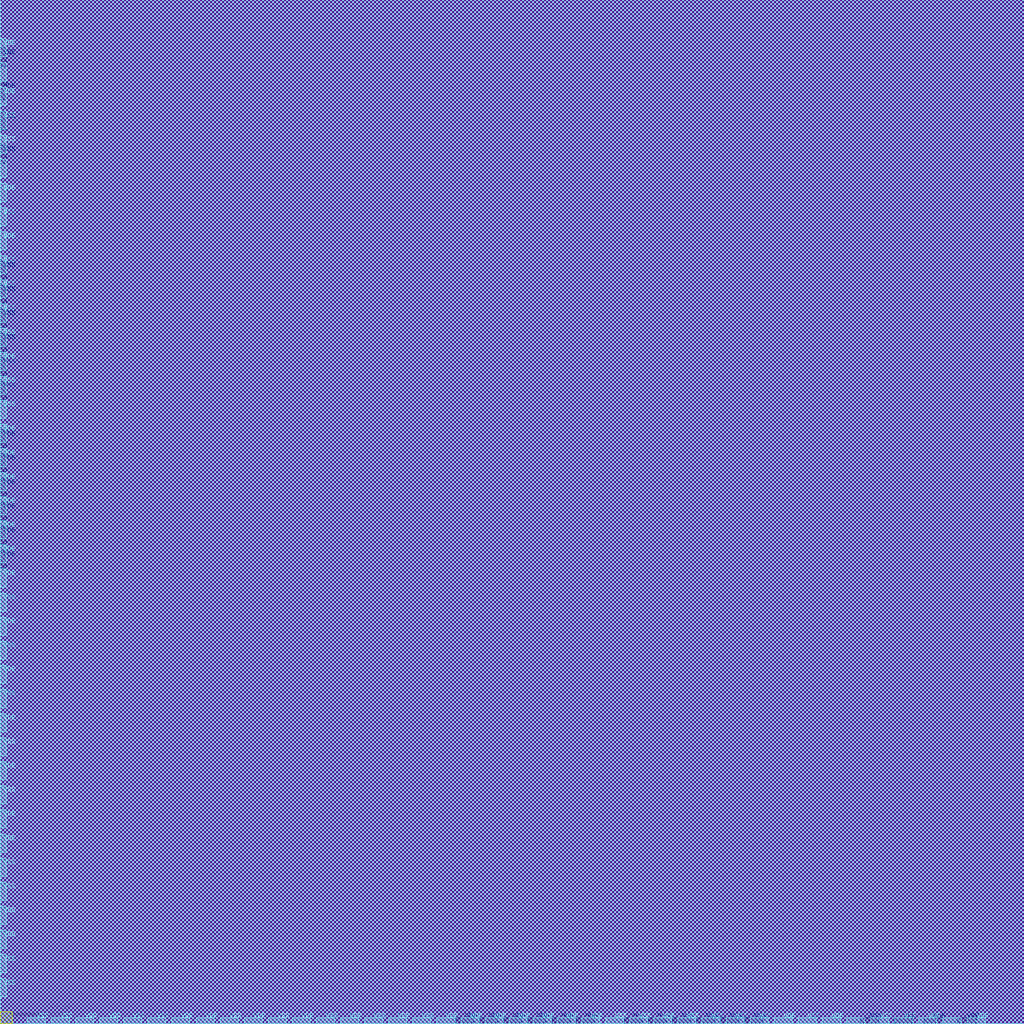
<source format=lef>
#-------------------------------------------------------------
#-- This Library is the Confidential and Proprietary product
#-- of Fujitsu Limited. Any unauthorized use, reproduction
#-- or transfer of this library is strictly prohibited.
#-- Copyright (c) 2007 by Fujitsu Limited. All Rights Reserved.
#----------------------------------------------------------------
# Revision : 01    2007/06/04
# Comment  : CS202 LVCMOS 7S0G1-12S3G2
# Editer   : FMSL
#----------------------------------------------------------------
VERSION 5.6 ;
BUSBITCHARS "[]" ;
DIVIDERCHAR "/" ;

SITE IOSITE170
  CLASS PAD ;
  SYMMETRY Y ;
  SIZE 0.01 BY 170.00 ;
END IOSITE170

SITE IOSITE141
  CLASS PAD ;
  SYMMETRY Y ;
  SIZE 0.01 BY 141.00 ;
END IOSITE141

SITE IOSITE10
  CLASS PAD ;
  SYMMETRY Y ;
  SIZE 0.01 BY 10.00 ;
END IOSITE10


MACRO IOCB03N00XXA1
  CLASS PAD SPACER ;
  ORIGIN 0 0 ;
  FOREIGN IOCB03N00XXA1 0 0 ;
  SIZE 40 BY 170 ;
  SYMMETRY X Y R90 ;
  SITE IOSITE170 ;
  PIN NC
    DIRECTION INOUT ;
    USE GROUND ;
    SHAPE FEEDTHRU ;
    PORT
      LAYER MET1 ;
        RECT 2 167 38 170 ;
      LAYER MET2 ;
        RECT 2 167 38 170 ;
      LAYER MET3 ;
        RECT 2 167 38 170 ;
      LAYER MET4 ;
        RECT 2 167 38 170 ;
      LAYER MET5 ;
        RECT 2 167 38 170 ;
    END
  END NC
  PIN VDE
    DIRECTION INOUT ;
    USE POWER ;
    SHAPE FEEDTHRU ;
    PORT
      LAYER MET3 ;
        RECT 0 75.6 40 78.6 ;
      LAYER MET5 ;
        RECT 0 76.5 40 79.5 ;
    END
    PORT
      LAYER MET3 ;
        RECT 0 79.6 40 82.6 ;
      LAYER MET5 ;
        RECT 0 80.5 40 83.5 ;
    END
    PORT
      LAYER MET3 ;
        RECT 0 83.6 40 86.6 ;
      LAYER MET5 ;
        RECT 0 84.5 40 87.5 ;
    END
    PORT
      LAYER MET3 ;
        RECT 0 87.6 40 90.6 ;
      LAYER MET5 ;
        RECT 0 88.5 40 91.5 ;
    END
    PORT
      LAYER MET3 ;
        RECT 0 91.6 40 94.6 ;
      LAYER MET5 ;
        RECT 0 92.5 40 95.5 ;
    END
    PORT
      LAYER MET3 ;
        RECT 0 95.6 40 98.6 ;
      LAYER MET5 ;
        RECT 0 96.5 40 99.5 ;
    END
    PORT
      LAYER MET5 ;
        RECT 0 152.5 40 155.5 ;
      LAYER MET3 ;
        RECT 0 153.43 40 156.43 ;
    END
    PORT
      LAYER MET5 ;
        RECT 0 156.5 40 159.5 ;
      LAYER MET3 ;
        RECT 0 158.99 40 161.99 ;
      LAYER MET5 ;
        RECT 0 160.5 40 163.5 ;
    END
    PORT
      LAYER MET5 ;
        RECT 0 28.5 40 31.5 ;
    END
    PORT
      LAYER MET5 ;
        RECT 0 32.5 40 35.5 ;
    END
    PORT
      LAYER MET5 ;
        RECT 0 40.5 40 43.5 ;
    END
    PORT
      LAYER MET5 ;
        RECT 0 48.5 40 51.5 ;
    END
    PORT
      LAYER MET5 ;
        RECT 0 56.5 40 59.5 ;
    END
    PORT
      LAYER MET5 ;
        RECT 0 64.5 40 67.5 ;
    END
    PORT
      LAYER MET5 ;
        RECT 0 72.5 40 75.5 ;
    END
    PORT
      LAYER MET5 ;
        RECT 0 108.5 40 111.5 ;
    END
    PORT
      LAYER MET5 ;
        RECT 0 128.5 40 131.5 ;
    END
    PORT
      LAYER MET5 ;
        RECT 0 136.5 40 139.5 ;
    END
  END VDE
  PIN VSS
    DIRECTION INOUT ;
    USE GROUND ;
    SHAPE FEEDTHRU ;
    PORT
      LAYER MET3 ;
        RECT 0 103.6 40 106.6 ;
      LAYER MET5 ;
        RECT 0 104.5 40 107.5 ;
    END
    PORT
      LAYER MET3 ;
        RECT 0 111.6 40 114.6 ;
      LAYER MET5 ;
        RECT 0 112.5 40 115.5 ;
    END
    PORT
      LAYER MET3 ;
        RECT 0 115.6 40 118.6 ;
      LAYER MET5 ;
        RECT 0 116.5 40 119.5 ;
    END
    PORT
      LAYER MET3 ;
        RECT 0 119.6 40 122.6 ;
      LAYER MET5 ;
        RECT 0 120.5 40 123.5 ;
    END
    PORT
      LAYER MET3 ;
        RECT 0 123.6 40 126.6 ;
      LAYER MET5 ;
        RECT 0 124.5 40 127.5 ;
    END
    PORT
      LAYER MET5 ;
        RECT 0 140.5 40 143.5 ;
      LAYER MET3 ;
        RECT 0 142.84 40 145.84 ;
      LAYER MET5 ;
        RECT 0 144.5 40 147.5 ;
    END
    PORT
      LAYER MET3 ;
        RECT 0 148.4 40 151.4 ;
      LAYER MET5 ;
        RECT 0 148.5 40 151.5 ;
    END
    PORT
      LAYER MET5 ;
        RECT 0 4.5 40 7.5 ;
    END
    PORT
      LAYER MET5 ;
        RECT 0 8.5 40 11.5 ;
    END
    PORT
      LAYER MET5 ;
        RECT 0 20.5 40 23.5 ;
    END
    PORT
      LAYER MET5 ;
        RECT 0 24.5 40 27.5 ;
    END
    PORT
      LAYER MET5 ;
        RECT 0 36.5 40 39.5 ;
    END
    PORT
      LAYER MET5 ;
        RECT 0 44.5 40 47.5 ;
    END
    PORT
      LAYER MET5 ;
        RECT 0 52.5 40 55.5 ;
    END
    PORT
      LAYER MET5 ;
        RECT 0 60.5 40 63.5 ;
    END
    PORT
      LAYER MET5 ;
        RECT 0 68.5 40 71.5 ;
    END
    PORT
      LAYER MET5 ;
        RECT 0 100.5 40 103.5 ;
    END
    PORT
      LAYER MET5 ;
        RECT 0 132.5 40 135.5 ;
    END
    PORT
      LAYER MET3 ;
        RECT 0 107.6 40 110.6 ;
    END
  END VSS
  PIN VDD
    DIRECTION INOUT ;
    USE POWER ;
    SHAPE FEEDTHRU ;
    PORT
      LAYER MET5 ;
        RECT 0 12.5 40 15.5 ;
    END
    PORT
      LAYER MET5 ;
        RECT 0 16.5 40 19.5 ;
    END
  END VDD
  OBS
    LAYER MET1 ;
      RECT 0 0 40 170 ;
    LAYER CUT12 ;
      RECT 0 0 40 170 ;
    LAYER MET2 ;
      RECT 0 0 40 170 ;
    LAYER CUT23 ;
      RECT 0 0 40 170 ;
    LAYER MET3 ;
      RECT 0 0 40 170 ;
    LAYER CUT34 ;
      RECT 0 0 40 170 ;
    LAYER MET4 ;
      RECT 0 0 40 170 ;
    LAYER CUT45 ;
      RECT 0 0 40 170 ;
    LAYER MET5 ;
      RECT 0 0 40 170 ;
      LAYER OVLAP ;
       RECT 0.000 0.000 40.000 2.000 ;
  END
END IOCB03N00XXA1


MACRO IOCB2EBTNH2LA01
  CLASS  PAD ;
  ORIGIN 0 0 ;
  FOREIGN IOCB2EBTNH2LA01 0 0 ;
  SIZE 40 BY 170 ;
  SYMMETRY X Y R90 ;
  SITE IOSITE170 ;
  PIN A
    DIRECTION INPUT ;
    USE SIGNAL ;
    ANTENNADIFFAREA 1 ;
      SUPPLYSENSITIVITY VDD ;
      GROUNDSENSITIVITY VSS ;
    PORT
      LAYER MET1 ;
        RECT 9.95 0 10.05 0.5 ;
      LAYER MET2 ;
        RECT 9.95 0 10.05 0.5 ;
      LAYER MET3 ;
        RECT 9.95 0 10.05 0.5 ;
      LAYER MET4 ;
        RECT 9.95 0 10.05 0.5 ;
      LAYER MET5 ;
        RECT 9.95 0 10.05 0.5 ;
    END
  END A
  PIN C
    DIRECTION INPUT ;
    USE SIGNAL ;
    ANTENNADIFFAREA 1 ;
      SUPPLYSENSITIVITY VDD ;
      GROUNDSENSITIVITY VSS ;
    PORT
      LAYER MET1 ;
        RECT 15.95 0 16.05 0.5 ;
      LAYER MET2 ;
        RECT 15.95 0 16.05 0.5 ;
      LAYER MET3 ;
        RECT 15.95 0 16.05 0.5 ;
      LAYER MET4 ;
        RECT 15.95 0 16.05 0.5 ;
      LAYER MET5 ;
        RECT 15.95 0 16.05 0.5 ;
    END
  END C
  PIN EB
    DIRECTION INOUT ;
    USE SIGNAL ;
    ANTENNADIFFAREA 1 ;
    PORT
      LAYER MET1 ;
        RECT 2 167 38 170 ;
      LAYER MET2 ;
        RECT 2 167 38 170 ;
      LAYER MET3 ;
        RECT 2 167 38 170 ;
      LAYER MET4 ;
        RECT 2 167 38 170 ;
      LAYER MET5 ;
        RECT 2 167 38 170 ;
    END
  END EB
  PIN PC
    DIRECTION INPUT ;
    USE SIGNAL ;
    ANTENNADIFFAREA 1 ;
      SUPPLYSENSITIVITY VDD ;
      GROUNDSENSITIVITY VSS ;
    PORT
      LAYER MET1 ;
        RECT 23.95 0 24.05 0.5 ;
      LAYER MET2 ;
        RECT 23.95 0 24.05 0.5 ;
      LAYER MET3 ;
        RECT 23.95 0 24.05 0.5 ;
      LAYER MET4 ;
        RECT 23.95 0 24.05 0.5 ;
      LAYER MET5 ;
        RECT 23.95 0 24.05 0.5 ;
    END
  END PC
  PIN X
    DIRECTION OUTPUT ;
    USE SIGNAL ;
    ANTENNADIFFAREA 1 ;
    PORT
      LAYER MET1 ;
        RECT 35.95 0 36.05 0.5 ;
      LAYER MET2 ;
        RECT 35.95 0 36.05 0.5 ;
      LAYER MET3 ;
        RECT 35.95 0 36.05 0.5 ;
      LAYER MET4 ;
        RECT 35.95 0 36.05 0.5 ;
      LAYER MET5 ;
        RECT 35.95 0 36.05 0.5 ;
    END
  END X
  PIN VDE
    DIRECTION INOUT ;
    USE POWER ;
    SHAPE FEEDTHRU ;
    PORT
      LAYER MET3 ;
        RECT 0 75.6 40 78.6 ;
      LAYER MET5 ;
        RECT 0 76.5 40 79.5 ;
    END
    PORT
      LAYER MET3 ;
        RECT 0 79.6 40 82.6 ;
      LAYER MET5 ;
        RECT 0 80.5 40 83.5 ;
    END
    PORT
      LAYER MET3 ;
        RECT 0 83.6 40 86.6 ;
      LAYER MET5 ;
        RECT 0 84.5 40 87.5 ;
    END
    PORT
      LAYER MET3 ;
        RECT 0 87.6 40 90.6 ;
      LAYER MET5 ;
        RECT 0 88.5 40 91.5 ;
    END
    PORT
      LAYER MET3 ;
        RECT 0 91.6 40 94.6 ;
      LAYER MET5 ;
        RECT 0 92.5 40 95.5 ;
    END
    PORT
      LAYER MET3 ;
        RECT 0 95.6 40 98.6 ;
      LAYER MET5 ;
        RECT 0 96.5 40 99.5 ;
    END
    PORT
      LAYER MET5 ;
        RECT 0 152.5 40 155.5 ;
      LAYER MET3 ;
        RECT 0 153.43 40 156.43 ;
    END
    PORT
      LAYER MET5 ;
        RECT 0 156.5 40 159.5 ;
      LAYER MET3 ;
        RECT 0 158.99 40 161.99 ;
      LAYER MET5 ;
        RECT 0 160.5 40 163.5 ;
    END
    PORT
      LAYER MET5 ;
        RECT 0 28.5 40 31.5 ;
    END
    PORT
      LAYER MET5 ;
        RECT 0 32.5 40 35.5 ;
    END
    PORT
      LAYER MET5 ;
        RECT 0 40.5 40 43.5 ;
    END
    PORT
      LAYER MET5 ;
        RECT 0 48.5 40 51.5 ;
    END
    PORT
      LAYER MET5 ;
        RECT 0 56.5 40 59.5 ;
    END
    PORT
      LAYER MET5 ;
        RECT 0 64.5 40 67.5 ;
    END
    PORT
      LAYER MET5 ;
        RECT 0 72.5 40 75.5 ;
    END
    PORT
      LAYER MET5 ;
        RECT 0 108.5 40 111.5 ;
    END
    PORT
      LAYER MET5 ;
        RECT 0 128.5 40 131.5 ;
    END
    PORT
      LAYER MET5 ;
        RECT 0 136.5 40 139.5 ;
    END
  END VDE
  PIN VSS
    DIRECTION INOUT ;
    USE GROUND ;
    SHAPE FEEDTHRU ;
    PORT
      LAYER MET3 ;
        RECT 0 103.6 40 106.6 ;
      LAYER MET5 ;
        RECT 0 104.5 40 107.5 ;
    END
    PORT
      LAYER MET3 ;
        RECT 0 111.6 40 114.6 ;
      LAYER MET5 ;
        RECT 0 112.5 40 115.5 ;
    END
    PORT
      LAYER MET3 ;
        RECT 0 115.6 40 118.6 ;
      LAYER MET5 ;
        RECT 0 116.5 40 119.5 ;
    END
    PORT
      LAYER MET3 ;
        RECT 0 119.6 40 122.6 ;
      LAYER MET5 ;
        RECT 0 120.5 40 123.5 ;
    END
    PORT
      LAYER MET3 ;
        RECT 0 123.6 40 126.6 ;
      LAYER MET5 ;
        RECT 0 124.5 40 127.5 ;
    END
    PORT
      LAYER MET5 ;
        RECT 0 140.5 40 143.5 ;
      LAYER MET3 ;
        RECT 0 142.84 40 145.84 ;
      LAYER MET5 ;
        RECT 0 144.5 40 147.5 ;
    END
    PORT
      LAYER MET3 ;
        RECT 0 148.4 40 151.4 ;
      LAYER MET5 ;
        RECT 0 148.5 40 151.5 ;
    END
    PORT
      LAYER MET5 ;
        RECT 0 4.5 40 7.5 ;
    END
    PORT
      LAYER MET5 ;
        RECT 0 8.5 40 11.5 ;
    END
    PORT
      LAYER MET5 ;
        RECT 0 20.5 40 23.5 ;
    END
    PORT
      LAYER MET5 ;
        RECT 0 24.5 40 27.5 ;
    END
    PORT
      LAYER MET5 ;
        RECT 0 36.5 40 39.5 ;
    END
    PORT
      LAYER MET5 ;
        RECT 0 44.5 40 47.5 ;
    END
    PORT
      LAYER MET5 ;
        RECT 0 52.5 40 55.5 ;
    END
    PORT
      LAYER MET5 ;
        RECT 0 60.5 40 63.5 ;
    END
    PORT
      LAYER MET5 ;
        RECT 0 68.5 40 71.5 ;
    END
    PORT
      LAYER MET5 ;
        RECT 0 100.5 40 103.5 ;
    END
    PORT
      LAYER MET5 ;
        RECT 0 132.5 40 135.5 ;
    END
    PORT
      LAYER MET3 ;
        RECT 0 107.6 40 110.6 ;
    END
  END VSS
  PIN VDD
    DIRECTION INOUT ;
    USE POWER ;
    SHAPE FEEDTHRU ;
    PORT
      LAYER MET5 ;
        RECT 0 12.5 40 15.5 ;
    END
    PORT
      LAYER MET5 ;
        RECT 0 16.5 40 19.5 ;
    END
  END VDD
  OBS
    LAYER MET1 ;
      RECT 0 0 40 170 ;
    LAYER CUT12 ;
      RECT 0 0 40 170 ;
    LAYER MET2 ;
      RECT 0 0 40 170 ;
    LAYER CUT23 ;
      RECT 0 0 40 170 ;
    LAYER MET3 ;
      RECT 0 0 40 170 ;
    LAYER CUT34 ;
      RECT 0 0 40 170 ;
    LAYER MET4 ;
      RECT 0 0 40 170 ;
    LAYER CUT45 ;
      RECT 0 0 40 170 ;
    LAYER MET5 ;
      RECT 0 0 40 170 ;
      LAYER OVLAP ;
       RECT 0.000 0.000 40.000 2.000 ;
  END
END IOCB2EBTNH2LA01


MACRO IOCB2EBTNH4LA01
  CLASS  PAD ;
  ORIGIN 0 0 ;
  FOREIGN IOCB2EBTNH4LA01 0 0 ;
  SIZE 40 BY 170 ;
  SYMMETRY X Y R90 ;
  SITE IOSITE170 ;
  PIN A
    DIRECTION INPUT ;
    USE SIGNAL ;
    ANTENNADIFFAREA 1 ;
      SUPPLYSENSITIVITY VDD ;
      GROUNDSENSITIVITY VSS ;
    PORT
      LAYER MET1 ;
        RECT 9.95 0 10.05 0.5 ;
      LAYER MET2 ;
        RECT 9.95 0 10.05 0.5 ;
      LAYER MET3 ;
        RECT 9.95 0 10.05 0.5 ;
      LAYER MET4 ;
        RECT 9.95 0 10.05 0.5 ;
      LAYER MET5 ;
        RECT 9.95 0 10.05 0.5 ;
    END
  END A
  PIN C
    DIRECTION INPUT ;
    USE SIGNAL ;
    ANTENNADIFFAREA 1 ;
      SUPPLYSENSITIVITY VDD ;
      GROUNDSENSITIVITY VSS ;
    PORT
      LAYER MET1 ;
        RECT 15.95 0 16.05 0.5 ;
      LAYER MET2 ;
        RECT 15.95 0 16.05 0.5 ;
      LAYER MET3 ;
        RECT 15.95 0 16.05 0.5 ;
      LAYER MET4 ;
        RECT 15.95 0 16.05 0.5 ;
      LAYER MET5 ;
        RECT 15.95 0 16.05 0.5 ;
    END
  END C
  PIN EB
    DIRECTION INOUT ;
    USE SIGNAL ;
    ANTENNADIFFAREA 1 ;
    PORT
      LAYER MET1 ;
        RECT 2 167 38 170 ;
      LAYER MET2 ;
        RECT 2 167 38 170 ;
      LAYER MET3 ;
        RECT 2 167 38 170 ;
      LAYER MET4 ;
        RECT 2 167 38 170 ;
      LAYER MET5 ;
        RECT 2 167 38 170 ;
    END
  END EB
  PIN PC
    DIRECTION INPUT ;
    USE SIGNAL ;
    ANTENNADIFFAREA 1 ;
      SUPPLYSENSITIVITY VDD ;
      GROUNDSENSITIVITY VSS ;
    PORT
      LAYER MET1 ;
        RECT 23.95 0 24.05 0.5 ;
      LAYER MET2 ;
        RECT 23.95 0 24.05 0.5 ;
      LAYER MET3 ;
        RECT 23.95 0 24.05 0.5 ;
      LAYER MET4 ;
        RECT 23.95 0 24.05 0.5 ;
      LAYER MET5 ;
        RECT 23.95 0 24.05 0.5 ;
    END
  END PC
  PIN X
    DIRECTION OUTPUT ;
    USE SIGNAL ;
    ANTENNADIFFAREA 1 ;
    PORT
      LAYER MET1 ;
        RECT 35.95 0 36.05 0.5 ;
      LAYER MET2 ;
        RECT 35.95 0 36.05 0.5 ;
      LAYER MET3 ;
        RECT 35.95 0 36.05 0.5 ;
      LAYER MET4 ;
        RECT 35.95 0 36.05 0.5 ;
      LAYER MET5 ;
        RECT 35.95 0 36.05 0.5 ;
    END
  END X
  PIN VDE
    DIRECTION INOUT ;
    USE POWER ;
    SHAPE FEEDTHRU ;
    PORT
      LAYER MET3 ;
        RECT 0 75.6 40 78.6 ;
      LAYER MET5 ;
        RECT 0 76.5 40 79.5 ;
    END
    PORT
      LAYER MET3 ;
        RECT 0 79.6 40 82.6 ;
      LAYER MET5 ;
        RECT 0 80.5 40 83.5 ;
    END
    PORT
      LAYER MET3 ;
        RECT 0 83.6 40 86.6 ;
      LAYER MET5 ;
        RECT 0 84.5 40 87.5 ;
    END
    PORT
      LAYER MET3 ;
        RECT 0 87.6 40 90.6 ;
      LAYER MET5 ;
        RECT 0 88.5 40 91.5 ;
    END
    PORT
      LAYER MET3 ;
        RECT 0 91.6 40 94.6 ;
      LAYER MET5 ;
        RECT 0 92.5 40 95.5 ;
    END
    PORT
      LAYER MET3 ;
        RECT 0 95.6 40 98.6 ;
      LAYER MET5 ;
        RECT 0 96.5 40 99.5 ;
    END
    PORT
      LAYER MET5 ;
        RECT 0 152.5 40 155.5 ;
      LAYER MET3 ;
        RECT 0 153.43 40 156.43 ;
    END
    PORT
      LAYER MET5 ;
        RECT 0 156.5 40 159.5 ;
      LAYER MET3 ;
        RECT 0 158.99 40 161.99 ;
      LAYER MET5 ;
        RECT 0 160.5 40 163.5 ;
    END
    PORT
      LAYER MET5 ;
        RECT 0 28.5 40 31.5 ;
    END
    PORT
      LAYER MET5 ;
        RECT 0 32.5 40 35.5 ;
    END
    PORT
      LAYER MET5 ;
        RECT 0 40.5 40 43.5 ;
    END
    PORT
      LAYER MET5 ;
        RECT 0 48.5 40 51.5 ;
    END
    PORT
      LAYER MET5 ;
        RECT 0 56.5 40 59.5 ;
    END
    PORT
      LAYER MET5 ;
        RECT 0 64.5 40 67.5 ;
    END
    PORT
      LAYER MET5 ;
        RECT 0 72.5 40 75.5 ;
    END
    PORT
      LAYER MET5 ;
        RECT 0 108.5 40 111.5 ;
    END
    PORT
      LAYER MET5 ;
        RECT 0 128.5 40 131.5 ;
    END
    PORT
      LAYER MET5 ;
        RECT 0 136.5 40 139.5 ;
    END
  END VDE
  PIN VSS
    DIRECTION INOUT ;
    USE GROUND ;
    SHAPE FEEDTHRU ;
    PORT
      LAYER MET3 ;
        RECT 0 103.6 40 106.6 ;
      LAYER MET5 ;
        RECT 0 104.5 40 107.5 ;
    END
    PORT
      LAYER MET3 ;
        RECT 0 111.6 40 114.6 ;
      LAYER MET5 ;
        RECT 0 112.5 40 115.5 ;
    END
    PORT
      LAYER MET3 ;
        RECT 0 115.6 40 118.6 ;
      LAYER MET5 ;
        RECT 0 116.5 40 119.5 ;
    END
    PORT
      LAYER MET3 ;
        RECT 0 119.6 40 122.6 ;
      LAYER MET5 ;
        RECT 0 120.5 40 123.5 ;
    END
    PORT
      LAYER MET3 ;
        RECT 0 123.6 40 126.6 ;
      LAYER MET5 ;
        RECT 0 124.5 40 127.5 ;
    END
    PORT
      LAYER MET5 ;
        RECT 0 140.5 40 143.5 ;
      LAYER MET3 ;
        RECT 0 142.84 40 145.84 ;
      LAYER MET5 ;
        RECT 0 144.5 40 147.5 ;
    END
    PORT
      LAYER MET3 ;
        RECT 0 148.4 40 151.4 ;
      LAYER MET5 ;
        RECT 0 148.5 40 151.5 ;
    END
    PORT
      LAYER MET5 ;
        RECT 0 4.5 40 7.5 ;
    END
    PORT
      LAYER MET5 ;
        RECT 0 8.5 40 11.5 ;
    END
    PORT
      LAYER MET5 ;
        RECT 0 20.5 40 23.5 ;
    END
    PORT
      LAYER MET5 ;
        RECT 0 24.5 40 27.5 ;
    END
    PORT
      LAYER MET5 ;
        RECT 0 36.5 40 39.5 ;
    END
    PORT
      LAYER MET5 ;
        RECT 0 44.5 40 47.5 ;
    END
    PORT
      LAYER MET5 ;
        RECT 0 52.5 40 55.5 ;
    END
    PORT
      LAYER MET5 ;
        RECT 0 60.5 40 63.5 ;
    END
    PORT
      LAYER MET5 ;
        RECT 0 68.5 40 71.5 ;
    END
    PORT
      LAYER MET5 ;
        RECT 0 100.5 40 103.5 ;
    END
    PORT
      LAYER MET5 ;
        RECT 0 132.5 40 135.5 ;
    END
    PORT
      LAYER MET3 ;
        RECT 0 107.6 40 110.6 ;
    END
  END VSS
  PIN VDD
    DIRECTION INOUT ;
    USE POWER ;
    SHAPE FEEDTHRU ;
    PORT
      LAYER MET5 ;
        RECT 0 12.5 40 15.5 ;
    END
    PORT
      LAYER MET5 ;
        RECT 0 16.5 40 19.5 ;
    END
  END VDD
  OBS
    LAYER MET1 ;
      RECT 0 0 40 170 ;
    LAYER CUT12 ;
      RECT 0 0 40 170 ;
    LAYER MET2 ;
      RECT 0 0 40 170 ;
    LAYER CUT23 ;
      RECT 0 0 40 170 ;
    LAYER MET3 ;
      RECT 0 0 40 170 ;
    LAYER CUT34 ;
      RECT 0 0 40 170 ;
    LAYER MET4 ;
      RECT 0 0 40 170 ;
    LAYER CUT45 ;
      RECT 0 0 40 170 ;
    LAYER MET5 ;
      RECT 0 0 40 170 ;
      LAYER OVLAP ;
       RECT 0.000 0.000 40.000 2.000 ;
  END
END IOCB2EBTNH4LA01


MACRO IOCB2EBTNH4NA01
  CLASS  PAD ;
  ORIGIN 0 0 ;
  FOREIGN IOCB2EBTNH4NA01 0 0 ;
  SIZE 40 BY 170 ;
  SYMMETRY X Y R90 ;
  SITE IOSITE170 ;
  PIN A
    DIRECTION INPUT ;
    USE SIGNAL ;
    ANTENNADIFFAREA 1 ;
      SUPPLYSENSITIVITY VDD ;
      GROUNDSENSITIVITY VSS ;
    PORT
      LAYER MET1 ;
        RECT 9.95 0 10.05 0.5 ;
      LAYER MET2 ;
        RECT 9.95 0 10.05 0.5 ;
      LAYER MET3 ;
        RECT 9.95 0 10.05 0.5 ;
      LAYER MET4 ;
        RECT 9.95 0 10.05 0.5 ;
      LAYER MET5 ;
        RECT 9.95 0 10.05 0.5 ;
    END
  END A
  PIN C
    DIRECTION INPUT ;
    USE SIGNAL ;
    ANTENNADIFFAREA 1 ;
      SUPPLYSENSITIVITY VDD ;
      GROUNDSENSITIVITY VSS ;
    PORT
      LAYER MET1 ;
        RECT 15.95 0 16.05 0.5 ;
      LAYER MET2 ;
        RECT 15.95 0 16.05 0.5 ;
      LAYER MET3 ;
        RECT 15.95 0 16.05 0.5 ;
      LAYER MET4 ;
        RECT 15.95 0 16.05 0.5 ;
      LAYER MET5 ;
        RECT 15.95 0 16.05 0.5 ;
    END
  END C
  PIN EB
    DIRECTION INOUT ;
    USE SIGNAL ;
    ANTENNADIFFAREA 1 ;
    PORT
      LAYER MET1 ;
        RECT 2 167 38 170 ;
      LAYER MET2 ;
        RECT 2 167 38 170 ;
      LAYER MET3 ;
        RECT 2 167 38 170 ;
      LAYER MET4 ;
        RECT 2 167 38 170 ;
      LAYER MET5 ;
        RECT 2 167 38 170 ;
    END
  END EB
  PIN PC
    DIRECTION INPUT ;
    USE SIGNAL ;
    ANTENNADIFFAREA 1 ;
      SUPPLYSENSITIVITY VDD ;
      GROUNDSENSITIVITY VSS ;
    PORT
      LAYER MET1 ;
        RECT 23.95 0 24.05 0.5 ;
      LAYER MET2 ;
        RECT 23.95 0 24.05 0.5 ;
      LAYER MET3 ;
        RECT 23.95 0 24.05 0.5 ;
      LAYER MET4 ;
        RECT 23.95 0 24.05 0.5 ;
      LAYER MET5 ;
        RECT 23.95 0 24.05 0.5 ;
    END
  END PC
  PIN X
    DIRECTION OUTPUT ;
    USE SIGNAL ;
    ANTENNADIFFAREA 1 ;
    PORT
      LAYER MET1 ;
        RECT 35.95 0 36.05 0.5 ;
      LAYER MET2 ;
        RECT 35.95 0 36.05 0.5 ;
      LAYER MET3 ;
        RECT 35.95 0 36.05 0.5 ;
      LAYER MET4 ;
        RECT 35.95 0 36.05 0.5 ;
      LAYER MET5 ;
        RECT 35.95 0 36.05 0.5 ;
    END
  END X
  PIN VDE
    DIRECTION INOUT ;
    USE POWER ;
    SHAPE FEEDTHRU ;
    PORT
      LAYER MET3 ;
        RECT 0 75.6 40 78.6 ;
      LAYER MET5 ;
        RECT 0 76.5 40 79.5 ;
    END
    PORT
      LAYER MET3 ;
        RECT 0 79.6 40 82.6 ;
      LAYER MET5 ;
        RECT 0 80.5 40 83.5 ;
    END
    PORT
      LAYER MET3 ;
        RECT 0 83.6 40 86.6 ;
      LAYER MET5 ;
        RECT 0 84.5 40 87.5 ;
    END
    PORT
      LAYER MET3 ;
        RECT 0 87.6 40 90.6 ;
      LAYER MET5 ;
        RECT 0 88.5 40 91.5 ;
    END
    PORT
      LAYER MET3 ;
        RECT 0 91.6 40 94.6 ;
      LAYER MET5 ;
        RECT 0 92.5 40 95.5 ;
    END
    PORT
      LAYER MET3 ;
        RECT 0 95.6 40 98.6 ;
      LAYER MET5 ;
        RECT 0 96.5 40 99.5 ;
    END
    PORT
      LAYER MET5 ;
        RECT 0 152.5 40 155.5 ;
      LAYER MET3 ;
        RECT 0 153.43 40 156.43 ;
    END
    PORT
      LAYER MET5 ;
        RECT 0 156.5 40 159.5 ;
      LAYER MET3 ;
        RECT 0 158.99 40 161.99 ;
      LAYER MET5 ;
        RECT 0 160.5 40 163.5 ;
    END
    PORT
      LAYER MET5 ;
        RECT 0 28.5 40 31.5 ;
    END
    PORT
      LAYER MET5 ;
        RECT 0 32.5 40 35.5 ;
    END
    PORT
      LAYER MET5 ;
        RECT 0 40.5 40 43.5 ;
    END
    PORT
      LAYER MET5 ;
        RECT 0 48.5 40 51.5 ;
    END
    PORT
      LAYER MET5 ;
        RECT 0 56.5 40 59.5 ;
    END
    PORT
      LAYER MET5 ;
        RECT 0 64.5 40 67.5 ;
    END
    PORT
      LAYER MET5 ;
        RECT 0 72.5 40 75.5 ;
    END
    PORT
      LAYER MET5 ;
        RECT 0 108.5 40 111.5 ;
    END
    PORT
      LAYER MET5 ;
        RECT 0 128.5 40 131.5 ;
    END
    PORT
      LAYER MET5 ;
        RECT 0 136.5 40 139.5 ;
    END
  END VDE
  PIN VSS
    DIRECTION INOUT ;
    USE GROUND ;
    SHAPE FEEDTHRU ;
    PORT
      LAYER MET3 ;
        RECT 0 103.6 40 106.6 ;
      LAYER MET5 ;
        RECT 0 104.5 40 107.5 ;
    END
    PORT
      LAYER MET3 ;
        RECT 0 111.6 40 114.6 ;
      LAYER MET5 ;
        RECT 0 112.5 40 115.5 ;
    END
    PORT
      LAYER MET3 ;
        RECT 0 115.6 40 118.6 ;
      LAYER MET5 ;
        RECT 0 116.5 40 119.5 ;
    END
    PORT
      LAYER MET3 ;
        RECT 0 119.6 40 122.6 ;
      LAYER MET5 ;
        RECT 0 120.5 40 123.5 ;
    END
    PORT
      LAYER MET3 ;
        RECT 0 123.6 40 126.6 ;
      LAYER MET5 ;
        RECT 0 124.5 40 127.5 ;
    END
    PORT
      LAYER MET5 ;
        RECT 0 140.5 40 143.5 ;
      LAYER MET3 ;
        RECT 0 142.84 40 145.84 ;
      LAYER MET5 ;
        RECT 0 144.5 40 147.5 ;
    END
    PORT
      LAYER MET3 ;
        RECT 0 148.4 40 151.4 ;
      LAYER MET5 ;
        RECT 0 148.5 40 151.5 ;
    END
    PORT
      LAYER MET5 ;
        RECT 0 4.5 40 7.5 ;
    END
    PORT
      LAYER MET5 ;
        RECT 0 8.5 40 11.5 ;
    END
    PORT
      LAYER MET5 ;
        RECT 0 20.5 40 23.5 ;
    END
    PORT
      LAYER MET5 ;
        RECT 0 24.5 40 27.5 ;
    END
    PORT
      LAYER MET5 ;
        RECT 0 36.5 40 39.5 ;
    END
    PORT
      LAYER MET5 ;
        RECT 0 44.5 40 47.5 ;
    END
    PORT
      LAYER MET5 ;
        RECT 0 52.5 40 55.5 ;
    END
    PORT
      LAYER MET5 ;
        RECT 0 60.5 40 63.5 ;
    END
    PORT
      LAYER MET5 ;
        RECT 0 68.5 40 71.5 ;
    END
    PORT
      LAYER MET5 ;
        RECT 0 100.5 40 103.5 ;
    END
    PORT
      LAYER MET5 ;
        RECT 0 132.5 40 135.5 ;
    END
    PORT
      LAYER MET3 ;
        RECT 0 107.6 40 110.6 ;
    END
  END VSS
  PIN VDD
    DIRECTION INOUT ;
    USE POWER ;
    SHAPE FEEDTHRU ;
    PORT
      LAYER MET5 ;
        RECT 0 12.5 40 15.5 ;
    END
    PORT
      LAYER MET5 ;
        RECT 0 16.5 40 19.5 ;
    END
  END VDD
  OBS
    LAYER MET1 ;
      RECT 0 0 40 170 ;
    LAYER CUT12 ;
      RECT 0 0 40 170 ;
    LAYER MET2 ;
      RECT 0 0 40 170 ;
    LAYER CUT23 ;
      RECT 0 0 40 170 ;
    LAYER MET3 ;
      RECT 0 0 40 170 ;
    LAYER CUT34 ;
      RECT 0 0 40 170 ;
    LAYER MET4 ;
      RECT 0 0 40 170 ;
    LAYER CUT45 ;
      RECT 0 0 40 170 ;
    LAYER MET5 ;
      RECT 0 0 40 170 ;
      LAYER OVLAP ;
       RECT 0.000 0.000 40.000 2.000 ;
  END
END IOCB2EBTNH4NA01


MACRO IOCB2EBTNH6HA01
  CLASS  PAD ;
  ORIGIN 0 0 ;
  FOREIGN IOCB2EBTNH6HA01 0 0 ;
  SIZE 40 BY 170 ;
  SYMMETRY X Y R90 ;
  SITE IOSITE170 ;
  PIN A
    DIRECTION INPUT ;
    USE SIGNAL ;
    ANTENNADIFFAREA 1 ;
      SUPPLYSENSITIVITY VDD ;
      GROUNDSENSITIVITY VSS ;
    PORT
      LAYER MET1 ;
        RECT 9.95 0 10.05 0.5 ;
      LAYER MET2 ;
        RECT 9.95 0 10.05 0.5 ;
      LAYER MET3 ;
        RECT 9.95 0 10.05 0.5 ;
      LAYER MET4 ;
        RECT 9.95 0 10.05 0.5 ;
      LAYER MET5 ;
        RECT 9.95 0 10.05 0.5 ;
    END
  END A
  PIN C
    DIRECTION INPUT ;
    USE SIGNAL ;
    ANTENNADIFFAREA 1 ;
      SUPPLYSENSITIVITY VDD ;
      GROUNDSENSITIVITY VSS ;
    PORT
      LAYER MET1 ;
        RECT 15.95 0 16.05 0.5 ;
      LAYER MET2 ;
        RECT 15.95 0 16.05 0.5 ;
      LAYER MET3 ;
        RECT 15.95 0 16.05 0.5 ;
      LAYER MET4 ;
        RECT 15.95 0 16.05 0.5 ;
      LAYER MET5 ;
        RECT 15.95 0 16.05 0.5 ;
    END
  END C
  PIN EB
    DIRECTION INOUT ;
    USE SIGNAL ;
    ANTENNADIFFAREA 1 ;
    PORT
      LAYER MET1 ;
        RECT 2 167 38 170 ;
      LAYER MET2 ;
        RECT 2 167 38 170 ;
      LAYER MET3 ;
        RECT 2 167 38 170 ;
      LAYER MET4 ;
        RECT 2 167 38 170 ;
      LAYER MET5 ;
        RECT 2 167 38 170 ;
    END
  END EB
  PIN PC
    DIRECTION INPUT ;
    USE SIGNAL ;
    ANTENNADIFFAREA 1 ;
      SUPPLYSENSITIVITY VDD ;
      GROUNDSENSITIVITY VSS ;
    PORT
      LAYER MET1 ;
        RECT 23.95 0 24.05 0.5 ;
      LAYER MET2 ;
        RECT 23.95 0 24.05 0.5 ;
      LAYER MET3 ;
        RECT 23.95 0 24.05 0.5 ;
      LAYER MET4 ;
        RECT 23.95 0 24.05 0.5 ;
      LAYER MET5 ;
        RECT 23.95 0 24.05 0.5 ;
    END
  END PC
  PIN X
    DIRECTION OUTPUT ;
    USE SIGNAL ;
    ANTENNADIFFAREA 1 ;
    PORT
      LAYER MET1 ;
        RECT 35.95 0 36.05 0.5 ;
      LAYER MET2 ;
        RECT 35.95 0 36.05 0.5 ;
      LAYER MET3 ;
        RECT 35.95 0 36.05 0.5 ;
      LAYER MET4 ;
        RECT 35.95 0 36.05 0.5 ;
      LAYER MET5 ;
        RECT 35.95 0 36.05 0.5 ;
    END
  END X
  PIN VDE
    DIRECTION INOUT ;
    USE POWER ;
    SHAPE FEEDTHRU ;
    PORT
      LAYER MET3 ;
        RECT 0 75.6 40 78.6 ;
      LAYER MET5 ;
        RECT 0 76.5 40 79.5 ;
    END
    PORT
      LAYER MET3 ;
        RECT 0 79.6 40 82.6 ;
      LAYER MET5 ;
        RECT 0 80.5 40 83.5 ;
    END
    PORT
      LAYER MET3 ;
        RECT 0 83.6 40 86.6 ;
      LAYER MET5 ;
        RECT 0 84.5 40 87.5 ;
    END
    PORT
      LAYER MET3 ;
        RECT 0 87.6 40 90.6 ;
      LAYER MET5 ;
        RECT 0 88.5 40 91.5 ;
    END
    PORT
      LAYER MET3 ;
        RECT 0 91.6 40 94.6 ;
      LAYER MET5 ;
        RECT 0 92.5 40 95.5 ;
    END
    PORT
      LAYER MET3 ;
        RECT 0 95.6 40 98.6 ;
      LAYER MET5 ;
        RECT 0 96.5 40 99.5 ;
    END
    PORT
      LAYER MET5 ;
        RECT 0 152.5 40 155.5 ;
      LAYER MET3 ;
        RECT 0 153.43 40 156.43 ;
    END
    PORT
      LAYER MET5 ;
        RECT 0 156.5 40 159.5 ;
      LAYER MET3 ;
        RECT 0 158.99 40 161.99 ;
      LAYER MET5 ;
        RECT 0 160.5 40 163.5 ;
    END
    PORT
      LAYER MET5 ;
        RECT 0 28.5 40 31.5 ;
    END
    PORT
      LAYER MET5 ;
        RECT 0 32.5 40 35.5 ;
    END
    PORT
      LAYER MET5 ;
        RECT 0 40.5 40 43.5 ;
    END
    PORT
      LAYER MET5 ;
        RECT 0 48.5 40 51.5 ;
    END
    PORT
      LAYER MET5 ;
        RECT 0 56.5 40 59.5 ;
    END
    PORT
      LAYER MET5 ;
        RECT 0 64.5 40 67.5 ;
    END
    PORT
      LAYER MET5 ;
        RECT 0 72.5 40 75.5 ;
    END
    PORT
      LAYER MET5 ;
        RECT 0 108.5 40 111.5 ;
    END
    PORT
      LAYER MET5 ;
        RECT 0 128.5 40 131.5 ;
    END
    PORT
      LAYER MET5 ;
        RECT 0 136.5 40 139.5 ;
    END
  END VDE
  PIN VSS
    DIRECTION INOUT ;
    USE GROUND ;
    SHAPE FEEDTHRU ;
    PORT
      LAYER MET3 ;
        RECT 0 103.6 40 106.6 ;
      LAYER MET5 ;
        RECT 0 104.5 40 107.5 ;
    END
    PORT
      LAYER MET3 ;
        RECT 0 111.6 40 114.6 ;
      LAYER MET5 ;
        RECT 0 112.5 40 115.5 ;
    END
    PORT
      LAYER MET3 ;
        RECT 0 115.6 40 118.6 ;
      LAYER MET5 ;
        RECT 0 116.5 40 119.5 ;
    END
    PORT
      LAYER MET3 ;
        RECT 0 119.6 40 122.6 ;
      LAYER MET5 ;
        RECT 0 120.5 40 123.5 ;
    END
    PORT
      LAYER MET3 ;
        RECT 0 123.6 40 126.6 ;
      LAYER MET5 ;
        RECT 0 124.5 40 127.5 ;
    END
    PORT
      LAYER MET5 ;
        RECT 0 140.5 40 143.5 ;
      LAYER MET3 ;
        RECT 0 142.84 40 145.84 ;
      LAYER MET5 ;
        RECT 0 144.5 40 147.5 ;
    END
    PORT
      LAYER MET3 ;
        RECT 0 148.4 40 151.4 ;
      LAYER MET5 ;
        RECT 0 148.5 40 151.5 ;
    END
    PORT
      LAYER MET5 ;
        RECT 0 4.5 40 7.5 ;
    END
    PORT
      LAYER MET5 ;
        RECT 0 8.5 40 11.5 ;
    END
    PORT
      LAYER MET5 ;
        RECT 0 20.5 40 23.5 ;
    END
    PORT
      LAYER MET5 ;
        RECT 0 24.5 40 27.5 ;
    END
    PORT
      LAYER MET5 ;
        RECT 0 36.5 40 39.5 ;
    END
    PORT
      LAYER MET5 ;
        RECT 0 44.5 40 47.5 ;
    END
    PORT
      LAYER MET5 ;
        RECT 0 52.5 40 55.5 ;
    END
    PORT
      LAYER MET5 ;
        RECT 0 60.5 40 63.5 ;
    END
    PORT
      LAYER MET5 ;
        RECT 0 68.5 40 71.5 ;
    END
    PORT
      LAYER MET5 ;
        RECT 0 100.5 40 103.5 ;
    END
    PORT
      LAYER MET5 ;
        RECT 0 132.5 40 135.5 ;
    END
    PORT
      LAYER MET3 ;
        RECT 0 107.6 40 110.6 ;
    END
  END VSS
  PIN VDD
    DIRECTION INOUT ;
    USE POWER ;
    SHAPE FEEDTHRU ;
    PORT
      LAYER MET5 ;
        RECT 0 12.5 40 15.5 ;
    END
    PORT
      LAYER MET5 ;
        RECT 0 16.5 40 19.5 ;
    END
  END VDD
  OBS
    LAYER MET1 ;
      RECT 0 0 40 170 ;
    LAYER CUT12 ;
      RECT 0 0 40 170 ;
    LAYER MET2 ;
      RECT 0 0 40 170 ;
    LAYER CUT23 ;
      RECT 0 0 40 170 ;
    LAYER MET3 ;
      RECT 0 0 40 170 ;
    LAYER CUT34 ;
      RECT 0 0 40 170 ;
    LAYER MET4 ;
      RECT 0 0 40 170 ;
    LAYER CUT45 ;
      RECT 0 0 40 170 ;
    LAYER MET5 ;
      RECT 0 0 40 170 ;
      LAYER OVLAP ;
       RECT 0.000 0.000 40.000 2.000 ;
  END
END IOCB2EBTNH6HA01


MACRO IOCB2EBTNH6LA01
  CLASS  PAD ;
  ORIGIN 0 0 ;
  FOREIGN IOCB2EBTNH6LA01 0 0 ;
  SIZE 40 BY 170 ;
  SYMMETRY X Y R90 ;
  SITE IOSITE170 ;
  PIN A
    DIRECTION INPUT ;
    USE SIGNAL ;
    ANTENNADIFFAREA 1 ;
      SUPPLYSENSITIVITY VDD ;
      GROUNDSENSITIVITY VSS ;
    PORT
      LAYER MET1 ;
        RECT 9.95 0 10.05 0.5 ;
      LAYER MET2 ;
        RECT 9.95 0 10.05 0.5 ;
      LAYER MET3 ;
        RECT 9.95 0 10.05 0.5 ;
      LAYER MET4 ;
        RECT 9.95 0 10.05 0.5 ;
      LAYER MET5 ;
        RECT 9.95 0 10.05 0.5 ;
    END
  END A
  PIN C
    DIRECTION INPUT ;
    USE SIGNAL ;
    ANTENNADIFFAREA 1 ;
      SUPPLYSENSITIVITY VDD ;
      GROUNDSENSITIVITY VSS ;
    PORT
      LAYER MET1 ;
        RECT 15.95 0 16.05 0.5 ;
      LAYER MET2 ;
        RECT 15.95 0 16.05 0.5 ;
      LAYER MET3 ;
        RECT 15.95 0 16.05 0.5 ;
      LAYER MET4 ;
        RECT 15.95 0 16.05 0.5 ;
      LAYER MET5 ;
        RECT 15.95 0 16.05 0.5 ;
    END
  END C
  PIN EB
    DIRECTION INOUT ;
    USE SIGNAL ;
    ANTENNADIFFAREA 1 ;
    PORT
      LAYER MET1 ;
        RECT 2 167 38 170 ;
      LAYER MET2 ;
        RECT 2 167 38 170 ;
      LAYER MET3 ;
        RECT 2 167 38 170 ;
      LAYER MET4 ;
        RECT 2 167 38 170 ;
      LAYER MET5 ;
        RECT 2 167 38 170 ;
    END
  END EB
  PIN PC
    DIRECTION INPUT ;
    USE SIGNAL ;
    ANTENNADIFFAREA 1 ;
      SUPPLYSENSITIVITY VDD ;
      GROUNDSENSITIVITY VSS ;
    PORT
      LAYER MET1 ;
        RECT 23.95 0 24.05 0.5 ;
      LAYER MET2 ;
        RECT 23.95 0 24.05 0.5 ;
      LAYER MET3 ;
        RECT 23.95 0 24.05 0.5 ;
      LAYER MET4 ;
        RECT 23.95 0 24.05 0.5 ;
      LAYER MET5 ;
        RECT 23.95 0 24.05 0.5 ;
    END
  END PC
  PIN X
    DIRECTION OUTPUT ;
    USE SIGNAL ;
    ANTENNADIFFAREA 1 ;
    PORT
      LAYER MET1 ;
        RECT 35.95 0 36.05 0.5 ;
      LAYER MET2 ;
        RECT 35.95 0 36.05 0.5 ;
      LAYER MET3 ;
        RECT 35.95 0 36.05 0.5 ;
      LAYER MET4 ;
        RECT 35.95 0 36.05 0.5 ;
      LAYER MET5 ;
        RECT 35.95 0 36.05 0.5 ;
    END
  END X
  PIN VDE
    DIRECTION INOUT ;
    USE POWER ;
    SHAPE FEEDTHRU ;
    PORT
      LAYER MET3 ;
        RECT 0 75.6 40 78.6 ;
      LAYER MET5 ;
        RECT 0 76.5 40 79.5 ;
    END
    PORT
      LAYER MET3 ;
        RECT 0 79.6 40 82.6 ;
      LAYER MET5 ;
        RECT 0 80.5 40 83.5 ;
    END
    PORT
      LAYER MET3 ;
        RECT 0 83.6 40 86.6 ;
      LAYER MET5 ;
        RECT 0 84.5 40 87.5 ;
    END
    PORT
      LAYER MET3 ;
        RECT 0 87.6 40 90.6 ;
      LAYER MET5 ;
        RECT 0 88.5 40 91.5 ;
    END
    PORT
      LAYER MET3 ;
        RECT 0 91.6 40 94.6 ;
      LAYER MET5 ;
        RECT 0 92.5 40 95.5 ;
    END
    PORT
      LAYER MET3 ;
        RECT 0 95.6 40 98.6 ;
      LAYER MET5 ;
        RECT 0 96.5 40 99.5 ;
    END
    PORT
      LAYER MET5 ;
        RECT 0 152.5 40 155.5 ;
      LAYER MET3 ;
        RECT 0 153.43 40 156.43 ;
    END
    PORT
      LAYER MET5 ;
        RECT 0 156.5 40 159.5 ;
      LAYER MET3 ;
        RECT 0 158.99 40 161.99 ;
      LAYER MET5 ;
        RECT 0 160.5 40 163.5 ;
    END
    PORT
      LAYER MET5 ;
        RECT 0 28.5 40 31.5 ;
    END
    PORT
      LAYER MET5 ;
        RECT 0 32.5 40 35.5 ;
    END
    PORT
      LAYER MET5 ;
        RECT 0 40.5 40 43.5 ;
    END
    PORT
      LAYER MET5 ;
        RECT 0 48.5 40 51.5 ;
    END
    PORT
      LAYER MET5 ;
        RECT 0 56.5 40 59.5 ;
    END
    PORT
      LAYER MET5 ;
        RECT 0 64.5 40 67.5 ;
    END
    PORT
      LAYER MET5 ;
        RECT 0 72.5 40 75.5 ;
    END
    PORT
      LAYER MET5 ;
        RECT 0 108.5 40 111.5 ;
    END
    PORT
      LAYER MET5 ;
        RECT 0 128.5 40 131.5 ;
    END
    PORT
      LAYER MET5 ;
        RECT 0 136.5 40 139.5 ;
    END
  END VDE
  PIN VSS
    DIRECTION INOUT ;
    USE GROUND ;
    SHAPE FEEDTHRU ;
    PORT
      LAYER MET3 ;
        RECT 0 103.6 40 106.6 ;
      LAYER MET5 ;
        RECT 0 104.5 40 107.5 ;
    END
    PORT
      LAYER MET3 ;
        RECT 0 111.6 40 114.6 ;
      LAYER MET5 ;
        RECT 0 112.5 40 115.5 ;
    END
    PORT
      LAYER MET3 ;
        RECT 0 115.6 40 118.6 ;
      LAYER MET5 ;
        RECT 0 116.5 40 119.5 ;
    END
    PORT
      LAYER MET3 ;
        RECT 0 119.6 40 122.6 ;
      LAYER MET5 ;
        RECT 0 120.5 40 123.5 ;
    END
    PORT
      LAYER MET3 ;
        RECT 0 123.6 40 126.6 ;
      LAYER MET5 ;
        RECT 0 124.5 40 127.5 ;
    END
    PORT
      LAYER MET5 ;
        RECT 0 140.5 40 143.5 ;
      LAYER MET3 ;
        RECT 0 142.84 40 145.84 ;
      LAYER MET5 ;
        RECT 0 144.5 40 147.5 ;
    END
    PORT
      LAYER MET3 ;
        RECT 0 148.4 40 151.4 ;
      LAYER MET5 ;
        RECT 0 148.5 40 151.5 ;
    END
    PORT
      LAYER MET5 ;
        RECT 0 4.5 40 7.5 ;
    END
    PORT
      LAYER MET5 ;
        RECT 0 8.5 40 11.5 ;
    END
    PORT
      LAYER MET5 ;
        RECT 0 20.5 40 23.5 ;
    END
    PORT
      LAYER MET5 ;
        RECT 0 24.5 40 27.5 ;
    END
    PORT
      LAYER MET5 ;
        RECT 0 36.5 40 39.5 ;
    END
    PORT
      LAYER MET5 ;
        RECT 0 44.5 40 47.5 ;
    END
    PORT
      LAYER MET5 ;
        RECT 0 52.5 40 55.5 ;
    END
    PORT
      LAYER MET5 ;
        RECT 0 60.5 40 63.5 ;
    END
    PORT
      LAYER MET5 ;
        RECT 0 68.5 40 71.5 ;
    END
    PORT
      LAYER MET5 ;
        RECT 0 100.5 40 103.5 ;
    END
    PORT
      LAYER MET5 ;
        RECT 0 132.5 40 135.5 ;
    END
    PORT
      LAYER MET3 ;
        RECT 0 107.6 40 110.6 ;
    END
  END VSS
  PIN VDD
    DIRECTION INOUT ;
    USE POWER ;
    SHAPE FEEDTHRU ;
    PORT
      LAYER MET5 ;
        RECT 0 12.5 40 15.5 ;
    END
    PORT
      LAYER MET5 ;
        RECT 0 16.5 40 19.5 ;
    END
  END VDD
  OBS
    LAYER MET1 ;
      RECT 0 0 40 170 ;
    LAYER CUT12 ;
      RECT 0 0 40 170 ;
    LAYER MET2 ;
      RECT 0 0 40 170 ;
    LAYER CUT23 ;
      RECT 0 0 40 170 ;
    LAYER MET3 ;
      RECT 0 0 40 170 ;
    LAYER CUT34 ;
      RECT 0 0 40 170 ;
    LAYER MET4 ;
      RECT 0 0 40 170 ;
    LAYER CUT45 ;
      RECT 0 0 40 170 ;
    LAYER MET5 ;
      RECT 0 0 40 170 ;
      LAYER OVLAP ;
       RECT 0.000 0.000 40.000 2.000 ;
  END
END IOCB2EBTNH6LA01


MACRO IOCB2EBTNH8HA01
  CLASS  PAD ;
  ORIGIN 0 0 ;
  FOREIGN IOCB2EBTNH8HA01 0 0 ;
  SIZE 40 BY 170 ;
  SYMMETRY X Y R90 ;
  SITE IOSITE170 ;
  PIN A
    DIRECTION INPUT ;
    USE SIGNAL ;
    ANTENNADIFFAREA 1 ;
      SUPPLYSENSITIVITY VDD ;
      GROUNDSENSITIVITY VSS ;
    PORT
      LAYER MET1 ;
        RECT 9.95 0 10.05 0.5 ;
      LAYER MET2 ;
        RECT 9.95 0 10.05 0.5 ;
      LAYER MET3 ;
        RECT 9.95 0 10.05 0.5 ;
      LAYER MET4 ;
        RECT 9.95 0 10.05 0.5 ;
      LAYER MET5 ;
        RECT 9.95 0 10.05 0.5 ;
    END
  END A
  PIN C
    DIRECTION INPUT ;
    USE SIGNAL ;
    ANTENNADIFFAREA 1 ;
      SUPPLYSENSITIVITY VDD ;
      GROUNDSENSITIVITY VSS ;
    PORT
      LAYER MET1 ;
        RECT 15.95 0 16.05 0.5 ;
      LAYER MET2 ;
        RECT 15.95 0 16.05 0.5 ;
      LAYER MET3 ;
        RECT 15.95 0 16.05 0.5 ;
      LAYER MET4 ;
        RECT 15.95 0 16.05 0.5 ;
      LAYER MET5 ;
        RECT 15.95 0 16.05 0.5 ;
    END
  END C
  PIN EB
    DIRECTION INOUT ;
    USE SIGNAL ;
    ANTENNADIFFAREA 1 ;
    PORT
      LAYER MET1 ;
        RECT 2 167 38 170 ;
      LAYER MET2 ;
        RECT 2 167 38 170 ;
      LAYER MET3 ;
        RECT 2 167 38 170 ;
      LAYER MET4 ;
        RECT 2 167 38 170 ;
      LAYER MET5 ;
        RECT 2 167 38 170 ;
    END
  END EB
  PIN PC
    DIRECTION INPUT ;
    USE SIGNAL ;
    ANTENNADIFFAREA 1 ;
      SUPPLYSENSITIVITY VDD ;
      GROUNDSENSITIVITY VSS ;
    PORT
      LAYER MET1 ;
        RECT 23.95 0 24.05 0.5 ;
      LAYER MET2 ;
        RECT 23.95 0 24.05 0.5 ;
      LAYER MET3 ;
        RECT 23.95 0 24.05 0.5 ;
      LAYER MET4 ;
        RECT 23.95 0 24.05 0.5 ;
      LAYER MET5 ;
        RECT 23.95 0 24.05 0.5 ;
    END
  END PC
  PIN X
    DIRECTION OUTPUT ;
    USE SIGNAL ;
    ANTENNADIFFAREA 1 ;
    PORT
      LAYER MET1 ;
        RECT 35.95 0 36.05 0.5 ;
      LAYER MET2 ;
        RECT 35.95 0 36.05 0.5 ;
      LAYER MET3 ;
        RECT 35.95 0 36.05 0.5 ;
      LAYER MET4 ;
        RECT 35.95 0 36.05 0.5 ;
      LAYER MET5 ;
        RECT 35.95 0 36.05 0.5 ;
    END
  END X
  PIN VDE
    DIRECTION INOUT ;
    USE POWER ;
    SHAPE FEEDTHRU ;
    PORT
      LAYER MET3 ;
        RECT 0 75.6 40 78.6 ;
      LAYER MET5 ;
        RECT 0 76.5 40 79.5 ;
    END
    PORT
      LAYER MET3 ;
        RECT 0 79.6 40 82.6 ;
      LAYER MET5 ;
        RECT 0 80.5 40 83.5 ;
    END
    PORT
      LAYER MET3 ;
        RECT 0 83.6 40 86.6 ;
      LAYER MET5 ;
        RECT 0 84.5 40 87.5 ;
    END
    PORT
      LAYER MET3 ;
        RECT 0 87.6 40 90.6 ;
      LAYER MET5 ;
        RECT 0 88.5 40 91.5 ;
    END
    PORT
      LAYER MET3 ;
        RECT 0 91.6 40 94.6 ;
      LAYER MET5 ;
        RECT 0 92.5 40 95.5 ;
    END
    PORT
      LAYER MET3 ;
        RECT 0 95.6 40 98.6 ;
      LAYER MET5 ;
        RECT 0 96.5 40 99.5 ;
    END
    PORT
      LAYER MET5 ;
        RECT 0 152.5 40 155.5 ;
      LAYER MET3 ;
        RECT 0 153.43 40 156.43 ;
    END
    PORT
      LAYER MET5 ;
        RECT 0 156.5 40 159.5 ;
      LAYER MET3 ;
        RECT 0 158.99 40 161.99 ;
      LAYER MET5 ;
        RECT 0 160.5 40 163.5 ;
    END
    PORT
      LAYER MET5 ;
        RECT 0 28.5 40 31.5 ;
    END
    PORT
      LAYER MET5 ;
        RECT 0 32.5 40 35.5 ;
    END
    PORT
      LAYER MET5 ;
        RECT 0 40.5 40 43.5 ;
    END
    PORT
      LAYER MET5 ;
        RECT 0 48.5 40 51.5 ;
    END
    PORT
      LAYER MET5 ;
        RECT 0 56.5 40 59.5 ;
    END
    PORT
      LAYER MET5 ;
        RECT 0 64.5 40 67.5 ;
    END
    PORT
      LAYER MET5 ;
        RECT 0 72.5 40 75.5 ;
    END
    PORT
      LAYER MET5 ;
        RECT 0 108.5 40 111.5 ;
    END
    PORT
      LAYER MET5 ;
        RECT 0 128.5 40 131.5 ;
    END
    PORT
      LAYER MET5 ;
        RECT 0 136.5 40 139.5 ;
    END
  END VDE
  PIN VSS
    DIRECTION INOUT ;
    USE GROUND ;
    SHAPE FEEDTHRU ;
    PORT
      LAYER MET3 ;
        RECT 0 103.6 40 106.6 ;
      LAYER MET5 ;
        RECT 0 104.5 40 107.5 ;
    END
    PORT
      LAYER MET3 ;
        RECT 0 111.6 40 114.6 ;
      LAYER MET5 ;
        RECT 0 112.5 40 115.5 ;
    END
    PORT
      LAYER MET3 ;
        RECT 0 115.6 40 118.6 ;
      LAYER MET5 ;
        RECT 0 116.5 40 119.5 ;
    END
    PORT
      LAYER MET3 ;
        RECT 0 119.6 40 122.6 ;
      LAYER MET5 ;
        RECT 0 120.5 40 123.5 ;
    END
    PORT
      LAYER MET3 ;
        RECT 0 123.6 40 126.6 ;
      LAYER MET5 ;
        RECT 0 124.5 40 127.5 ;
    END
    PORT
      LAYER MET5 ;
        RECT 0 140.5 40 143.5 ;
      LAYER MET3 ;
        RECT 0 142.84 40 145.84 ;
      LAYER MET5 ;
        RECT 0 144.5 40 147.5 ;
    END
    PORT
      LAYER MET3 ;
        RECT 0 148.4 40 151.4 ;
      LAYER MET5 ;
        RECT 0 148.5 40 151.5 ;
    END
    PORT
      LAYER MET5 ;
        RECT 0 4.5 40 7.5 ;
    END
    PORT
      LAYER MET5 ;
        RECT 0 8.5 40 11.5 ;
    END
    PORT
      LAYER MET5 ;
        RECT 0 20.5 40 23.5 ;
    END
    PORT
      LAYER MET5 ;
        RECT 0 24.5 40 27.5 ;
    END
    PORT
      LAYER MET5 ;
        RECT 0 36.5 40 39.5 ;
    END
    PORT
      LAYER MET5 ;
        RECT 0 44.5 40 47.5 ;
    END
    PORT
      LAYER MET5 ;
        RECT 0 52.5 40 55.5 ;
    END
    PORT
      LAYER MET5 ;
        RECT 0 60.5 40 63.5 ;
    END
    PORT
      LAYER MET5 ;
        RECT 0 68.5 40 71.5 ;
    END
    PORT
      LAYER MET5 ;
        RECT 0 100.5 40 103.5 ;
    END
    PORT
      LAYER MET5 ;
        RECT 0 132.5 40 135.5 ;
    END
    PORT
      LAYER MET3 ;
        RECT 0 107.6 40 110.6 ;
    END
  END VSS
  PIN VDD
    DIRECTION INOUT ;
    USE POWER ;
    SHAPE FEEDTHRU ;
    PORT
      LAYER MET5 ;
        RECT 0 12.5 40 15.5 ;
    END
    PORT
      LAYER MET5 ;
        RECT 0 16.5 40 19.5 ;
    END
  END VDD
  OBS
    LAYER MET1 ;
      RECT 0 0 40 170 ;
    LAYER CUT12 ;
      RECT 0 0 40 170 ;
    LAYER MET2 ;
      RECT 0 0 40 170 ;
    LAYER CUT23 ;
      RECT 0 0 40 170 ;
    LAYER MET3 ;
      RECT 0 0 40 170 ;
    LAYER CUT34 ;
      RECT 0 0 40 170 ;
    LAYER MET4 ;
      RECT 0 0 40 170 ;
    LAYER CUT45 ;
      RECT 0 0 40 170 ;
    LAYER MET5 ;
      RECT 0 0 40 170 ;
      LAYER OVLAP ;
       RECT 0.000 0.000 40.000 2.000 ;
  END
END IOCB2EBTNH8HA01


MACRO IOCB2EBTNH8NA01
  CLASS  PAD ;
  ORIGIN 0 0 ;
  FOREIGN IOCB2EBTNH8NA01 0 0 ;
  SIZE 40 BY 170 ;
  SYMMETRY X Y R90 ;
  SITE IOSITE170 ;
  PIN A
    DIRECTION INPUT ;
    USE SIGNAL ;
    ANTENNADIFFAREA 1 ;
      SUPPLYSENSITIVITY VDD ;
      GROUNDSENSITIVITY VSS ;
    PORT
      LAYER MET1 ;
        RECT 9.95 0 10.05 0.5 ;
      LAYER MET2 ;
        RECT 9.95 0 10.05 0.5 ;
      LAYER MET3 ;
        RECT 9.95 0 10.05 0.5 ;
      LAYER MET4 ;
        RECT 9.95 0 10.05 0.5 ;
      LAYER MET5 ;
        RECT 9.95 0 10.05 0.5 ;
    END
  END A
  PIN C
    DIRECTION INPUT ;
    USE SIGNAL ;
    ANTENNADIFFAREA 1 ;
      SUPPLYSENSITIVITY VDD ;
      GROUNDSENSITIVITY VSS ;
    PORT
      LAYER MET1 ;
        RECT 15.95 0 16.05 0.5 ;
      LAYER MET2 ;
        RECT 15.95 0 16.05 0.5 ;
      LAYER MET3 ;
        RECT 15.95 0 16.05 0.5 ;
      LAYER MET4 ;
        RECT 15.95 0 16.05 0.5 ;
      LAYER MET5 ;
        RECT 15.95 0 16.05 0.5 ;
    END
  END C
  PIN EB
    DIRECTION INOUT ;
    USE SIGNAL ;
    ANTENNADIFFAREA 1 ;
    PORT
      LAYER MET1 ;
        RECT 2 167 38 170 ;
      LAYER MET2 ;
        RECT 2 167 38 170 ;
      LAYER MET3 ;
        RECT 2 167 38 170 ;
      LAYER MET4 ;
        RECT 2 167 38 170 ;
      LAYER MET5 ;
        RECT 2 167 38 170 ;
    END
  END EB
  PIN PC
    DIRECTION INPUT ;
    USE SIGNAL ;
    ANTENNADIFFAREA 1 ;
      SUPPLYSENSITIVITY VDD ;
      GROUNDSENSITIVITY VSS ;
    PORT
      LAYER MET1 ;
        RECT 23.95 0 24.05 0.5 ;
      LAYER MET2 ;
        RECT 23.95 0 24.05 0.5 ;
      LAYER MET3 ;
        RECT 23.95 0 24.05 0.5 ;
      LAYER MET4 ;
        RECT 23.95 0 24.05 0.5 ;
      LAYER MET5 ;
        RECT 23.95 0 24.05 0.5 ;
    END
  END PC
  PIN X
    DIRECTION OUTPUT ;
    USE SIGNAL ;
    ANTENNADIFFAREA 1 ;
    PORT
      LAYER MET1 ;
        RECT 35.95 0 36.05 0.5 ;
      LAYER MET2 ;
        RECT 35.95 0 36.05 0.5 ;
      LAYER MET3 ;
        RECT 35.95 0 36.05 0.5 ;
      LAYER MET4 ;
        RECT 35.95 0 36.05 0.5 ;
      LAYER MET5 ;
        RECT 35.95 0 36.05 0.5 ;
    END
  END X
  PIN VDE
    DIRECTION INOUT ;
    USE POWER ;
    SHAPE FEEDTHRU ;
    PORT
      LAYER MET3 ;
        RECT 0 75.6 40 78.6 ;
      LAYER MET5 ;
        RECT 0 76.5 40 79.5 ;
    END
    PORT
      LAYER MET3 ;
        RECT 0 79.6 40 82.6 ;
      LAYER MET5 ;
        RECT 0 80.5 40 83.5 ;
    END
    PORT
      LAYER MET3 ;
        RECT 0 83.6 40 86.6 ;
      LAYER MET5 ;
        RECT 0 84.5 40 87.5 ;
    END
    PORT
      LAYER MET3 ;
        RECT 0 87.6 40 90.6 ;
      LAYER MET5 ;
        RECT 0 88.5 40 91.5 ;
    END
    PORT
      LAYER MET3 ;
        RECT 0 91.6 40 94.6 ;
      LAYER MET5 ;
        RECT 0 92.5 40 95.5 ;
    END
    PORT
      LAYER MET3 ;
        RECT 0 95.6 40 98.6 ;
      LAYER MET5 ;
        RECT 0 96.5 40 99.5 ;
    END
    PORT
      LAYER MET5 ;
        RECT 0 152.5 40 155.5 ;
      LAYER MET3 ;
        RECT 0 153.43 40 156.43 ;
    END
    PORT
      LAYER MET5 ;
        RECT 0 156.5 40 159.5 ;
      LAYER MET3 ;
        RECT 0 158.99 40 161.99 ;
      LAYER MET5 ;
        RECT 0 160.5 40 163.5 ;
    END
    PORT
      LAYER MET5 ;
        RECT 0 28.5 40 31.5 ;
    END
    PORT
      LAYER MET5 ;
        RECT 0 32.5 40 35.5 ;
    END
    PORT
      LAYER MET5 ;
        RECT 0 40.5 40 43.5 ;
    END
    PORT
      LAYER MET5 ;
        RECT 0 48.5 40 51.5 ;
    END
    PORT
      LAYER MET5 ;
        RECT 0 56.5 40 59.5 ;
    END
    PORT
      LAYER MET5 ;
        RECT 0 64.5 40 67.5 ;
    END
    PORT
      LAYER MET5 ;
        RECT 0 72.5 40 75.5 ;
    END
    PORT
      LAYER MET5 ;
        RECT 0 108.5 40 111.5 ;
    END
    PORT
      LAYER MET5 ;
        RECT 0 128.5 40 131.5 ;
    END
    PORT
      LAYER MET5 ;
        RECT 0 136.5 40 139.5 ;
    END
  END VDE
  PIN VSS
    DIRECTION INOUT ;
    USE GROUND ;
    SHAPE FEEDTHRU ;
    PORT
      LAYER MET3 ;
        RECT 0 103.6 40 106.6 ;
      LAYER MET5 ;
        RECT 0 104.5 40 107.5 ;
    END
    PORT
      LAYER MET3 ;
        RECT 0 111.6 40 114.6 ;
      LAYER MET5 ;
        RECT 0 112.5 40 115.5 ;
    END
    PORT
      LAYER MET3 ;
        RECT 0 115.6 40 118.6 ;
      LAYER MET5 ;
        RECT 0 116.5 40 119.5 ;
    END
    PORT
      LAYER MET3 ;
        RECT 0 119.6 40 122.6 ;
      LAYER MET5 ;
        RECT 0 120.5 40 123.5 ;
    END
    PORT
      LAYER MET3 ;
        RECT 0 123.6 40 126.6 ;
      LAYER MET5 ;
        RECT 0 124.5 40 127.5 ;
    END
    PORT
      LAYER MET5 ;
        RECT 0 140.5 40 143.5 ;
      LAYER MET3 ;
        RECT 0 142.84 40 145.84 ;
      LAYER MET5 ;
        RECT 0 144.5 40 147.5 ;
    END
    PORT
      LAYER MET3 ;
        RECT 0 148.4 40 151.4 ;
      LAYER MET5 ;
        RECT 0 148.5 40 151.5 ;
    END
    PORT
      LAYER MET5 ;
        RECT 0 4.5 40 7.5 ;
    END
    PORT
      LAYER MET5 ;
        RECT 0 8.5 40 11.5 ;
    END
    PORT
      LAYER MET5 ;
        RECT 0 20.5 40 23.5 ;
    END
    PORT
      LAYER MET5 ;
        RECT 0 24.5 40 27.5 ;
    END
    PORT
      LAYER MET5 ;
        RECT 0 36.5 40 39.5 ;
    END
    PORT
      LAYER MET5 ;
        RECT 0 44.5 40 47.5 ;
    END
    PORT
      LAYER MET5 ;
        RECT 0 52.5 40 55.5 ;
    END
    PORT
      LAYER MET5 ;
        RECT 0 60.5 40 63.5 ;
    END
    PORT
      LAYER MET5 ;
        RECT 0 68.5 40 71.5 ;
    END
    PORT
      LAYER MET5 ;
        RECT 0 100.5 40 103.5 ;
    END
    PORT
      LAYER MET5 ;
        RECT 0 132.5 40 135.5 ;
    END
    PORT
      LAYER MET3 ;
        RECT 0 107.6 40 110.6 ;
    END
  END VSS
  PIN VDD
    DIRECTION INOUT ;
    USE POWER ;
    SHAPE FEEDTHRU ;
    PORT
      LAYER MET5 ;
        RECT 0 12.5 40 15.5 ;
    END
    PORT
      LAYER MET5 ;
        RECT 0 16.5 40 19.5 ;
    END
  END VDD
  OBS
    LAYER MET1 ;
      RECT 0 0 40 170 ;
    LAYER CUT12 ;
      RECT 0 0 40 170 ;
    LAYER MET2 ;
      RECT 0 0 40 170 ;
    LAYER CUT23 ;
      RECT 0 0 40 170 ;
    LAYER MET3 ;
      RECT 0 0 40 170 ;
    LAYER CUT34 ;
      RECT 0 0 40 170 ;
    LAYER MET4 ;
      RECT 0 0 40 170 ;
    LAYER CUT45 ;
      RECT 0 0 40 170 ;
    LAYER MET5 ;
      RECT 0 0 40 170 ;
      LAYER OVLAP ;
       RECT 0.000 0.000 40.000 2.000 ;
  END
END IOCB2EBTNH8NA01


MACRO IOCB2EBTNL2LA01
  CLASS  PAD ;
  ORIGIN 0 0 ;
  FOREIGN IOCB2EBTNL2LA01 0 0 ;
  SIZE 40 BY 170 ;
  SYMMETRY X Y R90 ;
  SITE IOSITE170 ;
  PIN A
    DIRECTION INPUT ;
    USE SIGNAL ;
    ANTENNADIFFAREA 1 ;
      SUPPLYSENSITIVITY VDD ;
      GROUNDSENSITIVITY VSS ;
    PORT
      LAYER MET1 ;
        RECT 9.95 0 10.05 0.5 ;
      LAYER MET2 ;
        RECT 9.95 0 10.05 0.5 ;
      LAYER MET3 ;
        RECT 9.95 0 10.05 0.5 ;
      LAYER MET4 ;
        RECT 9.95 0 10.05 0.5 ;
      LAYER MET5 ;
        RECT 9.95 0 10.05 0.5 ;
    END
  END A
  PIN C
    DIRECTION INPUT ;
    USE SIGNAL ;
    ANTENNADIFFAREA 1 ;
      SUPPLYSENSITIVITY VDD ;
      GROUNDSENSITIVITY VSS ;
    PORT
      LAYER MET1 ;
        RECT 15.95 0 16.05 0.5 ;
      LAYER MET2 ;
        RECT 15.95 0 16.05 0.5 ;
      LAYER MET3 ;
        RECT 15.95 0 16.05 0.5 ;
      LAYER MET4 ;
        RECT 15.95 0 16.05 0.5 ;
      LAYER MET5 ;
        RECT 15.95 0 16.05 0.5 ;
    END
  END C
  PIN EB
    DIRECTION INOUT ;
    USE SIGNAL ;
    ANTENNADIFFAREA 1 ;
    PORT
      LAYER MET1 ;
        RECT 2 167 38 170 ;
      LAYER MET2 ;
        RECT 2 167 38 170 ;
      LAYER MET3 ;
        RECT 2 167 38 170 ;
      LAYER MET4 ;
        RECT 2 167 38 170 ;
      LAYER MET5 ;
        RECT 2 167 38 170 ;
    END
  END EB
  PIN PC
    DIRECTION INPUT ;
    USE SIGNAL ;
    ANTENNADIFFAREA 1 ;
      SUPPLYSENSITIVITY VDD ;
      GROUNDSENSITIVITY VSS ;
    PORT
      LAYER MET1 ;
        RECT 23.95 0 24.05 0.5 ;
      LAYER MET2 ;
        RECT 23.95 0 24.05 0.5 ;
      LAYER MET3 ;
        RECT 23.95 0 24.05 0.5 ;
      LAYER MET4 ;
        RECT 23.95 0 24.05 0.5 ;
      LAYER MET5 ;
        RECT 23.95 0 24.05 0.5 ;
    END
  END PC
  PIN X
    DIRECTION OUTPUT ;
    USE SIGNAL ;
    ANTENNADIFFAREA 1 ;
    PORT
      LAYER MET1 ;
        RECT 35.95 0 36.05 0.5 ;
      LAYER MET2 ;
        RECT 35.95 0 36.05 0.5 ;
      LAYER MET3 ;
        RECT 35.95 0 36.05 0.5 ;
      LAYER MET4 ;
        RECT 35.95 0 36.05 0.5 ;
      LAYER MET5 ;
        RECT 35.95 0 36.05 0.5 ;
    END
  END X
  PIN VDE
    DIRECTION INOUT ;
    USE POWER ;
    SHAPE FEEDTHRU ;
    PORT
      LAYER MET3 ;
        RECT 0 75.6 40 78.6 ;
      LAYER MET5 ;
        RECT 0 76.5 40 79.5 ;
    END
    PORT
      LAYER MET3 ;
        RECT 0 79.6 40 82.6 ;
      LAYER MET5 ;
        RECT 0 80.5 40 83.5 ;
    END
    PORT
      LAYER MET3 ;
        RECT 0 83.6 40 86.6 ;
      LAYER MET5 ;
        RECT 0 84.5 40 87.5 ;
    END
    PORT
      LAYER MET3 ;
        RECT 0 87.6 40 90.6 ;
      LAYER MET5 ;
        RECT 0 88.5 40 91.5 ;
    END
    PORT
      LAYER MET3 ;
        RECT 0 91.6 40 94.6 ;
      LAYER MET5 ;
        RECT 0 92.5 40 95.5 ;
    END
    PORT
      LAYER MET3 ;
        RECT 0 95.6 40 98.6 ;
      LAYER MET5 ;
        RECT 0 96.5 40 99.5 ;
    END
    PORT
      LAYER MET5 ;
        RECT 0 152.5 40 155.5 ;
      LAYER MET3 ;
        RECT 0 153.43 40 156.43 ;
    END
    PORT
      LAYER MET5 ;
        RECT 0 156.5 40 159.5 ;
      LAYER MET3 ;
        RECT 0 158.99 40 161.99 ;
      LAYER MET5 ;
        RECT 0 160.5 40 163.5 ;
    END
    PORT
      LAYER MET5 ;
        RECT 0 28.5 40 31.5 ;
    END
    PORT
      LAYER MET5 ;
        RECT 0 32.5 40 35.5 ;
    END
    PORT
      LAYER MET5 ;
        RECT 0 40.5 40 43.5 ;
    END
    PORT
      LAYER MET5 ;
        RECT 0 48.5 40 51.5 ;
    END
    PORT
      LAYER MET5 ;
        RECT 0 56.5 40 59.5 ;
    END
    PORT
      LAYER MET5 ;
        RECT 0 64.5 40 67.5 ;
    END
    PORT
      LAYER MET5 ;
        RECT 0 72.5 40 75.5 ;
    END
    PORT
      LAYER MET5 ;
        RECT 0 108.5 40 111.5 ;
    END
    PORT
      LAYER MET5 ;
        RECT 0 128.5 40 131.5 ;
    END
    PORT
      LAYER MET5 ;
        RECT 0 136.5 40 139.5 ;
    END
  END VDE
  PIN VSS
    DIRECTION INOUT ;
    USE GROUND ;
    SHAPE FEEDTHRU ;
    PORT
      LAYER MET3 ;
        RECT 0 103.6 40 106.6 ;
      LAYER MET5 ;
        RECT 0 104.5 40 107.5 ;
    END
    PORT
      LAYER MET3 ;
        RECT 0 111.6 40 114.6 ;
      LAYER MET5 ;
        RECT 0 112.5 40 115.5 ;
    END
    PORT
      LAYER MET3 ;
        RECT 0 115.6 40 118.6 ;
      LAYER MET5 ;
        RECT 0 116.5 40 119.5 ;
    END
    PORT
      LAYER MET3 ;
        RECT 0 119.6 40 122.6 ;
      LAYER MET5 ;
        RECT 0 120.5 40 123.5 ;
    END
    PORT
      LAYER MET3 ;
        RECT 0 123.6 40 126.6 ;
      LAYER MET5 ;
        RECT 0 124.5 40 127.5 ;
    END
    PORT
      LAYER MET5 ;
        RECT 0 140.5 40 143.5 ;
      LAYER MET3 ;
        RECT 0 142.84 40 145.84 ;
      LAYER MET5 ;
        RECT 0 144.5 40 147.5 ;
    END
    PORT
      LAYER MET3 ;
        RECT 0 148.4 40 151.4 ;
      LAYER MET5 ;
        RECT 0 148.5 40 151.5 ;
    END
    PORT
      LAYER MET5 ;
        RECT 0 4.5 40 7.5 ;
    END
    PORT
      LAYER MET5 ;
        RECT 0 8.5 40 11.5 ;
    END
    PORT
      LAYER MET5 ;
        RECT 0 20.5 40 23.5 ;
    END
    PORT
      LAYER MET5 ;
        RECT 0 24.5 40 27.5 ;
    END
    PORT
      LAYER MET5 ;
        RECT 0 36.5 40 39.5 ;
    END
    PORT
      LAYER MET5 ;
        RECT 0 44.5 40 47.5 ;
    END
    PORT
      LAYER MET5 ;
        RECT 0 52.5 40 55.5 ;
    END
    PORT
      LAYER MET5 ;
        RECT 0 60.5 40 63.5 ;
    END
    PORT
      LAYER MET5 ;
        RECT 0 68.5 40 71.5 ;
    END
    PORT
      LAYER MET5 ;
        RECT 0 100.5 40 103.5 ;
    END
    PORT
      LAYER MET5 ;
        RECT 0 132.5 40 135.5 ;
    END
    PORT
      LAYER MET3 ;
        RECT 0 107.6 40 110.6 ;
    END
  END VSS
  PIN VDD
    DIRECTION INOUT ;
    USE POWER ;
    SHAPE FEEDTHRU ;
    PORT
      LAYER MET5 ;
        RECT 0 12.5 40 15.5 ;
    END
    PORT
      LAYER MET5 ;
        RECT 0 16.5 40 19.5 ;
    END
  END VDD
  OBS
    LAYER MET1 ;
      RECT 0 0 40 170 ;
    LAYER CUT12 ;
      RECT 0 0 40 170 ;
    LAYER MET2 ;
      RECT 0 0 40 170 ;
    LAYER CUT23 ;
      RECT 0 0 40 170 ;
    LAYER MET3 ;
      RECT 0 0 40 170 ;
    LAYER CUT34 ;
      RECT 0 0 40 170 ;
    LAYER MET4 ;
      RECT 0 0 40 170 ;
    LAYER CUT45 ;
      RECT 0 0 40 170 ;
    LAYER MET5 ;
      RECT 0 0 40 170 ;
      LAYER OVLAP ;
       RECT 0.000 0.000 40.000 2.000 ;
  END
END IOCB2EBTNL2LA01


MACRO IOCB2EBTNL4LA01
  CLASS  PAD ;
  ORIGIN 0 0 ;
  FOREIGN IOCB2EBTNL4LA01 0 0 ;
  SIZE 40 BY 170 ;
  SYMMETRY X Y R90 ;
  SITE IOSITE170 ;
  PIN A
    DIRECTION INPUT ;
    USE SIGNAL ;
    ANTENNADIFFAREA 1 ;
      SUPPLYSENSITIVITY VDD ;
      GROUNDSENSITIVITY VSS ;
    PORT
      LAYER MET1 ;
        RECT 9.95 0 10.05 0.5 ;
      LAYER MET2 ;
        RECT 9.95 0 10.05 0.5 ;
      LAYER MET3 ;
        RECT 9.95 0 10.05 0.5 ;
      LAYER MET4 ;
        RECT 9.95 0 10.05 0.5 ;
      LAYER MET5 ;
        RECT 9.95 0 10.05 0.5 ;
    END
  END A
  PIN C
    DIRECTION INPUT ;
    USE SIGNAL ;
    ANTENNADIFFAREA 1 ;
      SUPPLYSENSITIVITY VDD ;
      GROUNDSENSITIVITY VSS ;
    PORT
      LAYER MET1 ;
        RECT 15.95 0 16.05 0.5 ;
      LAYER MET2 ;
        RECT 15.95 0 16.05 0.5 ;
      LAYER MET3 ;
        RECT 15.95 0 16.05 0.5 ;
      LAYER MET4 ;
        RECT 15.95 0 16.05 0.5 ;
      LAYER MET5 ;
        RECT 15.95 0 16.05 0.5 ;
    END
  END C
  PIN EB
    DIRECTION INOUT ;
    USE SIGNAL ;
    ANTENNADIFFAREA 1 ;
    PORT
      LAYER MET1 ;
        RECT 2 167 38 170 ;
      LAYER MET2 ;
        RECT 2 167 38 170 ;
      LAYER MET3 ;
        RECT 2 167 38 170 ;
      LAYER MET4 ;
        RECT 2 167 38 170 ;
      LAYER MET5 ;
        RECT 2 167 38 170 ;
    END
  END EB
  PIN PC
    DIRECTION INPUT ;
    USE SIGNAL ;
    ANTENNADIFFAREA 1 ;
      SUPPLYSENSITIVITY VDD ;
      GROUNDSENSITIVITY VSS ;
    PORT
      LAYER MET1 ;
        RECT 23.95 0 24.05 0.5 ;
      LAYER MET2 ;
        RECT 23.95 0 24.05 0.5 ;
      LAYER MET3 ;
        RECT 23.95 0 24.05 0.5 ;
      LAYER MET4 ;
        RECT 23.95 0 24.05 0.5 ;
      LAYER MET5 ;
        RECT 23.95 0 24.05 0.5 ;
    END
  END PC
  PIN X
    DIRECTION OUTPUT ;
    USE SIGNAL ;
    ANTENNADIFFAREA 1 ;
    PORT
      LAYER MET1 ;
        RECT 35.95 0 36.05 0.5 ;
      LAYER MET2 ;
        RECT 35.95 0 36.05 0.5 ;
      LAYER MET3 ;
        RECT 35.95 0 36.05 0.5 ;
      LAYER MET4 ;
        RECT 35.95 0 36.05 0.5 ;
      LAYER MET5 ;
        RECT 35.95 0 36.05 0.5 ;
    END
  END X
  PIN VDE
    DIRECTION INOUT ;
    USE POWER ;
    SHAPE FEEDTHRU ;
    PORT
      LAYER MET3 ;
        RECT 0 75.6 40 78.6 ;
      LAYER MET5 ;
        RECT 0 76.5 40 79.5 ;
    END
    PORT
      LAYER MET3 ;
        RECT 0 79.6 40 82.6 ;
      LAYER MET5 ;
        RECT 0 80.5 40 83.5 ;
    END
    PORT
      LAYER MET3 ;
        RECT 0 83.6 40 86.6 ;
      LAYER MET5 ;
        RECT 0 84.5 40 87.5 ;
    END
    PORT
      LAYER MET3 ;
        RECT 0 87.6 40 90.6 ;
      LAYER MET5 ;
        RECT 0 88.5 40 91.5 ;
    END
    PORT
      LAYER MET3 ;
        RECT 0 91.6 40 94.6 ;
      LAYER MET5 ;
        RECT 0 92.5 40 95.5 ;
    END
    PORT
      LAYER MET3 ;
        RECT 0 95.6 40 98.6 ;
      LAYER MET5 ;
        RECT 0 96.5 40 99.5 ;
    END
    PORT
      LAYER MET5 ;
        RECT 0 152.5 40 155.5 ;
      LAYER MET3 ;
        RECT 0 153.43 40 156.43 ;
    END
    PORT
      LAYER MET5 ;
        RECT 0 156.5 40 159.5 ;
      LAYER MET3 ;
        RECT 0 158.99 40 161.99 ;
      LAYER MET5 ;
        RECT 0 160.5 40 163.5 ;
    END
    PORT
      LAYER MET5 ;
        RECT 0 28.5 40 31.5 ;
    END
    PORT
      LAYER MET5 ;
        RECT 0 32.5 40 35.5 ;
    END
    PORT
      LAYER MET5 ;
        RECT 0 40.5 40 43.5 ;
    END
    PORT
      LAYER MET5 ;
        RECT 0 48.5 40 51.5 ;
    END
    PORT
      LAYER MET5 ;
        RECT 0 56.5 40 59.5 ;
    END
    PORT
      LAYER MET5 ;
        RECT 0 64.5 40 67.5 ;
    END
    PORT
      LAYER MET5 ;
        RECT 0 72.5 40 75.5 ;
    END
    PORT
      LAYER MET5 ;
        RECT 0 108.5 40 111.5 ;
    END
    PORT
      LAYER MET5 ;
        RECT 0 128.5 40 131.5 ;
    END
    PORT
      LAYER MET5 ;
        RECT 0 136.5 40 139.5 ;
    END
  END VDE
  PIN VSS
    DIRECTION INOUT ;
    USE GROUND ;
    SHAPE FEEDTHRU ;
    PORT
      LAYER MET3 ;
        RECT 0 103.6 40 106.6 ;
      LAYER MET5 ;
        RECT 0 104.5 40 107.5 ;
    END
    PORT
      LAYER MET3 ;
        RECT 0 111.6 40 114.6 ;
      LAYER MET5 ;
        RECT 0 112.5 40 115.5 ;
    END
    PORT
      LAYER MET3 ;
        RECT 0 115.6 40 118.6 ;
      LAYER MET5 ;
        RECT 0 116.5 40 119.5 ;
    END
    PORT
      LAYER MET3 ;
        RECT 0 119.6 40 122.6 ;
      LAYER MET5 ;
        RECT 0 120.5 40 123.5 ;
    END
    PORT
      LAYER MET3 ;
        RECT 0 123.6 40 126.6 ;
      LAYER MET5 ;
        RECT 0 124.5 40 127.5 ;
    END
    PORT
      LAYER MET5 ;
        RECT 0 140.5 40 143.5 ;
      LAYER MET3 ;
        RECT 0 142.84 40 145.84 ;
      LAYER MET5 ;
        RECT 0 144.5 40 147.5 ;
    END
    PORT
      LAYER MET3 ;
        RECT 0 148.4 40 151.4 ;
      LAYER MET5 ;
        RECT 0 148.5 40 151.5 ;
    END
    PORT
      LAYER MET5 ;
        RECT 0 4.5 40 7.5 ;
    END
    PORT
      LAYER MET5 ;
        RECT 0 8.5 40 11.5 ;
    END
    PORT
      LAYER MET5 ;
        RECT 0 20.5 40 23.5 ;
    END
    PORT
      LAYER MET5 ;
        RECT 0 24.5 40 27.5 ;
    END
    PORT
      LAYER MET5 ;
        RECT 0 36.5 40 39.5 ;
    END
    PORT
      LAYER MET5 ;
        RECT 0 44.5 40 47.5 ;
    END
    PORT
      LAYER MET5 ;
        RECT 0 52.5 40 55.5 ;
    END
    PORT
      LAYER MET5 ;
        RECT 0 60.5 40 63.5 ;
    END
    PORT
      LAYER MET5 ;
        RECT 0 68.5 40 71.5 ;
    END
    PORT
      LAYER MET5 ;
        RECT 0 100.5 40 103.5 ;
    END
    PORT
      LAYER MET5 ;
        RECT 0 132.5 40 135.5 ;
    END
    PORT
      LAYER MET3 ;
        RECT 0 107.6 40 110.6 ;
    END
  END VSS
  PIN VDD
    DIRECTION INOUT ;
    USE POWER ;
    SHAPE FEEDTHRU ;
    PORT
      LAYER MET5 ;
        RECT 0 12.5 40 15.5 ;
    END
    PORT
      LAYER MET5 ;
        RECT 0 16.5 40 19.5 ;
    END
  END VDD
  OBS
    LAYER MET1 ;
      RECT 0 0 40 170 ;
    LAYER CUT12 ;
      RECT 0 0 40 170 ;
    LAYER MET2 ;
      RECT 0 0 40 170 ;
    LAYER CUT23 ;
      RECT 0 0 40 170 ;
    LAYER MET3 ;
      RECT 0 0 40 170 ;
    LAYER CUT34 ;
      RECT 0 0 40 170 ;
    LAYER MET4 ;
      RECT 0 0 40 170 ;
    LAYER CUT45 ;
      RECT 0 0 40 170 ;
    LAYER MET5 ;
      RECT 0 0 40 170 ;
      LAYER OVLAP ;
       RECT 0.000 0.000 40.000 2.000 ;
  END
END IOCB2EBTNL4LA01


MACRO IOCB2EBTNL4NA01
  CLASS  PAD ;
  ORIGIN 0 0 ;
  FOREIGN IOCB2EBTNL4NA01 0 0 ;
  SIZE 40 BY 170 ;
  SYMMETRY X Y R90 ;
  SITE IOSITE170 ;
  PIN A
    DIRECTION INPUT ;
    USE SIGNAL ;
    ANTENNADIFFAREA 1 ;
      SUPPLYSENSITIVITY VDD ;
      GROUNDSENSITIVITY VSS ;
    PORT
      LAYER MET1 ;
        RECT 9.95 0 10.05 0.5 ;
      LAYER MET2 ;
        RECT 9.95 0 10.05 0.5 ;
      LAYER MET3 ;
        RECT 9.95 0 10.05 0.5 ;
      LAYER MET4 ;
        RECT 9.95 0 10.05 0.5 ;
      LAYER MET5 ;
        RECT 9.95 0 10.05 0.5 ;
    END
  END A
  PIN C
    DIRECTION INPUT ;
    USE SIGNAL ;
    ANTENNADIFFAREA 1 ;
      SUPPLYSENSITIVITY VDD ;
      GROUNDSENSITIVITY VSS ;
    PORT
      LAYER MET1 ;
        RECT 15.95 0 16.05 0.5 ;
      LAYER MET2 ;
        RECT 15.95 0 16.05 0.5 ;
      LAYER MET3 ;
        RECT 15.95 0 16.05 0.5 ;
      LAYER MET4 ;
        RECT 15.95 0 16.05 0.5 ;
      LAYER MET5 ;
        RECT 15.95 0 16.05 0.5 ;
    END
  END C
  PIN EB
    DIRECTION INOUT ;
    USE SIGNAL ;
    ANTENNADIFFAREA 1 ;
    PORT
      LAYER MET1 ;
        RECT 2 167 38 170 ;
      LAYER MET2 ;
        RECT 2 167 38 170 ;
      LAYER MET3 ;
        RECT 2 167 38 170 ;
      LAYER MET4 ;
        RECT 2 167 38 170 ;
      LAYER MET5 ;
        RECT 2 167 38 170 ;
    END
  END EB
  PIN PC
    DIRECTION INPUT ;
    USE SIGNAL ;
    ANTENNADIFFAREA 1 ;
      SUPPLYSENSITIVITY VDD ;
      GROUNDSENSITIVITY VSS ;
    PORT
      LAYER MET1 ;
        RECT 23.95 0 24.05 0.5 ;
      LAYER MET2 ;
        RECT 23.95 0 24.05 0.5 ;
      LAYER MET3 ;
        RECT 23.95 0 24.05 0.5 ;
      LAYER MET4 ;
        RECT 23.95 0 24.05 0.5 ;
      LAYER MET5 ;
        RECT 23.95 0 24.05 0.5 ;
    END
  END PC
  PIN X
    DIRECTION OUTPUT ;
    USE SIGNAL ;
    ANTENNADIFFAREA 1 ;
    PORT
      LAYER MET1 ;
        RECT 35.95 0 36.05 0.5 ;
      LAYER MET2 ;
        RECT 35.95 0 36.05 0.5 ;
      LAYER MET3 ;
        RECT 35.95 0 36.05 0.5 ;
      LAYER MET4 ;
        RECT 35.95 0 36.05 0.5 ;
      LAYER MET5 ;
        RECT 35.95 0 36.05 0.5 ;
    END
  END X
  PIN VDE
    DIRECTION INOUT ;
    USE POWER ;
    SHAPE FEEDTHRU ;
    PORT
      LAYER MET3 ;
        RECT 0 75.6 40 78.6 ;
      LAYER MET5 ;
        RECT 0 76.5 40 79.5 ;
    END
    PORT
      LAYER MET3 ;
        RECT 0 79.6 40 82.6 ;
      LAYER MET5 ;
        RECT 0 80.5 40 83.5 ;
    END
    PORT
      LAYER MET3 ;
        RECT 0 83.6 40 86.6 ;
      LAYER MET5 ;
        RECT 0 84.5 40 87.5 ;
    END
    PORT
      LAYER MET3 ;
        RECT 0 87.6 40 90.6 ;
      LAYER MET5 ;
        RECT 0 88.5 40 91.5 ;
    END
    PORT
      LAYER MET3 ;
        RECT 0 91.6 40 94.6 ;
      LAYER MET5 ;
        RECT 0 92.5 40 95.5 ;
    END
    PORT
      LAYER MET3 ;
        RECT 0 95.6 40 98.6 ;
      LAYER MET5 ;
        RECT 0 96.5 40 99.5 ;
    END
    PORT
      LAYER MET5 ;
        RECT 0 152.5 40 155.5 ;
      LAYER MET3 ;
        RECT 0 153.43 40 156.43 ;
    END
    PORT
      LAYER MET5 ;
        RECT 0 156.5 40 159.5 ;
      LAYER MET3 ;
        RECT 0 158.99 40 161.99 ;
      LAYER MET5 ;
        RECT 0 160.5 40 163.5 ;
    END
    PORT
      LAYER MET5 ;
        RECT 0 28.5 40 31.5 ;
    END
    PORT
      LAYER MET5 ;
        RECT 0 32.5 40 35.5 ;
    END
    PORT
      LAYER MET5 ;
        RECT 0 40.5 40 43.5 ;
    END
    PORT
      LAYER MET5 ;
        RECT 0 48.5 40 51.5 ;
    END
    PORT
      LAYER MET5 ;
        RECT 0 56.5 40 59.5 ;
    END
    PORT
      LAYER MET5 ;
        RECT 0 64.5 40 67.5 ;
    END
    PORT
      LAYER MET5 ;
        RECT 0 72.5 40 75.5 ;
    END
    PORT
      LAYER MET5 ;
        RECT 0 108.5 40 111.5 ;
    END
    PORT
      LAYER MET5 ;
        RECT 0 128.5 40 131.5 ;
    END
    PORT
      LAYER MET5 ;
        RECT 0 136.5 40 139.5 ;
    END
  END VDE
  PIN VSS
    DIRECTION INOUT ;
    USE GROUND ;
    SHAPE FEEDTHRU ;
    PORT
      LAYER MET3 ;
        RECT 0 103.6 40 106.6 ;
      LAYER MET5 ;
        RECT 0 104.5 40 107.5 ;
    END
    PORT
      LAYER MET3 ;
        RECT 0 111.6 40 114.6 ;
      LAYER MET5 ;
        RECT 0 112.5 40 115.5 ;
    END
    PORT
      LAYER MET3 ;
        RECT 0 115.6 40 118.6 ;
      LAYER MET5 ;
        RECT 0 116.5 40 119.5 ;
    END
    PORT
      LAYER MET3 ;
        RECT 0 119.6 40 122.6 ;
      LAYER MET5 ;
        RECT 0 120.5 40 123.5 ;
    END
    PORT
      LAYER MET3 ;
        RECT 0 123.6 40 126.6 ;
      LAYER MET5 ;
        RECT 0 124.5 40 127.5 ;
    END
    PORT
      LAYER MET5 ;
        RECT 0 140.5 40 143.5 ;
      LAYER MET3 ;
        RECT 0 142.84 40 145.84 ;
      LAYER MET5 ;
        RECT 0 144.5 40 147.5 ;
    END
    PORT
      LAYER MET3 ;
        RECT 0 148.4 40 151.4 ;
      LAYER MET5 ;
        RECT 0 148.5 40 151.5 ;
    END
    PORT
      LAYER MET5 ;
        RECT 0 4.5 40 7.5 ;
    END
    PORT
      LAYER MET5 ;
        RECT 0 8.5 40 11.5 ;
    END
    PORT
      LAYER MET5 ;
        RECT 0 20.5 40 23.5 ;
    END
    PORT
      LAYER MET5 ;
        RECT 0 24.5 40 27.5 ;
    END
    PORT
      LAYER MET5 ;
        RECT 0 36.5 40 39.5 ;
    END
    PORT
      LAYER MET5 ;
        RECT 0 44.5 40 47.5 ;
    END
    PORT
      LAYER MET5 ;
        RECT 0 52.5 40 55.5 ;
    END
    PORT
      LAYER MET5 ;
        RECT 0 60.5 40 63.5 ;
    END
    PORT
      LAYER MET5 ;
        RECT 0 68.5 40 71.5 ;
    END
    PORT
      LAYER MET5 ;
        RECT 0 100.5 40 103.5 ;
    END
    PORT
      LAYER MET5 ;
        RECT 0 132.5 40 135.5 ;
    END
    PORT
      LAYER MET3 ;
        RECT 0 107.6 40 110.6 ;
    END
  END VSS
  PIN VDD
    DIRECTION INOUT ;
    USE POWER ;
    SHAPE FEEDTHRU ;
    PORT
      LAYER MET5 ;
        RECT 0 12.5 40 15.5 ;
    END
    PORT
      LAYER MET5 ;
        RECT 0 16.5 40 19.5 ;
    END
  END VDD
  OBS
    LAYER MET1 ;
      RECT 0 0 40 170 ;
    LAYER CUT12 ;
      RECT 0 0 40 170 ;
    LAYER MET2 ;
      RECT 0 0 40 170 ;
    LAYER CUT23 ;
      RECT 0 0 40 170 ;
    LAYER MET3 ;
      RECT 0 0 40 170 ;
    LAYER CUT34 ;
      RECT 0 0 40 170 ;
    LAYER MET4 ;
      RECT 0 0 40 170 ;
    LAYER CUT45 ;
      RECT 0 0 40 170 ;
    LAYER MET5 ;
      RECT 0 0 40 170 ;
      LAYER OVLAP ;
       RECT 0.000 0.000 40.000 2.000 ;
  END
END IOCB2EBTNL4NA01


MACRO IOCB2EBTNL6HA01
  CLASS  PAD ;
  ORIGIN 0 0 ;
  FOREIGN IOCB2EBTNL6HA01 0 0 ;
  SIZE 40 BY 170 ;
  SYMMETRY X Y R90 ;
  SITE IOSITE170 ;
  PIN A
    DIRECTION INPUT ;
    USE SIGNAL ;
    ANTENNADIFFAREA 1 ;
      SUPPLYSENSITIVITY VDD ;
      GROUNDSENSITIVITY VSS ;
    PORT
      LAYER MET1 ;
        RECT 9.95 0 10.05 0.5 ;
      LAYER MET2 ;
        RECT 9.95 0 10.05 0.5 ;
      LAYER MET3 ;
        RECT 9.95 0 10.05 0.5 ;
      LAYER MET4 ;
        RECT 9.95 0 10.05 0.5 ;
      LAYER MET5 ;
        RECT 9.95 0 10.05 0.5 ;
    END
  END A
  PIN C
    DIRECTION INPUT ;
    USE SIGNAL ;
    ANTENNADIFFAREA 1 ;
      SUPPLYSENSITIVITY VDD ;
      GROUNDSENSITIVITY VSS ;
    PORT
      LAYER MET1 ;
        RECT 15.95 0 16.05 0.5 ;
      LAYER MET2 ;
        RECT 15.95 0 16.05 0.5 ;
      LAYER MET3 ;
        RECT 15.95 0 16.05 0.5 ;
      LAYER MET4 ;
        RECT 15.95 0 16.05 0.5 ;
      LAYER MET5 ;
        RECT 15.95 0 16.05 0.5 ;
    END
  END C
  PIN EB
    DIRECTION INOUT ;
    USE SIGNAL ;
    ANTENNADIFFAREA 1 ;
    PORT
      LAYER MET1 ;
        RECT 2 167 38 170 ;
      LAYER MET2 ;
        RECT 2 167 38 170 ;
      LAYER MET3 ;
        RECT 2 167 38 170 ;
      LAYER MET4 ;
        RECT 2 167 38 170 ;
      LAYER MET5 ;
        RECT 2 167 38 170 ;
    END
  END EB
  PIN PC
    DIRECTION INPUT ;
    USE SIGNAL ;
    ANTENNADIFFAREA 1 ;
      SUPPLYSENSITIVITY VDD ;
      GROUNDSENSITIVITY VSS ;
    PORT
      LAYER MET1 ;
        RECT 23.95 0 24.05 0.5 ;
      LAYER MET2 ;
        RECT 23.95 0 24.05 0.5 ;
      LAYER MET3 ;
        RECT 23.95 0 24.05 0.5 ;
      LAYER MET4 ;
        RECT 23.95 0 24.05 0.5 ;
      LAYER MET5 ;
        RECT 23.95 0 24.05 0.5 ;
    END
  END PC
  PIN X
    DIRECTION OUTPUT ;
    USE SIGNAL ;
    ANTENNADIFFAREA 1 ;
    PORT
      LAYER MET1 ;
        RECT 35.95 0 36.05 0.5 ;
      LAYER MET2 ;
        RECT 35.95 0 36.05 0.5 ;
      LAYER MET3 ;
        RECT 35.95 0 36.05 0.5 ;
      LAYER MET4 ;
        RECT 35.95 0 36.05 0.5 ;
      LAYER MET5 ;
        RECT 35.95 0 36.05 0.5 ;
    END
  END X
  PIN VDE
    DIRECTION INOUT ;
    USE POWER ;
    SHAPE FEEDTHRU ;
    PORT
      LAYER MET3 ;
        RECT 0 75.6 40 78.6 ;
      LAYER MET5 ;
        RECT 0 76.5 40 79.5 ;
    END
    PORT
      LAYER MET3 ;
        RECT 0 79.6 40 82.6 ;
      LAYER MET5 ;
        RECT 0 80.5 40 83.5 ;
    END
    PORT
      LAYER MET3 ;
        RECT 0 83.6 40 86.6 ;
      LAYER MET5 ;
        RECT 0 84.5 40 87.5 ;
    END
    PORT
      LAYER MET3 ;
        RECT 0 87.6 40 90.6 ;
      LAYER MET5 ;
        RECT 0 88.5 40 91.5 ;
    END
    PORT
      LAYER MET3 ;
        RECT 0 91.6 40 94.6 ;
      LAYER MET5 ;
        RECT 0 92.5 40 95.5 ;
    END
    PORT
      LAYER MET3 ;
        RECT 0 95.6 40 98.6 ;
      LAYER MET5 ;
        RECT 0 96.5 40 99.5 ;
    END
    PORT
      LAYER MET5 ;
        RECT 0 152.5 40 155.5 ;
      LAYER MET3 ;
        RECT 0 153.43 40 156.43 ;
    END
    PORT
      LAYER MET5 ;
        RECT 0 156.5 40 159.5 ;
      LAYER MET3 ;
        RECT 0 158.99 40 161.99 ;
      LAYER MET5 ;
        RECT 0 160.5 40 163.5 ;
    END
    PORT
      LAYER MET5 ;
        RECT 0 28.5 40 31.5 ;
    END
    PORT
      LAYER MET5 ;
        RECT 0 32.5 40 35.5 ;
    END
    PORT
      LAYER MET5 ;
        RECT 0 40.5 40 43.5 ;
    END
    PORT
      LAYER MET5 ;
        RECT 0 48.5 40 51.5 ;
    END
    PORT
      LAYER MET5 ;
        RECT 0 56.5 40 59.5 ;
    END
    PORT
      LAYER MET5 ;
        RECT 0 64.5 40 67.5 ;
    END
    PORT
      LAYER MET5 ;
        RECT 0 72.5 40 75.5 ;
    END
    PORT
      LAYER MET5 ;
        RECT 0 108.5 40 111.5 ;
    END
    PORT
      LAYER MET5 ;
        RECT 0 128.5 40 131.5 ;
    END
    PORT
      LAYER MET5 ;
        RECT 0 136.5 40 139.5 ;
    END
  END VDE
  PIN VSS
    DIRECTION INOUT ;
    USE GROUND ;
    SHAPE FEEDTHRU ;
    PORT
      LAYER MET3 ;
        RECT 0 103.6 40 106.6 ;
      LAYER MET5 ;
        RECT 0 104.5 40 107.5 ;
    END
    PORT
      LAYER MET3 ;
        RECT 0 111.6 40 114.6 ;
      LAYER MET5 ;
        RECT 0 112.5 40 115.5 ;
    END
    PORT
      LAYER MET3 ;
        RECT 0 115.6 40 118.6 ;
      LAYER MET5 ;
        RECT 0 116.5 40 119.5 ;
    END
    PORT
      LAYER MET3 ;
        RECT 0 119.6 40 122.6 ;
      LAYER MET5 ;
        RECT 0 120.5 40 123.5 ;
    END
    PORT
      LAYER MET3 ;
        RECT 0 123.6 40 126.6 ;
      LAYER MET5 ;
        RECT 0 124.5 40 127.5 ;
    END
    PORT
      LAYER MET5 ;
        RECT 0 140.5 40 143.5 ;
      LAYER MET3 ;
        RECT 0 142.84 40 145.84 ;
      LAYER MET5 ;
        RECT 0 144.5 40 147.5 ;
    END
    PORT
      LAYER MET3 ;
        RECT 0 148.4 40 151.4 ;
      LAYER MET5 ;
        RECT 0 148.5 40 151.5 ;
    END
    PORT
      LAYER MET5 ;
        RECT 0 4.5 40 7.5 ;
    END
    PORT
      LAYER MET5 ;
        RECT 0 8.5 40 11.5 ;
    END
    PORT
      LAYER MET5 ;
        RECT 0 20.5 40 23.5 ;
    END
    PORT
      LAYER MET5 ;
        RECT 0 24.5 40 27.5 ;
    END
    PORT
      LAYER MET5 ;
        RECT 0 36.5 40 39.5 ;
    END
    PORT
      LAYER MET5 ;
        RECT 0 44.5 40 47.5 ;
    END
    PORT
      LAYER MET5 ;
        RECT 0 52.5 40 55.5 ;
    END
    PORT
      LAYER MET5 ;
        RECT 0 60.5 40 63.5 ;
    END
    PORT
      LAYER MET5 ;
        RECT 0 68.5 40 71.5 ;
    END
    PORT
      LAYER MET5 ;
        RECT 0 100.5 40 103.5 ;
    END
    PORT
      LAYER MET5 ;
        RECT 0 132.5 40 135.5 ;
    END
    PORT
      LAYER MET3 ;
        RECT 0 107.6 40 110.6 ;
    END
  END VSS
  PIN VDD
    DIRECTION INOUT ;
    USE POWER ;
    SHAPE FEEDTHRU ;
    PORT
      LAYER MET5 ;
        RECT 0 12.5 40 15.5 ;
    END
    PORT
      LAYER MET5 ;
        RECT 0 16.5 40 19.5 ;
    END
  END VDD
  OBS
    LAYER MET1 ;
      RECT 0 0 40 170 ;
    LAYER CUT12 ;
      RECT 0 0 40 170 ;
    LAYER MET2 ;
      RECT 0 0 40 170 ;
    LAYER CUT23 ;
      RECT 0 0 40 170 ;
    LAYER MET3 ;
      RECT 0 0 40 170 ;
    LAYER CUT34 ;
      RECT 0 0 40 170 ;
    LAYER MET4 ;
      RECT 0 0 40 170 ;
    LAYER CUT45 ;
      RECT 0 0 40 170 ;
    LAYER MET5 ;
      RECT 0 0 40 170 ;
      LAYER OVLAP ;
       RECT 0.000 0.000 40.000 2.000 ;
  END
END IOCB2EBTNL6HA01


MACRO IOCB2EBTNL6LA01
  CLASS  PAD ;
  ORIGIN 0 0 ;
  FOREIGN IOCB2EBTNL6LA01 0 0 ;
  SIZE 40 BY 170 ;
  SYMMETRY X Y R90 ;
  SITE IOSITE170 ;
  PIN A
    DIRECTION INPUT ;
    USE SIGNAL ;
    ANTENNADIFFAREA 1 ;
      SUPPLYSENSITIVITY VDD ;
      GROUNDSENSITIVITY VSS ;
    PORT
      LAYER MET1 ;
        RECT 9.95 0 10.05 0.5 ;
      LAYER MET2 ;
        RECT 9.95 0 10.05 0.5 ;
      LAYER MET3 ;
        RECT 9.95 0 10.05 0.5 ;
      LAYER MET4 ;
        RECT 9.95 0 10.05 0.5 ;
      LAYER MET5 ;
        RECT 9.95 0 10.05 0.5 ;
    END
  END A
  PIN C
    DIRECTION INPUT ;
    USE SIGNAL ;
    ANTENNADIFFAREA 1 ;
      SUPPLYSENSITIVITY VDD ;
      GROUNDSENSITIVITY VSS ;
    PORT
      LAYER MET1 ;
        RECT 15.95 0 16.05 0.5 ;
      LAYER MET2 ;
        RECT 15.95 0 16.05 0.5 ;
      LAYER MET3 ;
        RECT 15.95 0 16.05 0.5 ;
      LAYER MET4 ;
        RECT 15.95 0 16.05 0.5 ;
      LAYER MET5 ;
        RECT 15.95 0 16.05 0.5 ;
    END
  END C
  PIN EB
    DIRECTION INOUT ;
    USE SIGNAL ;
    ANTENNADIFFAREA 1 ;
    PORT
      LAYER MET1 ;
        RECT 2 167 38 170 ;
      LAYER MET2 ;
        RECT 2 167 38 170 ;
      LAYER MET3 ;
        RECT 2 167 38 170 ;
      LAYER MET4 ;
        RECT 2 167 38 170 ;
      LAYER MET5 ;
        RECT 2 167 38 170 ;
    END
  END EB
  PIN PC
    DIRECTION INPUT ;
    USE SIGNAL ;
    ANTENNADIFFAREA 1 ;
      SUPPLYSENSITIVITY VDD ;
      GROUNDSENSITIVITY VSS ;
    PORT
      LAYER MET1 ;
        RECT 23.95 0 24.05 0.5 ;
      LAYER MET2 ;
        RECT 23.95 0 24.05 0.5 ;
      LAYER MET3 ;
        RECT 23.95 0 24.05 0.5 ;
      LAYER MET4 ;
        RECT 23.95 0 24.05 0.5 ;
      LAYER MET5 ;
        RECT 23.95 0 24.05 0.5 ;
    END
  END PC
  PIN X
    DIRECTION OUTPUT ;
    USE SIGNAL ;
    ANTENNADIFFAREA 1 ;
    PORT
      LAYER MET1 ;
        RECT 35.95 0 36.05 0.5 ;
      LAYER MET2 ;
        RECT 35.95 0 36.05 0.5 ;
      LAYER MET3 ;
        RECT 35.95 0 36.05 0.5 ;
      LAYER MET4 ;
        RECT 35.95 0 36.05 0.5 ;
      LAYER MET5 ;
        RECT 35.95 0 36.05 0.5 ;
    END
  END X
  PIN VDE
    DIRECTION INOUT ;
    USE POWER ;
    SHAPE FEEDTHRU ;
    PORT
      LAYER MET3 ;
        RECT 0 75.6 40 78.6 ;
      LAYER MET5 ;
        RECT 0 76.5 40 79.5 ;
    END
    PORT
      LAYER MET3 ;
        RECT 0 79.6 40 82.6 ;
      LAYER MET5 ;
        RECT 0 80.5 40 83.5 ;
    END
    PORT
      LAYER MET3 ;
        RECT 0 83.6 40 86.6 ;
      LAYER MET5 ;
        RECT 0 84.5 40 87.5 ;
    END
    PORT
      LAYER MET3 ;
        RECT 0 87.6 40 90.6 ;
      LAYER MET5 ;
        RECT 0 88.5 40 91.5 ;
    END
    PORT
      LAYER MET3 ;
        RECT 0 91.6 40 94.6 ;
      LAYER MET5 ;
        RECT 0 92.5 40 95.5 ;
    END
    PORT
      LAYER MET3 ;
        RECT 0 95.6 40 98.6 ;
      LAYER MET5 ;
        RECT 0 96.5 40 99.5 ;
    END
    PORT
      LAYER MET5 ;
        RECT 0 152.5 40 155.5 ;
      LAYER MET3 ;
        RECT 0 153.43 40 156.43 ;
    END
    PORT
      LAYER MET5 ;
        RECT 0 156.5 40 159.5 ;
      LAYER MET3 ;
        RECT 0 158.99 40 161.99 ;
      LAYER MET5 ;
        RECT 0 160.5 40 163.5 ;
    END
    PORT
      LAYER MET5 ;
        RECT 0 28.5 40 31.5 ;
    END
    PORT
      LAYER MET5 ;
        RECT 0 32.5 40 35.5 ;
    END
    PORT
      LAYER MET5 ;
        RECT 0 40.5 40 43.5 ;
    END
    PORT
      LAYER MET5 ;
        RECT 0 48.5 40 51.5 ;
    END
    PORT
      LAYER MET5 ;
        RECT 0 56.5 40 59.5 ;
    END
    PORT
      LAYER MET5 ;
        RECT 0 64.5 40 67.5 ;
    END
    PORT
      LAYER MET5 ;
        RECT 0 72.5 40 75.5 ;
    END
    PORT
      LAYER MET5 ;
        RECT 0 108.5 40 111.5 ;
    END
    PORT
      LAYER MET5 ;
        RECT 0 128.5 40 131.5 ;
    END
    PORT
      LAYER MET5 ;
        RECT 0 136.5 40 139.5 ;
    END
  END VDE
  PIN VSS
    DIRECTION INOUT ;
    USE GROUND ;
    SHAPE FEEDTHRU ;
    PORT
      LAYER MET3 ;
        RECT 0 103.6 40 106.6 ;
      LAYER MET5 ;
        RECT 0 104.5 40 107.5 ;
    END
    PORT
      LAYER MET3 ;
        RECT 0 111.6 40 114.6 ;
      LAYER MET5 ;
        RECT 0 112.5 40 115.5 ;
    END
    PORT
      LAYER MET3 ;
        RECT 0 115.6 40 118.6 ;
      LAYER MET5 ;
        RECT 0 116.5 40 119.5 ;
    END
    PORT
      LAYER MET3 ;
        RECT 0 119.6 40 122.6 ;
      LAYER MET5 ;
        RECT 0 120.5 40 123.5 ;
    END
    PORT
      LAYER MET3 ;
        RECT 0 123.6 40 126.6 ;
      LAYER MET5 ;
        RECT 0 124.5 40 127.5 ;
    END
    PORT
      LAYER MET5 ;
        RECT 0 140.5 40 143.5 ;
      LAYER MET3 ;
        RECT 0 142.84 40 145.84 ;
      LAYER MET5 ;
        RECT 0 144.5 40 147.5 ;
    END
    PORT
      LAYER MET3 ;
        RECT 0 148.4 40 151.4 ;
      LAYER MET5 ;
        RECT 0 148.5 40 151.5 ;
    END
    PORT
      LAYER MET5 ;
        RECT 0 4.5 40 7.5 ;
    END
    PORT
      LAYER MET5 ;
        RECT 0 8.5 40 11.5 ;
    END
    PORT
      LAYER MET5 ;
        RECT 0 20.5 40 23.5 ;
    END
    PORT
      LAYER MET5 ;
        RECT 0 24.5 40 27.5 ;
    END
    PORT
      LAYER MET5 ;
        RECT 0 36.5 40 39.5 ;
    END
    PORT
      LAYER MET5 ;
        RECT 0 44.5 40 47.5 ;
    END
    PORT
      LAYER MET5 ;
        RECT 0 52.5 40 55.5 ;
    END
    PORT
      LAYER MET5 ;
        RECT 0 60.5 40 63.5 ;
    END
    PORT
      LAYER MET5 ;
        RECT 0 68.5 40 71.5 ;
    END
    PORT
      LAYER MET5 ;
        RECT 0 100.5 40 103.5 ;
    END
    PORT
      LAYER MET5 ;
        RECT 0 132.5 40 135.5 ;
    END
    PORT
      LAYER MET3 ;
        RECT 0 107.6 40 110.6 ;
    END
  END VSS
  PIN VDD
    DIRECTION INOUT ;
    USE POWER ;
    SHAPE FEEDTHRU ;
    PORT
      LAYER MET5 ;
        RECT 0 12.5 40 15.5 ;
    END
    PORT
      LAYER MET5 ;
        RECT 0 16.5 40 19.5 ;
    END
  END VDD
  OBS
    LAYER MET1 ;
      RECT 0 0 40 170 ;
    LAYER CUT12 ;
      RECT 0 0 40 170 ;
    LAYER MET2 ;
      RECT 0 0 40 170 ;
    LAYER CUT23 ;
      RECT 0 0 40 170 ;
    LAYER MET3 ;
      RECT 0 0 40 170 ;
    LAYER CUT34 ;
      RECT 0 0 40 170 ;
    LAYER MET4 ;
      RECT 0 0 40 170 ;
    LAYER CUT45 ;
      RECT 0 0 40 170 ;
    LAYER MET5 ;
      RECT 0 0 40 170 ;
      LAYER OVLAP ;
       RECT 0.000 0.000 40.000 2.000 ;
  END
END IOCB2EBTNL6LA01


MACRO IOCB2EBTNL8HA01
  CLASS  PAD ;
  ORIGIN 0 0 ;
  FOREIGN IOCB2EBTNL8HA01 0 0 ;
  SIZE 40 BY 170 ;
  SYMMETRY X Y R90 ;
  SITE IOSITE170 ;
  PIN A
    DIRECTION INPUT ;
    USE SIGNAL ;
    ANTENNADIFFAREA 1 ;
      SUPPLYSENSITIVITY VDD ;
      GROUNDSENSITIVITY VSS ;
    PORT
      LAYER MET1 ;
        RECT 9.95 0 10.05 0.5 ;
      LAYER MET2 ;
        RECT 9.95 0 10.05 0.5 ;
      LAYER MET3 ;
        RECT 9.95 0 10.05 0.5 ;
      LAYER MET4 ;
        RECT 9.95 0 10.05 0.5 ;
      LAYER MET5 ;
        RECT 9.95 0 10.05 0.5 ;
    END
  END A
  PIN C
    DIRECTION INPUT ;
    USE SIGNAL ;
    ANTENNADIFFAREA 1 ;
      SUPPLYSENSITIVITY VDD ;
      GROUNDSENSITIVITY VSS ;
    PORT
      LAYER MET1 ;
        RECT 15.95 0 16.05 0.5 ;
      LAYER MET2 ;
        RECT 15.95 0 16.05 0.5 ;
      LAYER MET3 ;
        RECT 15.95 0 16.05 0.5 ;
      LAYER MET4 ;
        RECT 15.95 0 16.05 0.5 ;
      LAYER MET5 ;
        RECT 15.95 0 16.05 0.5 ;
    END
  END C
  PIN EB
    DIRECTION INOUT ;
    USE SIGNAL ;
    ANTENNADIFFAREA 1 ;
    PORT
      LAYER MET1 ;
        RECT 2 167 38 170 ;
      LAYER MET2 ;
        RECT 2 167 38 170 ;
      LAYER MET3 ;
        RECT 2 167 38 170 ;
      LAYER MET4 ;
        RECT 2 167 38 170 ;
      LAYER MET5 ;
        RECT 2 167 38 170 ;
    END
  END EB
  PIN PC
    DIRECTION INPUT ;
    USE SIGNAL ;
    ANTENNADIFFAREA 1 ;
      SUPPLYSENSITIVITY VDD ;
      GROUNDSENSITIVITY VSS ;
    PORT
      LAYER MET1 ;
        RECT 23.95 0 24.05 0.5 ;
      LAYER MET2 ;
        RECT 23.95 0 24.05 0.5 ;
      LAYER MET3 ;
        RECT 23.95 0 24.05 0.5 ;
      LAYER MET4 ;
        RECT 23.95 0 24.05 0.5 ;
      LAYER MET5 ;
        RECT 23.95 0 24.05 0.5 ;
    END
  END PC
  PIN X
    DIRECTION OUTPUT ;
    USE SIGNAL ;
    ANTENNADIFFAREA 1 ;
    PORT
      LAYER MET1 ;
        RECT 35.95 0 36.05 0.5 ;
      LAYER MET2 ;
        RECT 35.95 0 36.05 0.5 ;
      LAYER MET3 ;
        RECT 35.95 0 36.05 0.5 ;
      LAYER MET4 ;
        RECT 35.95 0 36.05 0.5 ;
      LAYER MET5 ;
        RECT 35.95 0 36.05 0.5 ;
    END
  END X
  PIN VDE
    DIRECTION INOUT ;
    USE POWER ;
    SHAPE FEEDTHRU ;
    PORT
      LAYER MET3 ;
        RECT 0 75.6 40 78.6 ;
      LAYER MET5 ;
        RECT 0 76.5 40 79.5 ;
    END
    PORT
      LAYER MET3 ;
        RECT 0 79.6 40 82.6 ;
      LAYER MET5 ;
        RECT 0 80.5 40 83.5 ;
    END
    PORT
      LAYER MET3 ;
        RECT 0 83.6 40 86.6 ;
      LAYER MET5 ;
        RECT 0 84.5 40 87.5 ;
    END
    PORT
      LAYER MET3 ;
        RECT 0 87.6 40 90.6 ;
      LAYER MET5 ;
        RECT 0 88.5 40 91.5 ;
    END
    PORT
      LAYER MET3 ;
        RECT 0 91.6 40 94.6 ;
      LAYER MET5 ;
        RECT 0 92.5 40 95.5 ;
    END
    PORT
      LAYER MET3 ;
        RECT 0 95.6 40 98.6 ;
      LAYER MET5 ;
        RECT 0 96.5 40 99.5 ;
    END
    PORT
      LAYER MET5 ;
        RECT 0 152.5 40 155.5 ;
      LAYER MET3 ;
        RECT 0 153.43 40 156.43 ;
    END
    PORT
      LAYER MET5 ;
        RECT 0 156.5 40 159.5 ;
      LAYER MET3 ;
        RECT 0 158.99 40 161.99 ;
      LAYER MET5 ;
        RECT 0 160.5 40 163.5 ;
    END
    PORT
      LAYER MET5 ;
        RECT 0 28.5 40 31.5 ;
    END
    PORT
      LAYER MET5 ;
        RECT 0 32.5 40 35.5 ;
    END
    PORT
      LAYER MET5 ;
        RECT 0 40.5 40 43.5 ;
    END
    PORT
      LAYER MET5 ;
        RECT 0 48.5 40 51.5 ;
    END
    PORT
      LAYER MET5 ;
        RECT 0 56.5 40 59.5 ;
    END
    PORT
      LAYER MET5 ;
        RECT 0 64.5 40 67.5 ;
    END
    PORT
      LAYER MET5 ;
        RECT 0 72.5 40 75.5 ;
    END
    PORT
      LAYER MET5 ;
        RECT 0 108.5 40 111.5 ;
    END
    PORT
      LAYER MET5 ;
        RECT 0 128.5 40 131.5 ;
    END
    PORT
      LAYER MET5 ;
        RECT 0 136.5 40 139.5 ;
    END
  END VDE
  PIN VSS
    DIRECTION INOUT ;
    USE GROUND ;
    SHAPE FEEDTHRU ;
    PORT
      LAYER MET3 ;
        RECT 0 103.6 40 106.6 ;
      LAYER MET5 ;
        RECT 0 104.5 40 107.5 ;
    END
    PORT
      LAYER MET3 ;
        RECT 0 111.6 40 114.6 ;
      LAYER MET5 ;
        RECT 0 112.5 40 115.5 ;
    END
    PORT
      LAYER MET3 ;
        RECT 0 115.6 40 118.6 ;
      LAYER MET5 ;
        RECT 0 116.5 40 119.5 ;
    END
    PORT
      LAYER MET3 ;
        RECT 0 119.6 40 122.6 ;
      LAYER MET5 ;
        RECT 0 120.5 40 123.5 ;
    END
    PORT
      LAYER MET3 ;
        RECT 0 123.6 40 126.6 ;
      LAYER MET5 ;
        RECT 0 124.5 40 127.5 ;
    END
    PORT
      LAYER MET5 ;
        RECT 0 140.5 40 143.5 ;
      LAYER MET3 ;
        RECT 0 142.84 40 145.84 ;
      LAYER MET5 ;
        RECT 0 144.5 40 147.5 ;
    END
    PORT
      LAYER MET3 ;
        RECT 0 148.4 40 151.4 ;
      LAYER MET5 ;
        RECT 0 148.5 40 151.5 ;
    END
    PORT
      LAYER MET5 ;
        RECT 0 4.5 40 7.5 ;
    END
    PORT
      LAYER MET5 ;
        RECT 0 8.5 40 11.5 ;
    END
    PORT
      LAYER MET5 ;
        RECT 0 20.5 40 23.5 ;
    END
    PORT
      LAYER MET5 ;
        RECT 0 24.5 40 27.5 ;
    END
    PORT
      LAYER MET5 ;
        RECT 0 36.5 40 39.5 ;
    END
    PORT
      LAYER MET5 ;
        RECT 0 44.5 40 47.5 ;
    END
    PORT
      LAYER MET5 ;
        RECT 0 52.5 40 55.5 ;
    END
    PORT
      LAYER MET5 ;
        RECT 0 60.5 40 63.5 ;
    END
    PORT
      LAYER MET5 ;
        RECT 0 68.5 40 71.5 ;
    END
    PORT
      LAYER MET5 ;
        RECT 0 100.5 40 103.5 ;
    END
    PORT
      LAYER MET5 ;
        RECT 0 132.5 40 135.5 ;
    END
    PORT
      LAYER MET3 ;
        RECT 0 107.6 40 110.6 ;
    END
  END VSS
  PIN VDD
    DIRECTION INOUT ;
    USE POWER ;
    SHAPE FEEDTHRU ;
    PORT
      LAYER MET5 ;
        RECT 0 12.5 40 15.5 ;
    END
    PORT
      LAYER MET5 ;
        RECT 0 16.5 40 19.5 ;
    END
  END VDD
  OBS
    LAYER MET1 ;
      RECT 0 0 40 170 ;
    LAYER CUT12 ;
      RECT 0 0 40 170 ;
    LAYER MET2 ;
      RECT 0 0 40 170 ;
    LAYER CUT23 ;
      RECT 0 0 40 170 ;
    LAYER MET3 ;
      RECT 0 0 40 170 ;
    LAYER CUT34 ;
      RECT 0 0 40 170 ;
    LAYER MET4 ;
      RECT 0 0 40 170 ;
    LAYER CUT45 ;
      RECT 0 0 40 170 ;
    LAYER MET5 ;
      RECT 0 0 40 170 ;
      LAYER OVLAP ;
       RECT 0.000 0.000 40.000 2.000 ;
  END
END IOCB2EBTNL8HA01


MACRO IOCB2EBTNL8NA01
  CLASS  PAD ;
  ORIGIN 0 0 ;
  FOREIGN IOCB2EBTNL8NA01 0 0 ;
  SIZE 40 BY 170 ;
  SYMMETRY X Y R90 ;
  SITE IOSITE170 ;
  PIN A
    DIRECTION INPUT ;
    USE SIGNAL ;
    ANTENNADIFFAREA 1 ;
      SUPPLYSENSITIVITY VDD ;
      GROUNDSENSITIVITY VSS ;
    PORT
      LAYER MET1 ;
        RECT 9.95 0 10.05 0.5 ;
      LAYER MET2 ;
        RECT 9.95 0 10.05 0.5 ;
      LAYER MET3 ;
        RECT 9.95 0 10.05 0.5 ;
      LAYER MET4 ;
        RECT 9.95 0 10.05 0.5 ;
      LAYER MET5 ;
        RECT 9.95 0 10.05 0.5 ;
    END
  END A
  PIN C
    DIRECTION INPUT ;
    USE SIGNAL ;
    ANTENNADIFFAREA 1 ;
      SUPPLYSENSITIVITY VDD ;
      GROUNDSENSITIVITY VSS ;
    PORT
      LAYER MET1 ;
        RECT 15.95 0 16.05 0.5 ;
      LAYER MET2 ;
        RECT 15.95 0 16.05 0.5 ;
      LAYER MET3 ;
        RECT 15.95 0 16.05 0.5 ;
      LAYER MET4 ;
        RECT 15.95 0 16.05 0.5 ;
      LAYER MET5 ;
        RECT 15.95 0 16.05 0.5 ;
    END
  END C
  PIN EB
    DIRECTION INOUT ;
    USE SIGNAL ;
    ANTENNADIFFAREA 1 ;
    PORT
      LAYER MET1 ;
        RECT 2 167 38 170 ;
      LAYER MET2 ;
        RECT 2 167 38 170 ;
      LAYER MET3 ;
        RECT 2 167 38 170 ;
      LAYER MET4 ;
        RECT 2 167 38 170 ;
      LAYER MET5 ;
        RECT 2 167 38 170 ;
    END
  END EB
  PIN PC
    DIRECTION INPUT ;
    USE SIGNAL ;
    ANTENNADIFFAREA 1 ;
      SUPPLYSENSITIVITY VDD ;
      GROUNDSENSITIVITY VSS ;
    PORT
      LAYER MET1 ;
        RECT 23.95 0 24.05 0.5 ;
      LAYER MET2 ;
        RECT 23.95 0 24.05 0.5 ;
      LAYER MET3 ;
        RECT 23.95 0 24.05 0.5 ;
      LAYER MET4 ;
        RECT 23.95 0 24.05 0.5 ;
      LAYER MET5 ;
        RECT 23.95 0 24.05 0.5 ;
    END
  END PC
  PIN X
    DIRECTION OUTPUT ;
    USE SIGNAL ;
    ANTENNADIFFAREA 1 ;
    PORT
      LAYER MET1 ;
        RECT 35.95 0 36.05 0.5 ;
      LAYER MET2 ;
        RECT 35.95 0 36.05 0.5 ;
      LAYER MET3 ;
        RECT 35.95 0 36.05 0.5 ;
      LAYER MET4 ;
        RECT 35.95 0 36.05 0.5 ;
      LAYER MET5 ;
        RECT 35.95 0 36.05 0.5 ;
    END
  END X
  PIN VDE
    DIRECTION INOUT ;
    USE POWER ;
    SHAPE FEEDTHRU ;
    PORT
      LAYER MET3 ;
        RECT 0 75.6 40 78.6 ;
      LAYER MET5 ;
        RECT 0 76.5 40 79.5 ;
    END
    PORT
      LAYER MET3 ;
        RECT 0 79.6 40 82.6 ;
      LAYER MET5 ;
        RECT 0 80.5 40 83.5 ;
    END
    PORT
      LAYER MET3 ;
        RECT 0 83.6 40 86.6 ;
      LAYER MET5 ;
        RECT 0 84.5 40 87.5 ;
    END
    PORT
      LAYER MET3 ;
        RECT 0 87.6 40 90.6 ;
      LAYER MET5 ;
        RECT 0 88.5 40 91.5 ;
    END
    PORT
      LAYER MET3 ;
        RECT 0 91.6 40 94.6 ;
      LAYER MET5 ;
        RECT 0 92.5 40 95.5 ;
    END
    PORT
      LAYER MET3 ;
        RECT 0 95.6 40 98.6 ;
      LAYER MET5 ;
        RECT 0 96.5 40 99.5 ;
    END
    PORT
      LAYER MET5 ;
        RECT 0 152.5 40 155.5 ;
      LAYER MET3 ;
        RECT 0 153.43 40 156.43 ;
    END
    PORT
      LAYER MET5 ;
        RECT 0 156.5 40 159.5 ;
      LAYER MET3 ;
        RECT 0 158.99 40 161.99 ;
      LAYER MET5 ;
        RECT 0 160.5 40 163.5 ;
    END
    PORT
      LAYER MET5 ;
        RECT 0 28.5 40 31.5 ;
    END
    PORT
      LAYER MET5 ;
        RECT 0 32.5 40 35.5 ;
    END
    PORT
      LAYER MET5 ;
        RECT 0 40.5 40 43.5 ;
    END
    PORT
      LAYER MET5 ;
        RECT 0 48.5 40 51.5 ;
    END
    PORT
      LAYER MET5 ;
        RECT 0 56.5 40 59.5 ;
    END
    PORT
      LAYER MET5 ;
        RECT 0 64.5 40 67.5 ;
    END
    PORT
      LAYER MET5 ;
        RECT 0 72.5 40 75.5 ;
    END
    PORT
      LAYER MET5 ;
        RECT 0 108.5 40 111.5 ;
    END
    PORT
      LAYER MET5 ;
        RECT 0 128.5 40 131.5 ;
    END
    PORT
      LAYER MET5 ;
        RECT 0 136.5 40 139.5 ;
    END
  END VDE
  PIN VSS
    DIRECTION INOUT ;
    USE GROUND ;
    SHAPE FEEDTHRU ;
    PORT
      LAYER MET3 ;
        RECT 0 103.6 40 106.6 ;
      LAYER MET5 ;
        RECT 0 104.5 40 107.5 ;
    END
    PORT
      LAYER MET3 ;
        RECT 0 111.6 40 114.6 ;
      LAYER MET5 ;
        RECT 0 112.5 40 115.5 ;
    END
    PORT
      LAYER MET3 ;
        RECT 0 115.6 40 118.6 ;
      LAYER MET5 ;
        RECT 0 116.5 40 119.5 ;
    END
    PORT
      LAYER MET3 ;
        RECT 0 119.6 40 122.6 ;
      LAYER MET5 ;
        RECT 0 120.5 40 123.5 ;
    END
    PORT
      LAYER MET3 ;
        RECT 0 123.6 40 126.6 ;
      LAYER MET5 ;
        RECT 0 124.5 40 127.5 ;
    END
    PORT
      LAYER MET5 ;
        RECT 0 140.5 40 143.5 ;
      LAYER MET3 ;
        RECT 0 142.84 40 145.84 ;
      LAYER MET5 ;
        RECT 0 144.5 40 147.5 ;
    END
    PORT
      LAYER MET3 ;
        RECT 0 148.4 40 151.4 ;
      LAYER MET5 ;
        RECT 0 148.5 40 151.5 ;
    END
    PORT
      LAYER MET5 ;
        RECT 0 4.5 40 7.5 ;
    END
    PORT
      LAYER MET5 ;
        RECT 0 8.5 40 11.5 ;
    END
    PORT
      LAYER MET5 ;
        RECT 0 20.5 40 23.5 ;
    END
    PORT
      LAYER MET5 ;
        RECT 0 24.5 40 27.5 ;
    END
    PORT
      LAYER MET5 ;
        RECT 0 36.5 40 39.5 ;
    END
    PORT
      LAYER MET5 ;
        RECT 0 44.5 40 47.5 ;
    END
    PORT
      LAYER MET5 ;
        RECT 0 52.5 40 55.5 ;
    END
    PORT
      LAYER MET5 ;
        RECT 0 60.5 40 63.5 ;
    END
    PORT
      LAYER MET5 ;
        RECT 0 68.5 40 71.5 ;
    END
    PORT
      LAYER MET5 ;
        RECT 0 100.5 40 103.5 ;
    END
    PORT
      LAYER MET5 ;
        RECT 0 132.5 40 135.5 ;
    END
    PORT
      LAYER MET3 ;
        RECT 0 107.6 40 110.6 ;
    END
  END VSS
  PIN VDD
    DIRECTION INOUT ;
    USE POWER ;
    SHAPE FEEDTHRU ;
    PORT
      LAYER MET5 ;
        RECT 0 12.5 40 15.5 ;
    END
    PORT
      LAYER MET5 ;
        RECT 0 16.5 40 19.5 ;
    END
  END VDD
  OBS
    LAYER MET1 ;
      RECT 0 0 40 170 ;
    LAYER CUT12 ;
      RECT 0 0 40 170 ;
    LAYER MET2 ;
      RECT 0 0 40 170 ;
    LAYER CUT23 ;
      RECT 0 0 40 170 ;
    LAYER MET3 ;
      RECT 0 0 40 170 ;
    LAYER CUT34 ;
      RECT 0 0 40 170 ;
    LAYER MET4 ;
      RECT 0 0 40 170 ;
    LAYER CUT45 ;
      RECT 0 0 40 170 ;
    LAYER MET5 ;
      RECT 0 0 40 170 ;
      LAYER OVLAP ;
       RECT 0.000 0.000 40.000 2.000 ;
  END
END IOCB2EBTNL8NA01


MACRO IOCB2EBTNN2LA01
  CLASS  PAD ;
  ORIGIN 0 0 ;
  FOREIGN IOCB2EBTNN2LA01 0 0 ;
  SIZE 40 BY 170 ;
  SYMMETRY X Y R90 ;
  SITE IOSITE170 ;
  PIN A
    DIRECTION INPUT ;
    USE SIGNAL ;
    ANTENNADIFFAREA 1 ;
      SUPPLYSENSITIVITY VDD ;
      GROUNDSENSITIVITY VSS ;
    PORT
      LAYER MET1 ;
        RECT 9.95 0 10.05 0.5 ;
      LAYER MET2 ;
        RECT 9.95 0 10.05 0.5 ;
      LAYER MET3 ;
        RECT 9.95 0 10.05 0.5 ;
      LAYER MET4 ;
        RECT 9.95 0 10.05 0.5 ;
      LAYER MET5 ;
        RECT 9.95 0 10.05 0.5 ;
    END
  END A
  PIN C
    DIRECTION INPUT ;
    USE SIGNAL ;
    ANTENNADIFFAREA 1 ;
      SUPPLYSENSITIVITY VDD ;
      GROUNDSENSITIVITY VSS ;
    PORT
      LAYER MET1 ;
        RECT 15.95 0 16.05 0.5 ;
      LAYER MET2 ;
        RECT 15.95 0 16.05 0.5 ;
      LAYER MET3 ;
        RECT 15.95 0 16.05 0.5 ;
      LAYER MET4 ;
        RECT 15.95 0 16.05 0.5 ;
      LAYER MET5 ;
        RECT 15.95 0 16.05 0.5 ;
    END
  END C
  PIN EB
    DIRECTION INOUT ;
    USE SIGNAL ;
    ANTENNADIFFAREA 1 ;
    PORT
      LAYER MET1 ;
        RECT 2 167 38 170 ;
      LAYER MET2 ;
        RECT 2 167 38 170 ;
      LAYER MET3 ;
        RECT 2 167 38 170 ;
      LAYER MET4 ;
        RECT 2 167 38 170 ;
      LAYER MET5 ;
        RECT 2 167 38 170 ;
    END
  END EB
  PIN X
    DIRECTION OUTPUT ;
    USE SIGNAL ;
    ANTENNADIFFAREA 1 ;
    PORT
      LAYER MET1 ;
        RECT 35.95 0 36.05 0.5 ;
      LAYER MET2 ;
        RECT 35.95 0 36.05 0.5 ;
      LAYER MET3 ;
        RECT 35.95 0 36.05 0.5 ;
      LAYER MET4 ;
        RECT 35.95 0 36.05 0.5 ;
      LAYER MET5 ;
        RECT 35.95 0 36.05 0.5 ;
    END
  END X
  PIN VDE
    DIRECTION INOUT ;
    USE POWER ;
    SHAPE FEEDTHRU ;
    PORT
      LAYER MET3 ;
        RECT 0 75.6 40 78.6 ;
      LAYER MET5 ;
        RECT 0 76.5 40 79.5 ;
    END
    PORT
      LAYER MET3 ;
        RECT 0 79.6 40 82.6 ;
      LAYER MET5 ;
        RECT 0 80.5 40 83.5 ;
    END
    PORT
      LAYER MET3 ;
        RECT 0 83.6 40 86.6 ;
      LAYER MET5 ;
        RECT 0 84.5 40 87.5 ;
    END
    PORT
      LAYER MET3 ;
        RECT 0 87.6 40 90.6 ;
      LAYER MET5 ;
        RECT 0 88.5 40 91.5 ;
    END
    PORT
      LAYER MET3 ;
        RECT 0 91.6 40 94.6 ;
      LAYER MET5 ;
        RECT 0 92.5 40 95.5 ;
    END
    PORT
      LAYER MET3 ;
        RECT 0 95.6 40 98.6 ;
      LAYER MET5 ;
        RECT 0 96.5 40 99.5 ;
    END
    PORT
      LAYER MET5 ;
        RECT 0 152.5 40 155.5 ;
      LAYER MET3 ;
        RECT 0 153.43 40 156.43 ;
    END
    PORT
      LAYER MET5 ;
        RECT 0 156.5 40 159.5 ;
      LAYER MET3 ;
        RECT 0 158.99 40 161.99 ;
      LAYER MET5 ;
        RECT 0 160.5 40 163.5 ;
    END
    PORT
      LAYER MET5 ;
        RECT 0 28.5 40 31.5 ;
    END
    PORT
      LAYER MET5 ;
        RECT 0 32.5 40 35.5 ;
    END
    PORT
      LAYER MET5 ;
        RECT 0 40.5 40 43.5 ;
    END
    PORT
      LAYER MET5 ;
        RECT 0 48.5 40 51.5 ;
    END
    PORT
      LAYER MET5 ;
        RECT 0 56.5 40 59.5 ;
    END
    PORT
      LAYER MET5 ;
        RECT 0 64.5 40 67.5 ;
    END
    PORT
      LAYER MET5 ;
        RECT 0 72.5 40 75.5 ;
    END
    PORT
      LAYER MET5 ;
        RECT 0 108.5 40 111.5 ;
    END
    PORT
      LAYER MET5 ;
        RECT 0 128.5 40 131.5 ;
    END
    PORT
      LAYER MET5 ;
        RECT 0 136.5 40 139.5 ;
    END
  END VDE
  PIN VSS
    DIRECTION INOUT ;
    USE GROUND ;
    SHAPE FEEDTHRU ;
    PORT
      LAYER MET3 ;
        RECT 0 103.6 40 106.6 ;
      LAYER MET5 ;
        RECT 0 104.5 40 107.5 ;
    END
    PORT
      LAYER MET3 ;
        RECT 0 111.6 40 114.6 ;
      LAYER MET5 ;
        RECT 0 112.5 40 115.5 ;
    END
    PORT
      LAYER MET3 ;
        RECT 0 115.6 40 118.6 ;
      LAYER MET5 ;
        RECT 0 116.5 40 119.5 ;
    END
    PORT
      LAYER MET3 ;
        RECT 0 119.6 40 122.6 ;
      LAYER MET5 ;
        RECT 0 120.5 40 123.5 ;
    END
    PORT
      LAYER MET3 ;
        RECT 0 123.6 40 126.6 ;
      LAYER MET5 ;
        RECT 0 124.5 40 127.5 ;
    END
    PORT
      LAYER MET5 ;
        RECT 0 140.5 40 143.5 ;
      LAYER MET3 ;
        RECT 0 142.84 40 145.84 ;
      LAYER MET5 ;
        RECT 0 144.5 40 147.5 ;
    END
    PORT
      LAYER MET3 ;
        RECT 0 148.4 40 151.4 ;
      LAYER MET5 ;
        RECT 0 148.5 40 151.5 ;
    END
    PORT
      LAYER MET5 ;
        RECT 0 4.5 40 7.5 ;
    END
    PORT
      LAYER MET5 ;
        RECT 0 8.5 40 11.5 ;
    END
    PORT
      LAYER MET5 ;
        RECT 0 20.5 40 23.5 ;
    END
    PORT
      LAYER MET5 ;
        RECT 0 24.5 40 27.5 ;
    END
    PORT
      LAYER MET5 ;
        RECT 0 36.5 40 39.5 ;
    END
    PORT
      LAYER MET5 ;
        RECT 0 44.5 40 47.5 ;
    END
    PORT
      LAYER MET5 ;
        RECT 0 52.5 40 55.5 ;
    END
    PORT
      LAYER MET5 ;
        RECT 0 60.5 40 63.5 ;
    END
    PORT
      LAYER MET5 ;
        RECT 0 68.5 40 71.5 ;
    END
    PORT
      LAYER MET5 ;
        RECT 0 100.5 40 103.5 ;
    END
    PORT
      LAYER MET5 ;
        RECT 0 132.5 40 135.5 ;
    END
    PORT
      LAYER MET3 ;
        RECT 0 107.6 40 110.6 ;
    END
  END VSS
  PIN VDD
    DIRECTION INOUT ;
    USE POWER ;
    SHAPE FEEDTHRU ;
    PORT
      LAYER MET5 ;
        RECT 0 12.5 40 15.5 ;
    END
    PORT
      LAYER MET5 ;
        RECT 0 16.5 40 19.5 ;
    END
  END VDD
  OBS
    LAYER MET1 ;
      RECT 0 0 40 170 ;
    LAYER CUT12 ;
      RECT 0 0 40 170 ;
    LAYER MET2 ;
      RECT 0 0 40 170 ;
    LAYER CUT23 ;
      RECT 0 0 40 170 ;
    LAYER MET3 ;
      RECT 0 0 40 170 ;
    LAYER CUT34 ;
      RECT 0 0 40 170 ;
    LAYER MET4 ;
      RECT 0 0 40 170 ;
    LAYER CUT45 ;
      RECT 0 0 40 170 ;
    LAYER MET5 ;
      RECT 0 0 40 170 ;
      LAYER OVLAP ;
       RECT 0.000 0.000 40.000 2.000 ;
  END
END IOCB2EBTNN2LA01


MACRO IOCB2EBTNN4LA01
  CLASS  PAD ;
  ORIGIN 0 0 ;
  FOREIGN IOCB2EBTNN4LA01 0 0 ;
  SIZE 40 BY 170 ;
  SYMMETRY X Y R90 ;
  SITE IOSITE170 ;
  PIN A
    DIRECTION INPUT ;
    USE SIGNAL ;
    ANTENNADIFFAREA 1 ;
      SUPPLYSENSITIVITY VDD ;
      GROUNDSENSITIVITY VSS ;
    PORT
      LAYER MET1 ;
        RECT 9.95 0 10.05 0.5 ;
      LAYER MET2 ;
        RECT 9.95 0 10.05 0.5 ;
      LAYER MET3 ;
        RECT 9.95 0 10.05 0.5 ;
      LAYER MET4 ;
        RECT 9.95 0 10.05 0.5 ;
      LAYER MET5 ;
        RECT 9.95 0 10.05 0.5 ;
    END
  END A
  PIN C
    DIRECTION INPUT ;
    USE SIGNAL ;
    ANTENNADIFFAREA 1 ;
      SUPPLYSENSITIVITY VDD ;
      GROUNDSENSITIVITY VSS ;
    PORT
      LAYER MET1 ;
        RECT 15.95 0 16.05 0.5 ;
      LAYER MET2 ;
        RECT 15.95 0 16.05 0.5 ;
      LAYER MET3 ;
        RECT 15.95 0 16.05 0.5 ;
      LAYER MET4 ;
        RECT 15.95 0 16.05 0.5 ;
      LAYER MET5 ;
        RECT 15.95 0 16.05 0.5 ;
    END
  END C
  PIN EB
    DIRECTION INOUT ;
    USE SIGNAL ;
    ANTENNADIFFAREA 1 ;
    PORT
      LAYER MET1 ;
        RECT 2 167 38 170 ;
      LAYER MET2 ;
        RECT 2 167 38 170 ;
      LAYER MET3 ;
        RECT 2 167 38 170 ;
      LAYER MET4 ;
        RECT 2 167 38 170 ;
      LAYER MET5 ;
        RECT 2 167 38 170 ;
    END
  END EB
  PIN X
    DIRECTION OUTPUT ;
    USE SIGNAL ;
    ANTENNADIFFAREA 1 ;
    PORT
      LAYER MET1 ;
        RECT 35.95 0 36.05 0.5 ;
      LAYER MET2 ;
        RECT 35.95 0 36.05 0.5 ;
      LAYER MET3 ;
        RECT 35.95 0 36.05 0.5 ;
      LAYER MET4 ;
        RECT 35.95 0 36.05 0.5 ;
      LAYER MET5 ;
        RECT 35.95 0 36.05 0.5 ;
    END
  END X
  PIN VDE
    DIRECTION INOUT ;
    USE POWER ;
    SHAPE FEEDTHRU ;
    PORT
      LAYER MET3 ;
        RECT 0 75.6 40 78.6 ;
      LAYER MET5 ;
        RECT 0 76.5 40 79.5 ;
    END
    PORT
      LAYER MET3 ;
        RECT 0 79.6 40 82.6 ;
      LAYER MET5 ;
        RECT 0 80.5 40 83.5 ;
    END
    PORT
      LAYER MET3 ;
        RECT 0 83.6 40 86.6 ;
      LAYER MET5 ;
        RECT 0 84.5 40 87.5 ;
    END
    PORT
      LAYER MET3 ;
        RECT 0 87.6 40 90.6 ;
      LAYER MET5 ;
        RECT 0 88.5 40 91.5 ;
    END
    PORT
      LAYER MET3 ;
        RECT 0 91.6 40 94.6 ;
      LAYER MET5 ;
        RECT 0 92.5 40 95.5 ;
    END
    PORT
      LAYER MET3 ;
        RECT 0 95.6 40 98.6 ;
      LAYER MET5 ;
        RECT 0 96.5 40 99.5 ;
    END
    PORT
      LAYER MET5 ;
        RECT 0 152.5 40 155.5 ;
      LAYER MET3 ;
        RECT 0 153.43 40 156.43 ;
    END
    PORT
      LAYER MET5 ;
        RECT 0 156.5 40 159.5 ;
      LAYER MET3 ;
        RECT 0 158.99 40 161.99 ;
      LAYER MET5 ;
        RECT 0 160.5 40 163.5 ;
    END
    PORT
      LAYER MET5 ;
        RECT 0 28.5 40 31.5 ;
    END
    PORT
      LAYER MET5 ;
        RECT 0 32.5 40 35.5 ;
    END
    PORT
      LAYER MET5 ;
        RECT 0 40.5 40 43.5 ;
    END
    PORT
      LAYER MET5 ;
        RECT 0 48.5 40 51.5 ;
    END
    PORT
      LAYER MET5 ;
        RECT 0 56.5 40 59.5 ;
    END
    PORT
      LAYER MET5 ;
        RECT 0 64.5 40 67.5 ;
    END
    PORT
      LAYER MET5 ;
        RECT 0 72.5 40 75.5 ;
    END
    PORT
      LAYER MET5 ;
        RECT 0 108.5 40 111.5 ;
    END
    PORT
      LAYER MET5 ;
        RECT 0 128.5 40 131.5 ;
    END
    PORT
      LAYER MET5 ;
        RECT 0 136.5 40 139.5 ;
    END
  END VDE
  PIN VSS
    DIRECTION INOUT ;
    USE GROUND ;
    SHAPE FEEDTHRU ;
    PORT
      LAYER MET3 ;
        RECT 0 103.6 40 106.6 ;
      LAYER MET5 ;
        RECT 0 104.5 40 107.5 ;
    END
    PORT
      LAYER MET3 ;
        RECT 0 111.6 40 114.6 ;
      LAYER MET5 ;
        RECT 0 112.5 40 115.5 ;
    END
    PORT
      LAYER MET3 ;
        RECT 0 115.6 40 118.6 ;
      LAYER MET5 ;
        RECT 0 116.5 40 119.5 ;
    END
    PORT
      LAYER MET3 ;
        RECT 0 119.6 40 122.6 ;
      LAYER MET5 ;
        RECT 0 120.5 40 123.5 ;
    END
    PORT
      LAYER MET3 ;
        RECT 0 123.6 40 126.6 ;
      LAYER MET5 ;
        RECT 0 124.5 40 127.5 ;
    END
    PORT
      LAYER MET5 ;
        RECT 0 140.5 40 143.5 ;
      LAYER MET3 ;
        RECT 0 142.84 40 145.84 ;
      LAYER MET5 ;
        RECT 0 144.5 40 147.5 ;
    END
    PORT
      LAYER MET3 ;
        RECT 0 148.4 40 151.4 ;
      LAYER MET5 ;
        RECT 0 148.5 40 151.5 ;
    END
    PORT
      LAYER MET5 ;
        RECT 0 4.5 40 7.5 ;
    END
    PORT
      LAYER MET5 ;
        RECT 0 8.5 40 11.5 ;
    END
    PORT
      LAYER MET5 ;
        RECT 0 20.5 40 23.5 ;
    END
    PORT
      LAYER MET5 ;
        RECT 0 24.5 40 27.5 ;
    END
    PORT
      LAYER MET5 ;
        RECT 0 36.5 40 39.5 ;
    END
    PORT
      LAYER MET5 ;
        RECT 0 44.5 40 47.5 ;
    END
    PORT
      LAYER MET5 ;
        RECT 0 52.5 40 55.5 ;
    END
    PORT
      LAYER MET5 ;
        RECT 0 60.5 40 63.5 ;
    END
    PORT
      LAYER MET5 ;
        RECT 0 68.5 40 71.5 ;
    END
    PORT
      LAYER MET5 ;
        RECT 0 100.5 40 103.5 ;
    END
    PORT
      LAYER MET5 ;
        RECT 0 132.5 40 135.5 ;
    END
    PORT
      LAYER MET3 ;
        RECT 0 107.6 40 110.6 ;
    END
  END VSS
  PIN VDD
    DIRECTION INOUT ;
    USE POWER ;
    SHAPE FEEDTHRU ;
    PORT
      LAYER MET5 ;
        RECT 0 12.5 40 15.5 ;
    END
    PORT
      LAYER MET5 ;
        RECT 0 16.5 40 19.5 ;
    END
  END VDD
  OBS
    LAYER MET1 ;
      RECT 0 0 40 170 ;
    LAYER CUT12 ;
      RECT 0 0 40 170 ;
    LAYER MET2 ;
      RECT 0 0 40 170 ;
    LAYER CUT23 ;
      RECT 0 0 40 170 ;
    LAYER MET3 ;
      RECT 0 0 40 170 ;
    LAYER CUT34 ;
      RECT 0 0 40 170 ;
    LAYER MET4 ;
      RECT 0 0 40 170 ;
    LAYER CUT45 ;
      RECT 0 0 40 170 ;
    LAYER MET5 ;
      RECT 0 0 40 170 ;
      LAYER OVLAP ;
       RECT 0.000 0.000 40.000 2.000 ;
  END
END IOCB2EBTNN4LA01


MACRO IOCB2EBTNN4NA01
  CLASS  PAD ;
  ORIGIN 0 0 ;
  FOREIGN IOCB2EBTNN4NA01 0 0 ;
  SIZE 40 BY 170 ;
  SYMMETRY X Y R90 ;
  SITE IOSITE170 ;
  PIN A
    DIRECTION INPUT ;
    USE SIGNAL ;
    ANTENNADIFFAREA 1 ;
      SUPPLYSENSITIVITY VDD ;
      GROUNDSENSITIVITY VSS ;
    PORT
      LAYER MET1 ;
        RECT 9.95 0 10.05 0.5 ;
      LAYER MET2 ;
        RECT 9.95 0 10.05 0.5 ;
      LAYER MET3 ;
        RECT 9.95 0 10.05 0.5 ;
      LAYER MET4 ;
        RECT 9.95 0 10.05 0.5 ;
      LAYER MET5 ;
        RECT 9.95 0 10.05 0.5 ;
    END
  END A
  PIN C
    DIRECTION INPUT ;
    USE SIGNAL ;
    ANTENNADIFFAREA 1 ;
      SUPPLYSENSITIVITY VDD ;
      GROUNDSENSITIVITY VSS ;
    PORT
      LAYER MET1 ;
        RECT 15.95 0 16.05 0.5 ;
      LAYER MET2 ;
        RECT 15.95 0 16.05 0.5 ;
      LAYER MET3 ;
        RECT 15.95 0 16.05 0.5 ;
      LAYER MET4 ;
        RECT 15.95 0 16.05 0.5 ;
      LAYER MET5 ;
        RECT 15.95 0 16.05 0.5 ;
    END
  END C
  PIN EB
    DIRECTION INOUT ;
    USE SIGNAL ;
    ANTENNADIFFAREA 1 ;
    PORT
      LAYER MET1 ;
        RECT 2 167 38 170 ;
      LAYER MET2 ;
        RECT 2 167 38 170 ;
      LAYER MET3 ;
        RECT 2 167 38 170 ;
      LAYER MET4 ;
        RECT 2 167 38 170 ;
      LAYER MET5 ;
        RECT 2 167 38 170 ;
    END
  END EB
  PIN X
    DIRECTION OUTPUT ;
    USE SIGNAL ;
    ANTENNADIFFAREA 1 ;
    PORT
      LAYER MET1 ;
        RECT 35.95 0 36.05 0.5 ;
      LAYER MET2 ;
        RECT 35.95 0 36.05 0.5 ;
      LAYER MET3 ;
        RECT 35.95 0 36.05 0.5 ;
      LAYER MET4 ;
        RECT 35.95 0 36.05 0.5 ;
      LAYER MET5 ;
        RECT 35.95 0 36.05 0.5 ;
    END
  END X
  PIN VDE
    DIRECTION INOUT ;
    USE POWER ;
    SHAPE FEEDTHRU ;
    PORT
      LAYER MET3 ;
        RECT 0 75.6 40 78.6 ;
      LAYER MET5 ;
        RECT 0 76.5 40 79.5 ;
    END
    PORT
      LAYER MET3 ;
        RECT 0 79.6 40 82.6 ;
      LAYER MET5 ;
        RECT 0 80.5 40 83.5 ;
    END
    PORT
      LAYER MET3 ;
        RECT 0 83.6 40 86.6 ;
      LAYER MET5 ;
        RECT 0 84.5 40 87.5 ;
    END
    PORT
      LAYER MET3 ;
        RECT 0 87.6 40 90.6 ;
      LAYER MET5 ;
        RECT 0 88.5 40 91.5 ;
    END
    PORT
      LAYER MET3 ;
        RECT 0 91.6 40 94.6 ;
      LAYER MET5 ;
        RECT 0 92.5 40 95.5 ;
    END
    PORT
      LAYER MET3 ;
        RECT 0 95.6 40 98.6 ;
      LAYER MET5 ;
        RECT 0 96.5 40 99.5 ;
    END
    PORT
      LAYER MET5 ;
        RECT 0 152.5 40 155.5 ;
      LAYER MET3 ;
        RECT 0 153.43 40 156.43 ;
    END
    PORT
      LAYER MET5 ;
        RECT 0 156.5 40 159.5 ;
      LAYER MET3 ;
        RECT 0 158.99 40 161.99 ;
      LAYER MET5 ;
        RECT 0 160.5 40 163.5 ;
    END
    PORT
      LAYER MET5 ;
        RECT 0 28.5 40 31.5 ;
    END
    PORT
      LAYER MET5 ;
        RECT 0 32.5 40 35.5 ;
    END
    PORT
      LAYER MET5 ;
        RECT 0 40.5 40 43.5 ;
    END
    PORT
      LAYER MET5 ;
        RECT 0 48.5 40 51.5 ;
    END
    PORT
      LAYER MET5 ;
        RECT 0 56.5 40 59.5 ;
    END
    PORT
      LAYER MET5 ;
        RECT 0 64.5 40 67.5 ;
    END
    PORT
      LAYER MET5 ;
        RECT 0 72.5 40 75.5 ;
    END
    PORT
      LAYER MET5 ;
        RECT 0 108.5 40 111.5 ;
    END
    PORT
      LAYER MET5 ;
        RECT 0 128.5 40 131.5 ;
    END
    PORT
      LAYER MET5 ;
        RECT 0 136.5 40 139.5 ;
    END
  END VDE
  PIN VSS
    DIRECTION INOUT ;
    USE GROUND ;
    SHAPE FEEDTHRU ;
    PORT
      LAYER MET3 ;
        RECT 0 103.6 40 106.6 ;
      LAYER MET5 ;
        RECT 0 104.5 40 107.5 ;
    END
    PORT
      LAYER MET3 ;
        RECT 0 111.6 40 114.6 ;
      LAYER MET5 ;
        RECT 0 112.5 40 115.5 ;
    END
    PORT
      LAYER MET3 ;
        RECT 0 115.6 40 118.6 ;
      LAYER MET5 ;
        RECT 0 116.5 40 119.5 ;
    END
    PORT
      LAYER MET3 ;
        RECT 0 119.6 40 122.6 ;
      LAYER MET5 ;
        RECT 0 120.5 40 123.5 ;
    END
    PORT
      LAYER MET3 ;
        RECT 0 123.6 40 126.6 ;
      LAYER MET5 ;
        RECT 0 124.5 40 127.5 ;
    END
    PORT
      LAYER MET5 ;
        RECT 0 140.5 40 143.5 ;
      LAYER MET3 ;
        RECT 0 142.84 40 145.84 ;
      LAYER MET5 ;
        RECT 0 144.5 40 147.5 ;
    END
    PORT
      LAYER MET3 ;
        RECT 0 148.4 40 151.4 ;
      LAYER MET5 ;
        RECT 0 148.5 40 151.5 ;
    END
    PORT
      LAYER MET5 ;
        RECT 0 4.5 40 7.5 ;
    END
    PORT
      LAYER MET5 ;
        RECT 0 8.5 40 11.5 ;
    END
    PORT
      LAYER MET5 ;
        RECT 0 20.5 40 23.5 ;
    END
    PORT
      LAYER MET5 ;
        RECT 0 24.5 40 27.5 ;
    END
    PORT
      LAYER MET5 ;
        RECT 0 36.5 40 39.5 ;
    END
    PORT
      LAYER MET5 ;
        RECT 0 44.5 40 47.5 ;
    END
    PORT
      LAYER MET5 ;
        RECT 0 52.5 40 55.5 ;
    END
    PORT
      LAYER MET5 ;
        RECT 0 60.5 40 63.5 ;
    END
    PORT
      LAYER MET5 ;
        RECT 0 68.5 40 71.5 ;
    END
    PORT
      LAYER MET5 ;
        RECT 0 100.5 40 103.5 ;
    END
    PORT
      LAYER MET5 ;
        RECT 0 132.5 40 135.5 ;
    END
    PORT
      LAYER MET3 ;
        RECT 0 107.6 40 110.6 ;
    END
  END VSS
  PIN VDD
    DIRECTION INOUT ;
    USE POWER ;
    SHAPE FEEDTHRU ;
    PORT
      LAYER MET5 ;
        RECT 0 12.5 40 15.5 ;
    END
    PORT
      LAYER MET5 ;
        RECT 0 16.5 40 19.5 ;
    END
  END VDD
  OBS
    LAYER MET1 ;
      RECT 0 0 40 170 ;
    LAYER CUT12 ;
      RECT 0 0 40 170 ;
    LAYER MET2 ;
      RECT 0 0 40 170 ;
    LAYER CUT23 ;
      RECT 0 0 40 170 ;
    LAYER MET3 ;
      RECT 0 0 40 170 ;
    LAYER CUT34 ;
      RECT 0 0 40 170 ;
    LAYER MET4 ;
      RECT 0 0 40 170 ;
    LAYER CUT45 ;
      RECT 0 0 40 170 ;
    LAYER MET5 ;
      RECT 0 0 40 170 ;
      LAYER OVLAP ;
       RECT 0.000 0.000 40.000 2.000 ;
  END
END IOCB2EBTNN4NA01


MACRO IOCB2EBTNN6HA01
  CLASS  PAD ;
  ORIGIN 0 0 ;
  FOREIGN IOCB2EBTNN6HA01 0 0 ;
  SIZE 40 BY 170 ;
  SYMMETRY X Y R90 ;
  SITE IOSITE170 ;
  PIN A
    DIRECTION INPUT ;
    USE SIGNAL ;
    ANTENNADIFFAREA 1 ;
      SUPPLYSENSITIVITY VDD ;
      GROUNDSENSITIVITY VSS ;
    PORT
      LAYER MET1 ;
        RECT 9.95 0 10.05 0.5 ;
      LAYER MET2 ;
        RECT 9.95 0 10.05 0.5 ;
      LAYER MET3 ;
        RECT 9.95 0 10.05 0.5 ;
      LAYER MET4 ;
        RECT 9.95 0 10.05 0.5 ;
      LAYER MET5 ;
        RECT 9.95 0 10.05 0.5 ;
    END
  END A
  PIN C
    DIRECTION INPUT ;
    USE SIGNAL ;
    ANTENNADIFFAREA 1 ;
      SUPPLYSENSITIVITY VDD ;
      GROUNDSENSITIVITY VSS ;
    PORT
      LAYER MET1 ;
        RECT 15.95 0 16.05 0.5 ;
      LAYER MET2 ;
        RECT 15.95 0 16.05 0.5 ;
      LAYER MET3 ;
        RECT 15.95 0 16.05 0.5 ;
      LAYER MET4 ;
        RECT 15.95 0 16.05 0.5 ;
      LAYER MET5 ;
        RECT 15.95 0 16.05 0.5 ;
    END
  END C
  PIN EB
    DIRECTION INOUT ;
    USE SIGNAL ;
    ANTENNADIFFAREA 1 ;
    PORT
      LAYER MET1 ;
        RECT 2 167 38 170 ;
      LAYER MET2 ;
        RECT 2 167 38 170 ;
      LAYER MET3 ;
        RECT 2 167 38 170 ;
      LAYER MET4 ;
        RECT 2 167 38 170 ;
      LAYER MET5 ;
        RECT 2 167 38 170 ;
    END
  END EB
  PIN X
    DIRECTION OUTPUT ;
    USE SIGNAL ;
    ANTENNADIFFAREA 1 ;
    PORT
      LAYER MET1 ;
        RECT 35.95 0 36.05 0.5 ;
      LAYER MET2 ;
        RECT 35.95 0 36.05 0.5 ;
      LAYER MET3 ;
        RECT 35.95 0 36.05 0.5 ;
      LAYER MET4 ;
        RECT 35.95 0 36.05 0.5 ;
      LAYER MET5 ;
        RECT 35.95 0 36.05 0.5 ;
    END
  END X
  PIN VDE
    DIRECTION INOUT ;
    USE POWER ;
    SHAPE FEEDTHRU ;
    PORT
      LAYER MET3 ;
        RECT 0 75.6 40 78.6 ;
      LAYER MET5 ;
        RECT 0 76.5 40 79.5 ;
    END
    PORT
      LAYER MET3 ;
        RECT 0 79.6 40 82.6 ;
      LAYER MET5 ;
        RECT 0 80.5 40 83.5 ;
    END
    PORT
      LAYER MET3 ;
        RECT 0 83.6 40 86.6 ;
      LAYER MET5 ;
        RECT 0 84.5 40 87.5 ;
    END
    PORT
      LAYER MET3 ;
        RECT 0 87.6 40 90.6 ;
      LAYER MET5 ;
        RECT 0 88.5 40 91.5 ;
    END
    PORT
      LAYER MET3 ;
        RECT 0 91.6 40 94.6 ;
      LAYER MET5 ;
        RECT 0 92.5 40 95.5 ;
    END
    PORT
      LAYER MET3 ;
        RECT 0 95.6 40 98.6 ;
      LAYER MET5 ;
        RECT 0 96.5 40 99.5 ;
    END
    PORT
      LAYER MET5 ;
        RECT 0 152.5 40 155.5 ;
      LAYER MET3 ;
        RECT 0 153.43 40 156.43 ;
    END
    PORT
      LAYER MET5 ;
        RECT 0 156.5 40 159.5 ;
      LAYER MET3 ;
        RECT 0 158.99 40 161.99 ;
      LAYER MET5 ;
        RECT 0 160.5 40 163.5 ;
    END
    PORT
      LAYER MET5 ;
        RECT 0 28.5 40 31.5 ;
    END
    PORT
      LAYER MET5 ;
        RECT 0 32.5 40 35.5 ;
    END
    PORT
      LAYER MET5 ;
        RECT 0 40.5 40 43.5 ;
    END
    PORT
      LAYER MET5 ;
        RECT 0 48.5 40 51.5 ;
    END
    PORT
      LAYER MET5 ;
        RECT 0 56.5 40 59.5 ;
    END
    PORT
      LAYER MET5 ;
        RECT 0 64.5 40 67.5 ;
    END
    PORT
      LAYER MET5 ;
        RECT 0 72.5 40 75.5 ;
    END
    PORT
      LAYER MET5 ;
        RECT 0 108.5 40 111.5 ;
    END
    PORT
      LAYER MET5 ;
        RECT 0 128.5 40 131.5 ;
    END
    PORT
      LAYER MET5 ;
        RECT 0 136.5 40 139.5 ;
    END
  END VDE
  PIN VSS
    DIRECTION INOUT ;
    USE GROUND ;
    SHAPE FEEDTHRU ;
    PORT
      LAYER MET3 ;
        RECT 0 103.6 40 106.6 ;
      LAYER MET5 ;
        RECT 0 104.5 40 107.5 ;
    END
    PORT
      LAYER MET3 ;
        RECT 0 111.6 40 114.6 ;
      LAYER MET5 ;
        RECT 0 112.5 40 115.5 ;
    END
    PORT
      LAYER MET3 ;
        RECT 0 115.6 40 118.6 ;
      LAYER MET5 ;
        RECT 0 116.5 40 119.5 ;
    END
    PORT
      LAYER MET3 ;
        RECT 0 119.6 40 122.6 ;
      LAYER MET5 ;
        RECT 0 120.5 40 123.5 ;
    END
    PORT
      LAYER MET3 ;
        RECT 0 123.6 40 126.6 ;
      LAYER MET5 ;
        RECT 0 124.5 40 127.5 ;
    END
    PORT
      LAYER MET5 ;
        RECT 0 140.5 40 143.5 ;
      LAYER MET3 ;
        RECT 0 142.84 40 145.84 ;
      LAYER MET5 ;
        RECT 0 144.5 40 147.5 ;
    END
    PORT
      LAYER MET3 ;
        RECT 0 148.4 40 151.4 ;
      LAYER MET5 ;
        RECT 0 148.5 40 151.5 ;
    END
    PORT
      LAYER MET5 ;
        RECT 0 4.5 40 7.5 ;
    END
    PORT
      LAYER MET5 ;
        RECT 0 8.5 40 11.5 ;
    END
    PORT
      LAYER MET5 ;
        RECT 0 20.5 40 23.5 ;
    END
    PORT
      LAYER MET5 ;
        RECT 0 24.5 40 27.5 ;
    END
    PORT
      LAYER MET5 ;
        RECT 0 36.5 40 39.5 ;
    END
    PORT
      LAYER MET5 ;
        RECT 0 44.5 40 47.5 ;
    END
    PORT
      LAYER MET5 ;
        RECT 0 52.5 40 55.5 ;
    END
    PORT
      LAYER MET5 ;
        RECT 0 60.5 40 63.5 ;
    END
    PORT
      LAYER MET5 ;
        RECT 0 68.5 40 71.5 ;
    END
    PORT
      LAYER MET5 ;
        RECT 0 100.5 40 103.5 ;
    END
    PORT
      LAYER MET5 ;
        RECT 0 132.5 40 135.5 ;
    END
    PORT
      LAYER MET3 ;
        RECT 0 107.6 40 110.6 ;
    END
  END VSS
  PIN VDD
    DIRECTION INOUT ;
    USE POWER ;
    SHAPE FEEDTHRU ;
    PORT
      LAYER MET5 ;
        RECT 0 12.5 40 15.5 ;
    END
    PORT
      LAYER MET5 ;
        RECT 0 16.5 40 19.5 ;
    END
  END VDD
  OBS
    LAYER MET1 ;
      RECT 0 0 40 170 ;
    LAYER CUT12 ;
      RECT 0 0 40 170 ;
    LAYER MET2 ;
      RECT 0 0 40 170 ;
    LAYER CUT23 ;
      RECT 0 0 40 170 ;
    LAYER MET3 ;
      RECT 0 0 40 170 ;
    LAYER CUT34 ;
      RECT 0 0 40 170 ;
    LAYER MET4 ;
      RECT 0 0 40 170 ;
    LAYER CUT45 ;
      RECT 0 0 40 170 ;
    LAYER MET5 ;
      RECT 0 0 40 170 ;
      LAYER OVLAP ;
       RECT 0.000 0.000 40.000 2.000 ;
  END
END IOCB2EBTNN6HA01


MACRO IOCB2EBTNN6LA01
  CLASS  PAD ;
  ORIGIN 0 0 ;
  FOREIGN IOCB2EBTNN6LA01 0 0 ;
  SIZE 40 BY 170 ;
  SYMMETRY X Y R90 ;
  SITE IOSITE170 ;
  PIN A
    DIRECTION INPUT ;
    USE SIGNAL ;
    ANTENNADIFFAREA 1 ;
      SUPPLYSENSITIVITY VDD ;
      GROUNDSENSITIVITY VSS ;
    PORT
      LAYER MET1 ;
        RECT 9.95 0 10.05 0.5 ;
      LAYER MET2 ;
        RECT 9.95 0 10.05 0.5 ;
      LAYER MET3 ;
        RECT 9.95 0 10.05 0.5 ;
      LAYER MET4 ;
        RECT 9.95 0 10.05 0.5 ;
      LAYER MET5 ;
        RECT 9.95 0 10.05 0.5 ;
    END
  END A
  PIN C
    DIRECTION INPUT ;
    USE SIGNAL ;
    ANTENNADIFFAREA 1 ;
      SUPPLYSENSITIVITY VDD ;
      GROUNDSENSITIVITY VSS ;
    PORT
      LAYER MET1 ;
        RECT 15.95 0 16.05 0.5 ;
      LAYER MET2 ;
        RECT 15.95 0 16.05 0.5 ;
      LAYER MET3 ;
        RECT 15.95 0 16.05 0.5 ;
      LAYER MET4 ;
        RECT 15.95 0 16.05 0.5 ;
      LAYER MET5 ;
        RECT 15.95 0 16.05 0.5 ;
    END
  END C
  PIN EB
    DIRECTION INOUT ;
    USE SIGNAL ;
    ANTENNADIFFAREA 1 ;
    PORT
      LAYER MET1 ;
        RECT 2 167 38 170 ;
      LAYER MET2 ;
        RECT 2 167 38 170 ;
      LAYER MET3 ;
        RECT 2 167 38 170 ;
      LAYER MET4 ;
        RECT 2 167 38 170 ;
      LAYER MET5 ;
        RECT 2 167 38 170 ;
    END
  END EB
  PIN X
    DIRECTION OUTPUT ;
    USE SIGNAL ;
    ANTENNADIFFAREA 1 ;
    PORT
      LAYER MET1 ;
        RECT 35.95 0 36.05 0.5 ;
      LAYER MET2 ;
        RECT 35.95 0 36.05 0.5 ;
      LAYER MET3 ;
        RECT 35.95 0 36.05 0.5 ;
      LAYER MET4 ;
        RECT 35.95 0 36.05 0.5 ;
      LAYER MET5 ;
        RECT 35.95 0 36.05 0.5 ;
    END
  END X
  PIN VDE
    DIRECTION INOUT ;
    USE POWER ;
    SHAPE FEEDTHRU ;
    PORT
      LAYER MET3 ;
        RECT 0 75.6 40 78.6 ;
      LAYER MET5 ;
        RECT 0 76.5 40 79.5 ;
    END
    PORT
      LAYER MET3 ;
        RECT 0 79.6 40 82.6 ;
      LAYER MET5 ;
        RECT 0 80.5 40 83.5 ;
    END
    PORT
      LAYER MET3 ;
        RECT 0 83.6 40 86.6 ;
      LAYER MET5 ;
        RECT 0 84.5 40 87.5 ;
    END
    PORT
      LAYER MET3 ;
        RECT 0 87.6 40 90.6 ;
      LAYER MET5 ;
        RECT 0 88.5 40 91.5 ;
    END
    PORT
      LAYER MET3 ;
        RECT 0 91.6 40 94.6 ;
      LAYER MET5 ;
        RECT 0 92.5 40 95.5 ;
    END
    PORT
      LAYER MET3 ;
        RECT 0 95.6 40 98.6 ;
      LAYER MET5 ;
        RECT 0 96.5 40 99.5 ;
    END
    PORT
      LAYER MET5 ;
        RECT 0 152.5 40 155.5 ;
      LAYER MET3 ;
        RECT 0 153.43 40 156.43 ;
    END
    PORT
      LAYER MET5 ;
        RECT 0 156.5 40 159.5 ;
      LAYER MET3 ;
        RECT 0 158.99 40 161.99 ;
      LAYER MET5 ;
        RECT 0 160.5 40 163.5 ;
    END
    PORT
      LAYER MET5 ;
        RECT 0 28.5 40 31.5 ;
    END
    PORT
      LAYER MET5 ;
        RECT 0 32.5 40 35.5 ;
    END
    PORT
      LAYER MET5 ;
        RECT 0 40.5 40 43.5 ;
    END
    PORT
      LAYER MET5 ;
        RECT 0 48.5 40 51.5 ;
    END
    PORT
      LAYER MET5 ;
        RECT 0 56.5 40 59.5 ;
    END
    PORT
      LAYER MET5 ;
        RECT 0 64.5 40 67.5 ;
    END
    PORT
      LAYER MET5 ;
        RECT 0 72.5 40 75.5 ;
    END
    PORT
      LAYER MET5 ;
        RECT 0 108.5 40 111.5 ;
    END
    PORT
      LAYER MET5 ;
        RECT 0 128.5 40 131.5 ;
    END
    PORT
      LAYER MET5 ;
        RECT 0 136.5 40 139.5 ;
    END
  END VDE
  PIN VSS
    DIRECTION INOUT ;
    USE GROUND ;
    SHAPE FEEDTHRU ;
    PORT
      LAYER MET3 ;
        RECT 0 103.6 40 106.6 ;
      LAYER MET5 ;
        RECT 0 104.5 40 107.5 ;
    END
    PORT
      LAYER MET3 ;
        RECT 0 111.6 40 114.6 ;
      LAYER MET5 ;
        RECT 0 112.5 40 115.5 ;
    END
    PORT
      LAYER MET3 ;
        RECT 0 115.6 40 118.6 ;
      LAYER MET5 ;
        RECT 0 116.5 40 119.5 ;
    END
    PORT
      LAYER MET3 ;
        RECT 0 119.6 40 122.6 ;
      LAYER MET5 ;
        RECT 0 120.5 40 123.5 ;
    END
    PORT
      LAYER MET3 ;
        RECT 0 123.6 40 126.6 ;
      LAYER MET5 ;
        RECT 0 124.5 40 127.5 ;
    END
    PORT
      LAYER MET5 ;
        RECT 0 140.5 40 143.5 ;
      LAYER MET3 ;
        RECT 0 142.84 40 145.84 ;
      LAYER MET5 ;
        RECT 0 144.5 40 147.5 ;
    END
    PORT
      LAYER MET3 ;
        RECT 0 148.4 40 151.4 ;
      LAYER MET5 ;
        RECT 0 148.5 40 151.5 ;
    END
    PORT
      LAYER MET5 ;
        RECT 0 4.5 40 7.5 ;
    END
    PORT
      LAYER MET5 ;
        RECT 0 8.5 40 11.5 ;
    END
    PORT
      LAYER MET5 ;
        RECT 0 20.5 40 23.5 ;
    END
    PORT
      LAYER MET5 ;
        RECT 0 24.5 40 27.5 ;
    END
    PORT
      LAYER MET5 ;
        RECT 0 36.5 40 39.5 ;
    END
    PORT
      LAYER MET5 ;
        RECT 0 44.5 40 47.5 ;
    END
    PORT
      LAYER MET5 ;
        RECT 0 52.5 40 55.5 ;
    END
    PORT
      LAYER MET5 ;
        RECT 0 60.5 40 63.5 ;
    END
    PORT
      LAYER MET5 ;
        RECT 0 68.5 40 71.5 ;
    END
    PORT
      LAYER MET5 ;
        RECT 0 100.5 40 103.5 ;
    END
    PORT
      LAYER MET5 ;
        RECT 0 132.5 40 135.5 ;
    END
    PORT
      LAYER MET3 ;
        RECT 0 107.6 40 110.6 ;
    END
  END VSS
  PIN VDD
    DIRECTION INOUT ;
    USE POWER ;
    SHAPE FEEDTHRU ;
    PORT
      LAYER MET5 ;
        RECT 0 12.5 40 15.5 ;
    END
    PORT
      LAYER MET5 ;
        RECT 0 16.5 40 19.5 ;
    END
  END VDD
  OBS
    LAYER MET1 ;
      RECT 0 0 40 170 ;
    LAYER CUT12 ;
      RECT 0 0 40 170 ;
    LAYER MET2 ;
      RECT 0 0 40 170 ;
    LAYER CUT23 ;
      RECT 0 0 40 170 ;
    LAYER MET3 ;
      RECT 0 0 40 170 ;
    LAYER CUT34 ;
      RECT 0 0 40 170 ;
    LAYER MET4 ;
      RECT 0 0 40 170 ;
    LAYER CUT45 ;
      RECT 0 0 40 170 ;
    LAYER MET5 ;
      RECT 0 0 40 170 ;
      LAYER OVLAP ;
       RECT 0.000 0.000 40.000 2.000 ;
  END
END IOCB2EBTNN6LA01


MACRO IOCB2EBTNN8HA01
  CLASS  PAD ;
  ORIGIN 0 0 ;
  FOREIGN IOCB2EBTNN8HA01 0 0 ;
  SIZE 40 BY 170 ;
  SYMMETRY X Y R90 ;
  SITE IOSITE170 ;
  PIN A
    DIRECTION INPUT ;
    USE SIGNAL ;
    ANTENNADIFFAREA 1 ;
      SUPPLYSENSITIVITY VDD ;
      GROUNDSENSITIVITY VSS ;
    PORT
      LAYER MET1 ;
        RECT 9.95 0 10.05 0.5 ;
      LAYER MET2 ;
        RECT 9.95 0 10.05 0.5 ;
      LAYER MET3 ;
        RECT 9.95 0 10.05 0.5 ;
      LAYER MET4 ;
        RECT 9.95 0 10.05 0.5 ;
      LAYER MET5 ;
        RECT 9.95 0 10.05 0.5 ;
    END
  END A
  PIN C
    DIRECTION INPUT ;
    USE SIGNAL ;
    ANTENNADIFFAREA 1 ;
      SUPPLYSENSITIVITY VDD ;
      GROUNDSENSITIVITY VSS ;
    PORT
      LAYER MET1 ;
        RECT 15.95 0 16.05 0.5 ;
      LAYER MET2 ;
        RECT 15.95 0 16.05 0.5 ;
      LAYER MET3 ;
        RECT 15.95 0 16.05 0.5 ;
      LAYER MET4 ;
        RECT 15.95 0 16.05 0.5 ;
      LAYER MET5 ;
        RECT 15.95 0 16.05 0.5 ;
    END
  END C
  PIN EB
    DIRECTION INOUT ;
    USE SIGNAL ;
    ANTENNADIFFAREA 1 ;
    PORT
      LAYER MET1 ;
        RECT 2 167 38 170 ;
      LAYER MET2 ;
        RECT 2 167 38 170 ;
      LAYER MET3 ;
        RECT 2 167 38 170 ;
      LAYER MET4 ;
        RECT 2 167 38 170 ;
      LAYER MET5 ;
        RECT 2 167 38 170 ;
    END
  END EB
  PIN X
    DIRECTION OUTPUT ;
    USE SIGNAL ;
    ANTENNADIFFAREA 1 ;
    PORT
      LAYER MET1 ;
        RECT 35.95 0 36.05 0.5 ;
      LAYER MET2 ;
        RECT 35.95 0 36.05 0.5 ;
      LAYER MET3 ;
        RECT 35.95 0 36.05 0.5 ;
      LAYER MET4 ;
        RECT 35.95 0 36.05 0.5 ;
      LAYER MET5 ;
        RECT 35.95 0 36.05 0.5 ;
    END
  END X
  PIN VDE
    DIRECTION INOUT ;
    USE POWER ;
    SHAPE FEEDTHRU ;
    PORT
      LAYER MET3 ;
        RECT 0 75.6 40 78.6 ;
      LAYER MET5 ;
        RECT 0 76.5 40 79.5 ;
    END
    PORT
      LAYER MET3 ;
        RECT 0 79.6 40 82.6 ;
      LAYER MET5 ;
        RECT 0 80.5 40 83.5 ;
    END
    PORT
      LAYER MET3 ;
        RECT 0 83.6 40 86.6 ;
      LAYER MET5 ;
        RECT 0 84.5 40 87.5 ;
    END
    PORT
      LAYER MET3 ;
        RECT 0 87.6 40 90.6 ;
      LAYER MET5 ;
        RECT 0 88.5 40 91.5 ;
    END
    PORT
      LAYER MET3 ;
        RECT 0 91.6 40 94.6 ;
      LAYER MET5 ;
        RECT 0 92.5 40 95.5 ;
    END
    PORT
      LAYER MET3 ;
        RECT 0 95.6 40 98.6 ;
      LAYER MET5 ;
        RECT 0 96.5 40 99.5 ;
    END
    PORT
      LAYER MET5 ;
        RECT 0 152.5 40 155.5 ;
      LAYER MET3 ;
        RECT 0 153.43 40 156.43 ;
    END
    PORT
      LAYER MET5 ;
        RECT 0 156.5 40 159.5 ;
      LAYER MET3 ;
        RECT 0 158.99 40 161.99 ;
      LAYER MET5 ;
        RECT 0 160.5 40 163.5 ;
    END
    PORT
      LAYER MET5 ;
        RECT 0 28.5 40 31.5 ;
    END
    PORT
      LAYER MET5 ;
        RECT 0 32.5 40 35.5 ;
    END
    PORT
      LAYER MET5 ;
        RECT 0 40.5 40 43.5 ;
    END
    PORT
      LAYER MET5 ;
        RECT 0 48.5 40 51.5 ;
    END
    PORT
      LAYER MET5 ;
        RECT 0 56.5 40 59.5 ;
    END
    PORT
      LAYER MET5 ;
        RECT 0 64.5 40 67.5 ;
    END
    PORT
      LAYER MET5 ;
        RECT 0 72.5 40 75.5 ;
    END
    PORT
      LAYER MET5 ;
        RECT 0 108.5 40 111.5 ;
    END
    PORT
      LAYER MET5 ;
        RECT 0 128.5 40 131.5 ;
    END
    PORT
      LAYER MET5 ;
        RECT 0 136.5 40 139.5 ;
    END
  END VDE
  PIN VSS
    DIRECTION INOUT ;
    USE GROUND ;
    SHAPE FEEDTHRU ;
    PORT
      LAYER MET3 ;
        RECT 0 103.6 40 106.6 ;
      LAYER MET5 ;
        RECT 0 104.5 40 107.5 ;
    END
    PORT
      LAYER MET3 ;
        RECT 0 111.6 40 114.6 ;
      LAYER MET5 ;
        RECT 0 112.5 40 115.5 ;
    END
    PORT
      LAYER MET3 ;
        RECT 0 115.6 40 118.6 ;
      LAYER MET5 ;
        RECT 0 116.5 40 119.5 ;
    END
    PORT
      LAYER MET3 ;
        RECT 0 119.6 40 122.6 ;
      LAYER MET5 ;
        RECT 0 120.5 40 123.5 ;
    END
    PORT
      LAYER MET3 ;
        RECT 0 123.6 40 126.6 ;
      LAYER MET5 ;
        RECT 0 124.5 40 127.5 ;
    END
    PORT
      LAYER MET5 ;
        RECT 0 140.5 40 143.5 ;
      LAYER MET3 ;
        RECT 0 142.84 40 145.84 ;
      LAYER MET5 ;
        RECT 0 144.5 40 147.5 ;
    END
    PORT
      LAYER MET3 ;
        RECT 0 148.4 40 151.4 ;
      LAYER MET5 ;
        RECT 0 148.5 40 151.5 ;
    END
    PORT
      LAYER MET5 ;
        RECT 0 4.5 40 7.5 ;
    END
    PORT
      LAYER MET5 ;
        RECT 0 8.5 40 11.5 ;
    END
    PORT
      LAYER MET5 ;
        RECT 0 20.5 40 23.5 ;
    END
    PORT
      LAYER MET5 ;
        RECT 0 24.5 40 27.5 ;
    END
    PORT
      LAYER MET5 ;
        RECT 0 36.5 40 39.5 ;
    END
    PORT
      LAYER MET5 ;
        RECT 0 44.5 40 47.5 ;
    END
    PORT
      LAYER MET5 ;
        RECT 0 52.5 40 55.5 ;
    END
    PORT
      LAYER MET5 ;
        RECT 0 60.5 40 63.5 ;
    END
    PORT
      LAYER MET5 ;
        RECT 0 68.5 40 71.5 ;
    END
    PORT
      LAYER MET5 ;
        RECT 0 100.5 40 103.5 ;
    END
    PORT
      LAYER MET5 ;
        RECT 0 132.5 40 135.5 ;
    END
    PORT
      LAYER MET3 ;
        RECT 0 107.6 40 110.6 ;
    END
  END VSS
  PIN VDD
    DIRECTION INOUT ;
    USE POWER ;
    SHAPE FEEDTHRU ;
    PORT
      LAYER MET5 ;
        RECT 0 12.5 40 15.5 ;
    END
    PORT
      LAYER MET5 ;
        RECT 0 16.5 40 19.5 ;
    END
  END VDD
  OBS
    LAYER MET1 ;
      RECT 0 0 40 170 ;
    LAYER CUT12 ;
      RECT 0 0 40 170 ;
    LAYER MET2 ;
      RECT 0 0 40 170 ;
    LAYER CUT23 ;
      RECT 0 0 40 170 ;
    LAYER MET3 ;
      RECT 0 0 40 170 ;
    LAYER CUT34 ;
      RECT 0 0 40 170 ;
    LAYER MET4 ;
      RECT 0 0 40 170 ;
    LAYER CUT45 ;
      RECT 0 0 40 170 ;
    LAYER MET5 ;
      RECT 0 0 40 170 ;
      LAYER OVLAP ;
       RECT 0.000 0.000 40.000 2.000 ;
  END
END IOCB2EBTNN8HA01


MACRO IOCB2EBTNN8NA01
  CLASS  PAD ;
  ORIGIN 0 0 ;
  FOREIGN IOCB2EBTNN8NA01 0 0 ;
  SIZE 40 BY 170 ;
  SYMMETRY X Y R90 ;
  SITE IOSITE170 ;
  PIN A
    DIRECTION INPUT ;
    USE SIGNAL ;
    ANTENNADIFFAREA 1 ;
      SUPPLYSENSITIVITY VDD ;
      GROUNDSENSITIVITY VSS ;
    PORT
      LAYER MET1 ;
        RECT 9.95 0 10.05 0.5 ;
      LAYER MET2 ;
        RECT 9.95 0 10.05 0.5 ;
      LAYER MET3 ;
        RECT 9.95 0 10.05 0.5 ;
      LAYER MET4 ;
        RECT 9.95 0 10.05 0.5 ;
      LAYER MET5 ;
        RECT 9.95 0 10.05 0.5 ;
    END
  END A
  PIN C
    DIRECTION INPUT ;
    USE SIGNAL ;
    ANTENNADIFFAREA 1 ;
      SUPPLYSENSITIVITY VDD ;
      GROUNDSENSITIVITY VSS ;
    PORT
      LAYER MET1 ;
        RECT 15.95 0 16.05 0.5 ;
      LAYER MET2 ;
        RECT 15.95 0 16.05 0.5 ;
      LAYER MET3 ;
        RECT 15.95 0 16.05 0.5 ;
      LAYER MET4 ;
        RECT 15.95 0 16.05 0.5 ;
      LAYER MET5 ;
        RECT 15.95 0 16.05 0.5 ;
    END
  END C
  PIN EB
    DIRECTION INOUT ;
    USE SIGNAL ;
    ANTENNADIFFAREA 1 ;
    PORT
      LAYER MET1 ;
        RECT 2 167 38 170 ;
      LAYER MET2 ;
        RECT 2 167 38 170 ;
      LAYER MET3 ;
        RECT 2 167 38 170 ;
      LAYER MET4 ;
        RECT 2 167 38 170 ;
      LAYER MET5 ;
        RECT 2 167 38 170 ;
    END
  END EB
  PIN X
    DIRECTION OUTPUT ;
    USE SIGNAL ;
    ANTENNADIFFAREA 1 ;
    PORT
      LAYER MET1 ;
        RECT 35.95 0 36.05 0.5 ;
      LAYER MET2 ;
        RECT 35.95 0 36.05 0.5 ;
      LAYER MET3 ;
        RECT 35.95 0 36.05 0.5 ;
      LAYER MET4 ;
        RECT 35.95 0 36.05 0.5 ;
      LAYER MET5 ;
        RECT 35.95 0 36.05 0.5 ;
    END
  END X
  PIN VDE
    DIRECTION INOUT ;
    USE POWER ;
    SHAPE FEEDTHRU ;
    PORT
      LAYER MET3 ;
        RECT 0 75.6 40 78.6 ;
      LAYER MET5 ;
        RECT 0 76.5 40 79.5 ;
    END
    PORT
      LAYER MET3 ;
        RECT 0 79.6 40 82.6 ;
      LAYER MET5 ;
        RECT 0 80.5 40 83.5 ;
    END
    PORT
      LAYER MET3 ;
        RECT 0 83.6 40 86.6 ;
      LAYER MET5 ;
        RECT 0 84.5 40 87.5 ;
    END
    PORT
      LAYER MET3 ;
        RECT 0 87.6 40 90.6 ;
      LAYER MET5 ;
        RECT 0 88.5 40 91.5 ;
    END
    PORT
      LAYER MET3 ;
        RECT 0 91.6 40 94.6 ;
      LAYER MET5 ;
        RECT 0 92.5 40 95.5 ;
    END
    PORT
      LAYER MET3 ;
        RECT 0 95.6 40 98.6 ;
      LAYER MET5 ;
        RECT 0 96.5 40 99.5 ;
    END
    PORT
      LAYER MET5 ;
        RECT 0 152.5 40 155.5 ;
      LAYER MET3 ;
        RECT 0 153.43 40 156.43 ;
    END
    PORT
      LAYER MET5 ;
        RECT 0 156.5 40 159.5 ;
      LAYER MET3 ;
        RECT 0 158.99 40 161.99 ;
      LAYER MET5 ;
        RECT 0 160.5 40 163.5 ;
    END
    PORT
      LAYER MET5 ;
        RECT 0 28.5 40 31.5 ;
    END
    PORT
      LAYER MET5 ;
        RECT 0 32.5 40 35.5 ;
    END
    PORT
      LAYER MET5 ;
        RECT 0 40.5 40 43.5 ;
    END
    PORT
      LAYER MET5 ;
        RECT 0 48.5 40 51.5 ;
    END
    PORT
      LAYER MET5 ;
        RECT 0 56.5 40 59.5 ;
    END
    PORT
      LAYER MET5 ;
        RECT 0 64.5 40 67.5 ;
    END
    PORT
      LAYER MET5 ;
        RECT 0 72.5 40 75.5 ;
    END
    PORT
      LAYER MET5 ;
        RECT 0 108.5 40 111.5 ;
    END
    PORT
      LAYER MET5 ;
        RECT 0 128.5 40 131.5 ;
    END
    PORT
      LAYER MET5 ;
        RECT 0 136.5 40 139.5 ;
    END
  END VDE
  PIN VSS
    DIRECTION INOUT ;
    USE GROUND ;
    SHAPE FEEDTHRU ;
    PORT
      LAYER MET3 ;
        RECT 0 103.6 40 106.6 ;
      LAYER MET5 ;
        RECT 0 104.5 40 107.5 ;
    END
    PORT
      LAYER MET3 ;
        RECT 0 111.6 40 114.6 ;
      LAYER MET5 ;
        RECT 0 112.5 40 115.5 ;
    END
    PORT
      LAYER MET3 ;
        RECT 0 115.6 40 118.6 ;
      LAYER MET5 ;
        RECT 0 116.5 40 119.5 ;
    END
    PORT
      LAYER MET3 ;
        RECT 0 119.6 40 122.6 ;
      LAYER MET5 ;
        RECT 0 120.5 40 123.5 ;
    END
    PORT
      LAYER MET3 ;
        RECT 0 123.6 40 126.6 ;
      LAYER MET5 ;
        RECT 0 124.5 40 127.5 ;
    END
    PORT
      LAYER MET5 ;
        RECT 0 140.5 40 143.5 ;
      LAYER MET3 ;
        RECT 0 142.84 40 145.84 ;
      LAYER MET5 ;
        RECT 0 144.5 40 147.5 ;
    END
    PORT
      LAYER MET3 ;
        RECT 0 148.4 40 151.4 ;
      LAYER MET5 ;
        RECT 0 148.5 40 151.5 ;
    END
    PORT
      LAYER MET5 ;
        RECT 0 4.5 40 7.5 ;
    END
    PORT
      LAYER MET5 ;
        RECT 0 8.5 40 11.5 ;
    END
    PORT
      LAYER MET5 ;
        RECT 0 20.5 40 23.5 ;
    END
    PORT
      LAYER MET5 ;
        RECT 0 24.5 40 27.5 ;
    END
    PORT
      LAYER MET5 ;
        RECT 0 36.5 40 39.5 ;
    END
    PORT
      LAYER MET5 ;
        RECT 0 44.5 40 47.5 ;
    END
    PORT
      LAYER MET5 ;
        RECT 0 52.5 40 55.5 ;
    END
    PORT
      LAYER MET5 ;
        RECT 0 60.5 40 63.5 ;
    END
    PORT
      LAYER MET5 ;
        RECT 0 68.5 40 71.5 ;
    END
    PORT
      LAYER MET5 ;
        RECT 0 100.5 40 103.5 ;
    END
    PORT
      LAYER MET5 ;
        RECT 0 132.5 40 135.5 ;
    END
    PORT
      LAYER MET3 ;
        RECT 0 107.6 40 110.6 ;
    END
  END VSS
  PIN VDD
    DIRECTION INOUT ;
    USE POWER ;
    SHAPE FEEDTHRU ;
    PORT
      LAYER MET5 ;
        RECT 0 12.5 40 15.5 ;
    END
    PORT
      LAYER MET5 ;
        RECT 0 16.5 40 19.5 ;
    END
  END VDD
  OBS
    LAYER MET1 ;
      RECT 0 0 40 170 ;
    LAYER CUT12 ;
      RECT 0 0 40 170 ;
    LAYER MET2 ;
      RECT 0 0 40 170 ;
    LAYER CUT23 ;
      RECT 0 0 40 170 ;
    LAYER MET3 ;
      RECT 0 0 40 170 ;
    LAYER CUT34 ;
      RECT 0 0 40 170 ;
    LAYER MET4 ;
      RECT 0 0 40 170 ;
    LAYER CUT45 ;
      RECT 0 0 40 170 ;
    LAYER MET5 ;
      RECT 0 0 40 170 ;
      LAYER OVLAP ;
       RECT 0.000 0.000 40.000 2.000 ;
  END
END IOCB2EBTNN8NA01


MACRO IOCB2EBTSH2LA01
  CLASS  PAD ;
  ORIGIN 0 0 ;
  FOREIGN IOCB2EBTSH2LA01 0 0 ;
  SIZE 40 BY 170 ;
  SYMMETRY X Y R90 ;
  SITE IOSITE170 ;
  PIN A
    DIRECTION INPUT ;
    USE SIGNAL ;
    ANTENNADIFFAREA 1 ;
      SUPPLYSENSITIVITY VDD ;
      GROUNDSENSITIVITY VSS ;
    PORT
      LAYER MET1 ;
        RECT 9.95 0 10.05 0.5 ;
      LAYER MET2 ;
        RECT 9.95 0 10.05 0.5 ;
      LAYER MET3 ;
        RECT 9.95 0 10.05 0.5 ;
      LAYER MET4 ;
        RECT 9.95 0 10.05 0.5 ;
      LAYER MET5 ;
        RECT 9.95 0 10.05 0.5 ;
    END
  END A
  PIN C
    DIRECTION INPUT ;
    USE SIGNAL ;
    ANTENNADIFFAREA 1 ;
      SUPPLYSENSITIVITY VDD ;
      GROUNDSENSITIVITY VSS ;
    PORT
      LAYER MET1 ;
        RECT 15.95 0 16.05 0.5 ;
      LAYER MET2 ;
        RECT 15.95 0 16.05 0.5 ;
      LAYER MET3 ;
        RECT 15.95 0 16.05 0.5 ;
      LAYER MET4 ;
        RECT 15.95 0 16.05 0.5 ;
      LAYER MET5 ;
        RECT 15.95 0 16.05 0.5 ;
    END
  END C
  PIN EB
    DIRECTION INOUT ;
    USE SIGNAL ;
    ANTENNADIFFAREA 1 ;
    PORT
      LAYER MET1 ;
        RECT 2 167 38 170 ;
      LAYER MET2 ;
        RECT 2 167 38 170 ;
      LAYER MET3 ;
        RECT 2 167 38 170 ;
      LAYER MET4 ;
        RECT 2 167 38 170 ;
      LAYER MET5 ;
        RECT 2 167 38 170 ;
    END
  END EB
  PIN PC
    DIRECTION INPUT ;
    USE SIGNAL ;
    ANTENNADIFFAREA 1 ;
      SUPPLYSENSITIVITY VDD ;
      GROUNDSENSITIVITY VSS ;
    PORT
      LAYER MET1 ;
        RECT 23.95 0 24.05 0.5 ;
      LAYER MET2 ;
        RECT 23.95 0 24.05 0.5 ;
      LAYER MET3 ;
        RECT 23.95 0 24.05 0.5 ;
      LAYER MET4 ;
        RECT 23.95 0 24.05 0.5 ;
      LAYER MET5 ;
        RECT 23.95 0 24.05 0.5 ;
    END
  END PC
  PIN X
    DIRECTION OUTPUT ;
    USE SIGNAL ;
    ANTENNADIFFAREA 1 ;
    PORT
      LAYER MET1 ;
        RECT 35.95 0 36.05 0.5 ;
      LAYER MET2 ;
        RECT 35.95 0 36.05 0.5 ;
      LAYER MET3 ;
        RECT 35.95 0 36.05 0.5 ;
      LAYER MET4 ;
        RECT 35.95 0 36.05 0.5 ;
      LAYER MET5 ;
        RECT 35.95 0 36.05 0.5 ;
    END
  END X
  PIN VDE
    DIRECTION INOUT ;
    USE POWER ;
    SHAPE FEEDTHRU ;
    PORT
      LAYER MET3 ;
        RECT 0 75.6 40 78.6 ;
      LAYER MET5 ;
        RECT 0 76.5 40 79.5 ;
    END
    PORT
      LAYER MET3 ;
        RECT 0 79.6 40 82.6 ;
      LAYER MET5 ;
        RECT 0 80.5 40 83.5 ;
    END
    PORT
      LAYER MET3 ;
        RECT 0 83.6 40 86.6 ;
      LAYER MET5 ;
        RECT 0 84.5 40 87.5 ;
    END
    PORT
      LAYER MET3 ;
        RECT 0 87.6 40 90.6 ;
      LAYER MET5 ;
        RECT 0 88.5 40 91.5 ;
    END
    PORT
      LAYER MET3 ;
        RECT 0 91.6 40 94.6 ;
      LAYER MET5 ;
        RECT 0 92.5 40 95.5 ;
    END
    PORT
      LAYER MET3 ;
        RECT 0 95.6 40 98.6 ;
      LAYER MET5 ;
        RECT 0 96.5 40 99.5 ;
    END
    PORT
      LAYER MET5 ;
        RECT 0 152.5 40 155.5 ;
      LAYER MET3 ;
        RECT 0 153.43 40 156.43 ;
    END
    PORT
      LAYER MET5 ;
        RECT 0 156.5 40 159.5 ;
      LAYER MET3 ;
        RECT 0 158.99 40 161.99 ;
      LAYER MET5 ;
        RECT 0 160.5 40 163.5 ;
    END
    PORT
      LAYER MET5 ;
        RECT 0 28.5 40 31.5 ;
    END
    PORT
      LAYER MET5 ;
        RECT 0 32.5 40 35.5 ;
    END
    PORT
      LAYER MET5 ;
        RECT 0 40.5 40 43.5 ;
    END
    PORT
      LAYER MET5 ;
        RECT 0 48.5 40 51.5 ;
    END
    PORT
      LAYER MET5 ;
        RECT 0 56.5 40 59.5 ;
    END
    PORT
      LAYER MET5 ;
        RECT 0 64.5 40 67.5 ;
    END
    PORT
      LAYER MET5 ;
        RECT 0 72.5 40 75.5 ;
    END
    PORT
      LAYER MET5 ;
        RECT 0 108.5 40 111.5 ;
    END
    PORT
      LAYER MET5 ;
        RECT 0 128.5 40 131.5 ;
    END
    PORT
      LAYER MET5 ;
        RECT 0 136.5 40 139.5 ;
    END
  END VDE
  PIN VSS
    DIRECTION INOUT ;
    USE GROUND ;
    SHAPE FEEDTHRU ;
    PORT
      LAYER MET3 ;
        RECT 0 103.6 40 106.6 ;
      LAYER MET5 ;
        RECT 0 104.5 40 107.5 ;
    END
    PORT
      LAYER MET3 ;
        RECT 0 111.6 40 114.6 ;
      LAYER MET5 ;
        RECT 0 112.5 40 115.5 ;
    END
    PORT
      LAYER MET3 ;
        RECT 0 115.6 40 118.6 ;
      LAYER MET5 ;
        RECT 0 116.5 40 119.5 ;
    END
    PORT
      LAYER MET3 ;
        RECT 0 119.6 40 122.6 ;
      LAYER MET5 ;
        RECT 0 120.5 40 123.5 ;
    END
    PORT
      LAYER MET3 ;
        RECT 0 123.6 40 126.6 ;
      LAYER MET5 ;
        RECT 0 124.5 40 127.5 ;
    END
    PORT
      LAYER MET5 ;
        RECT 0 140.5 40 143.5 ;
      LAYER MET3 ;
        RECT 0 142.84 40 145.84 ;
      LAYER MET5 ;
        RECT 0 144.5 40 147.5 ;
    END
    PORT
      LAYER MET3 ;
        RECT 0 148.4 40 151.4 ;
      LAYER MET5 ;
        RECT 0 148.5 40 151.5 ;
    END
    PORT
      LAYER MET5 ;
        RECT 0 4.5 40 7.5 ;
    END
    PORT
      LAYER MET5 ;
        RECT 0 8.5 40 11.5 ;
    END
    PORT
      LAYER MET5 ;
        RECT 0 20.5 40 23.5 ;
    END
    PORT
      LAYER MET5 ;
        RECT 0 24.5 40 27.5 ;
    END
    PORT
      LAYER MET5 ;
        RECT 0 36.5 40 39.5 ;
    END
    PORT
      LAYER MET5 ;
        RECT 0 44.5 40 47.5 ;
    END
    PORT
      LAYER MET5 ;
        RECT 0 52.5 40 55.5 ;
    END
    PORT
      LAYER MET5 ;
        RECT 0 60.5 40 63.5 ;
    END
    PORT
      LAYER MET5 ;
        RECT 0 68.5 40 71.5 ;
    END
    PORT
      LAYER MET5 ;
        RECT 0 100.5 40 103.5 ;
    END
    PORT
      LAYER MET5 ;
        RECT 0 132.5 40 135.5 ;
    END
    PORT
      LAYER MET3 ;
        RECT 0 107.6 40 110.6 ;
    END
  END VSS
  PIN VDD
    DIRECTION INOUT ;
    USE POWER ;
    SHAPE FEEDTHRU ;
    PORT
      LAYER MET5 ;
        RECT 0 12.5 40 15.5 ;
    END
    PORT
      LAYER MET5 ;
        RECT 0 16.5 40 19.5 ;
    END
  END VDD
  OBS
    LAYER MET1 ;
      RECT 0 0 40 170 ;
    LAYER CUT12 ;
      RECT 0 0 40 170 ;
    LAYER MET2 ;
      RECT 0 0 40 170 ;
    LAYER CUT23 ;
      RECT 0 0 40 170 ;
    LAYER MET3 ;
      RECT 0 0 40 170 ;
    LAYER CUT34 ;
      RECT 0 0 40 170 ;
    LAYER MET4 ;
      RECT 0 0 40 170 ;
    LAYER CUT45 ;
      RECT 0 0 40 170 ;
    LAYER MET5 ;
      RECT 0 0 40 170 ;
      LAYER OVLAP ;
       RECT 0.000 0.000 40.000 2.000 ;
  END
END IOCB2EBTSH2LA01


MACRO IOCB2EBTSH4LA01
  CLASS  PAD ;
  ORIGIN 0 0 ;
  FOREIGN IOCB2EBTSH4LA01 0 0 ;
  SIZE 40 BY 170 ;
  SYMMETRY X Y R90 ;
  SITE IOSITE170 ;
  PIN A
    DIRECTION INPUT ;
    USE SIGNAL ;
    ANTENNADIFFAREA 1 ;
      SUPPLYSENSITIVITY VDD ;
      GROUNDSENSITIVITY VSS ;
    PORT
      LAYER MET1 ;
        RECT 9.95 0 10.05 0.5 ;
      LAYER MET2 ;
        RECT 9.95 0 10.05 0.5 ;
      LAYER MET3 ;
        RECT 9.95 0 10.05 0.5 ;
      LAYER MET4 ;
        RECT 9.95 0 10.05 0.5 ;
      LAYER MET5 ;
        RECT 9.95 0 10.05 0.5 ;
    END
  END A
  PIN C
    DIRECTION INPUT ;
    USE SIGNAL ;
    ANTENNADIFFAREA 1 ;
      SUPPLYSENSITIVITY VDD ;
      GROUNDSENSITIVITY VSS ;
    PORT
      LAYER MET1 ;
        RECT 15.95 0 16.05 0.5 ;
      LAYER MET2 ;
        RECT 15.95 0 16.05 0.5 ;
      LAYER MET3 ;
        RECT 15.95 0 16.05 0.5 ;
      LAYER MET4 ;
        RECT 15.95 0 16.05 0.5 ;
      LAYER MET5 ;
        RECT 15.95 0 16.05 0.5 ;
    END
  END C
  PIN EB
    DIRECTION INOUT ;
    USE SIGNAL ;
    ANTENNADIFFAREA 1 ;
    PORT
      LAYER MET1 ;
        RECT 2 167 38 170 ;
      LAYER MET2 ;
        RECT 2 167 38 170 ;
      LAYER MET3 ;
        RECT 2 167 38 170 ;
      LAYER MET4 ;
        RECT 2 167 38 170 ;
      LAYER MET5 ;
        RECT 2 167 38 170 ;
    END
  END EB
  PIN PC
    DIRECTION INPUT ;
    USE SIGNAL ;
    ANTENNADIFFAREA 1 ;
      SUPPLYSENSITIVITY VDD ;
      GROUNDSENSITIVITY VSS ;
    PORT
      LAYER MET1 ;
        RECT 23.95 0 24.05 0.5 ;
      LAYER MET2 ;
        RECT 23.95 0 24.05 0.5 ;
      LAYER MET3 ;
        RECT 23.95 0 24.05 0.5 ;
      LAYER MET4 ;
        RECT 23.95 0 24.05 0.5 ;
      LAYER MET5 ;
        RECT 23.95 0 24.05 0.5 ;
    END
  END PC
  PIN X
    DIRECTION OUTPUT ;
    USE SIGNAL ;
    ANTENNADIFFAREA 1 ;
    PORT
      LAYER MET1 ;
        RECT 35.95 0 36.05 0.5 ;
      LAYER MET2 ;
        RECT 35.95 0 36.05 0.5 ;
      LAYER MET3 ;
        RECT 35.95 0 36.05 0.5 ;
      LAYER MET4 ;
        RECT 35.95 0 36.05 0.5 ;
      LAYER MET5 ;
        RECT 35.95 0 36.05 0.5 ;
    END
  END X
  PIN VDE
    DIRECTION INOUT ;
    USE POWER ;
    SHAPE FEEDTHRU ;
    PORT
      LAYER MET3 ;
        RECT 0 75.6 40 78.6 ;
      LAYER MET5 ;
        RECT 0 76.5 40 79.5 ;
    END
    PORT
      LAYER MET3 ;
        RECT 0 79.6 40 82.6 ;
      LAYER MET5 ;
        RECT 0 80.5 40 83.5 ;
    END
    PORT
      LAYER MET3 ;
        RECT 0 83.6 40 86.6 ;
      LAYER MET5 ;
        RECT 0 84.5 40 87.5 ;
    END
    PORT
      LAYER MET3 ;
        RECT 0 87.6 40 90.6 ;
      LAYER MET5 ;
        RECT 0 88.5 40 91.5 ;
    END
    PORT
      LAYER MET3 ;
        RECT 0 91.6 40 94.6 ;
      LAYER MET5 ;
        RECT 0 92.5 40 95.5 ;
    END
    PORT
      LAYER MET3 ;
        RECT 0 95.6 40 98.6 ;
      LAYER MET5 ;
        RECT 0 96.5 40 99.5 ;
    END
    PORT
      LAYER MET5 ;
        RECT 0 152.5 40 155.5 ;
      LAYER MET3 ;
        RECT 0 153.43 40 156.43 ;
    END
    PORT
      LAYER MET5 ;
        RECT 0 156.5 40 159.5 ;
      LAYER MET3 ;
        RECT 0 158.99 40 161.99 ;
      LAYER MET5 ;
        RECT 0 160.5 40 163.5 ;
    END
    PORT
      LAYER MET5 ;
        RECT 0 28.5 40 31.5 ;
    END
    PORT
      LAYER MET5 ;
        RECT 0 32.5 40 35.5 ;
    END
    PORT
      LAYER MET5 ;
        RECT 0 40.5 40 43.5 ;
    END
    PORT
      LAYER MET5 ;
        RECT 0 48.5 40 51.5 ;
    END
    PORT
      LAYER MET5 ;
        RECT 0 56.5 40 59.5 ;
    END
    PORT
      LAYER MET5 ;
        RECT 0 64.5 40 67.5 ;
    END
    PORT
      LAYER MET5 ;
        RECT 0 72.5 40 75.5 ;
    END
    PORT
      LAYER MET5 ;
        RECT 0 108.5 40 111.5 ;
    END
    PORT
      LAYER MET5 ;
        RECT 0 128.5 40 131.5 ;
    END
    PORT
      LAYER MET5 ;
        RECT 0 136.5 40 139.5 ;
    END
  END VDE
  PIN VSS
    DIRECTION INOUT ;
    USE GROUND ;
    SHAPE FEEDTHRU ;
    PORT
      LAYER MET3 ;
        RECT 0 103.6 40 106.6 ;
      LAYER MET5 ;
        RECT 0 104.5 40 107.5 ;
    END
    PORT
      LAYER MET3 ;
        RECT 0 111.6 40 114.6 ;
      LAYER MET5 ;
        RECT 0 112.5 40 115.5 ;
    END
    PORT
      LAYER MET3 ;
        RECT 0 115.6 40 118.6 ;
      LAYER MET5 ;
        RECT 0 116.5 40 119.5 ;
    END
    PORT
      LAYER MET3 ;
        RECT 0 119.6 40 122.6 ;
      LAYER MET5 ;
        RECT 0 120.5 40 123.5 ;
    END
    PORT
      LAYER MET3 ;
        RECT 0 123.6 40 126.6 ;
      LAYER MET5 ;
        RECT 0 124.5 40 127.5 ;
    END
    PORT
      LAYER MET5 ;
        RECT 0 140.5 40 143.5 ;
      LAYER MET3 ;
        RECT 0 142.84 40 145.84 ;
      LAYER MET5 ;
        RECT 0 144.5 40 147.5 ;
    END
    PORT
      LAYER MET3 ;
        RECT 0 148.4 40 151.4 ;
      LAYER MET5 ;
        RECT 0 148.5 40 151.5 ;
    END
    PORT
      LAYER MET5 ;
        RECT 0 4.5 40 7.5 ;
    END
    PORT
      LAYER MET5 ;
        RECT 0 8.5 40 11.5 ;
    END
    PORT
      LAYER MET5 ;
        RECT 0 20.5 40 23.5 ;
    END
    PORT
      LAYER MET5 ;
        RECT 0 24.5 40 27.5 ;
    END
    PORT
      LAYER MET5 ;
        RECT 0 36.5 40 39.5 ;
    END
    PORT
      LAYER MET5 ;
        RECT 0 44.5 40 47.5 ;
    END
    PORT
      LAYER MET5 ;
        RECT 0 52.5 40 55.5 ;
    END
    PORT
      LAYER MET5 ;
        RECT 0 60.5 40 63.5 ;
    END
    PORT
      LAYER MET5 ;
        RECT 0 68.5 40 71.5 ;
    END
    PORT
      LAYER MET5 ;
        RECT 0 100.5 40 103.5 ;
    END
    PORT
      LAYER MET5 ;
        RECT 0 132.5 40 135.5 ;
    END
    PORT
      LAYER MET3 ;
        RECT 0 107.6 40 110.6 ;
    END
  END VSS
  PIN VDD
    DIRECTION INOUT ;
    USE POWER ;
    SHAPE FEEDTHRU ;
    PORT
      LAYER MET5 ;
        RECT 0 12.5 40 15.5 ;
    END
    PORT
      LAYER MET5 ;
        RECT 0 16.5 40 19.5 ;
    END
  END VDD
  OBS
    LAYER MET1 ;
      RECT 0 0 40 170 ;
    LAYER CUT12 ;
      RECT 0 0 40 170 ;
    LAYER MET2 ;
      RECT 0 0 40 170 ;
    LAYER CUT23 ;
      RECT 0 0 40 170 ;
    LAYER MET3 ;
      RECT 0 0 40 170 ;
    LAYER CUT34 ;
      RECT 0 0 40 170 ;
    LAYER MET4 ;
      RECT 0 0 40 170 ;
    LAYER CUT45 ;
      RECT 0 0 40 170 ;
    LAYER MET5 ;
      RECT 0 0 40 170 ;
      LAYER OVLAP ;
       RECT 0.000 0.000 40.000 2.000 ;
  END
END IOCB2EBTSH4LA01


MACRO IOCB2EBTSH4NA01
  CLASS  PAD ;
  ORIGIN 0 0 ;
  FOREIGN IOCB2EBTSH4NA01 0 0 ;
  SIZE 40 BY 170 ;
  SYMMETRY X Y R90 ;
  SITE IOSITE170 ;
  PIN A
    DIRECTION INPUT ;
    USE SIGNAL ;
    ANTENNADIFFAREA 1 ;
      SUPPLYSENSITIVITY VDD ;
      GROUNDSENSITIVITY VSS ;
    PORT
      LAYER MET1 ;
        RECT 9.95 0 10.05 0.5 ;
      LAYER MET2 ;
        RECT 9.95 0 10.05 0.5 ;
      LAYER MET3 ;
        RECT 9.95 0 10.05 0.5 ;
      LAYER MET4 ;
        RECT 9.95 0 10.05 0.5 ;
      LAYER MET5 ;
        RECT 9.95 0 10.05 0.5 ;
    END
  END A
  PIN C
    DIRECTION INPUT ;
    USE SIGNAL ;
    ANTENNADIFFAREA 1 ;
      SUPPLYSENSITIVITY VDD ;
      GROUNDSENSITIVITY VSS ;
    PORT
      LAYER MET1 ;
        RECT 15.95 0 16.05 0.5 ;
      LAYER MET2 ;
        RECT 15.95 0 16.05 0.5 ;
      LAYER MET3 ;
        RECT 15.95 0 16.05 0.5 ;
      LAYER MET4 ;
        RECT 15.95 0 16.05 0.5 ;
      LAYER MET5 ;
        RECT 15.95 0 16.05 0.5 ;
    END
  END C
  PIN EB
    DIRECTION INOUT ;
    USE SIGNAL ;
    ANTENNADIFFAREA 1 ;
    PORT
      LAYER MET1 ;
        RECT 2 167 38 170 ;
      LAYER MET2 ;
        RECT 2 167 38 170 ;
      LAYER MET3 ;
        RECT 2 167 38 170 ;
      LAYER MET4 ;
        RECT 2 167 38 170 ;
      LAYER MET5 ;
        RECT 2 167 38 170 ;
    END
  END EB
  PIN PC
    DIRECTION INPUT ;
    USE SIGNAL ;
    ANTENNADIFFAREA 1 ;
      SUPPLYSENSITIVITY VDD ;
      GROUNDSENSITIVITY VSS ;
    PORT
      LAYER MET1 ;
        RECT 23.95 0 24.05 0.5 ;
      LAYER MET2 ;
        RECT 23.95 0 24.05 0.5 ;
      LAYER MET3 ;
        RECT 23.95 0 24.05 0.5 ;
      LAYER MET4 ;
        RECT 23.95 0 24.05 0.5 ;
      LAYER MET5 ;
        RECT 23.95 0 24.05 0.5 ;
    END
  END PC
  PIN X
    DIRECTION OUTPUT ;
    USE SIGNAL ;
    ANTENNADIFFAREA 1 ;
    PORT
      LAYER MET1 ;
        RECT 35.95 0 36.05 0.5 ;
      LAYER MET2 ;
        RECT 35.95 0 36.05 0.5 ;
      LAYER MET3 ;
        RECT 35.95 0 36.05 0.5 ;
      LAYER MET4 ;
        RECT 35.95 0 36.05 0.5 ;
      LAYER MET5 ;
        RECT 35.95 0 36.05 0.5 ;
    END
  END X
  PIN VDE
    DIRECTION INOUT ;
    USE POWER ;
    SHAPE FEEDTHRU ;
    PORT
      LAYER MET3 ;
        RECT 0 75.6 40 78.6 ;
      LAYER MET5 ;
        RECT 0 76.5 40 79.5 ;
    END
    PORT
      LAYER MET3 ;
        RECT 0 79.6 40 82.6 ;
      LAYER MET5 ;
        RECT 0 80.5 40 83.5 ;
    END
    PORT
      LAYER MET3 ;
        RECT 0 83.6 40 86.6 ;
      LAYER MET5 ;
        RECT 0 84.5 40 87.5 ;
    END
    PORT
      LAYER MET3 ;
        RECT 0 87.6 40 90.6 ;
      LAYER MET5 ;
        RECT 0 88.5 40 91.5 ;
    END
    PORT
      LAYER MET3 ;
        RECT 0 91.6 40 94.6 ;
      LAYER MET5 ;
        RECT 0 92.5 40 95.5 ;
    END
    PORT
      LAYER MET3 ;
        RECT 0 95.6 40 98.6 ;
      LAYER MET5 ;
        RECT 0 96.5 40 99.5 ;
    END
    PORT
      LAYER MET5 ;
        RECT 0 152.5 40 155.5 ;
      LAYER MET3 ;
        RECT 0 153.43 40 156.43 ;
    END
    PORT
      LAYER MET5 ;
        RECT 0 156.5 40 159.5 ;
      LAYER MET3 ;
        RECT 0 158.99 40 161.99 ;
      LAYER MET5 ;
        RECT 0 160.5 40 163.5 ;
    END
    PORT
      LAYER MET5 ;
        RECT 0 28.5 40 31.5 ;
    END
    PORT
      LAYER MET5 ;
        RECT 0 32.5 40 35.5 ;
    END
    PORT
      LAYER MET5 ;
        RECT 0 40.5 40 43.5 ;
    END
    PORT
      LAYER MET5 ;
        RECT 0 48.5 40 51.5 ;
    END
    PORT
      LAYER MET5 ;
        RECT 0 56.5 40 59.5 ;
    END
    PORT
      LAYER MET5 ;
        RECT 0 64.5 40 67.5 ;
    END
    PORT
      LAYER MET5 ;
        RECT 0 72.5 40 75.5 ;
    END
    PORT
      LAYER MET5 ;
        RECT 0 108.5 40 111.5 ;
    END
    PORT
      LAYER MET5 ;
        RECT 0 128.5 40 131.5 ;
    END
    PORT
      LAYER MET5 ;
        RECT 0 136.5 40 139.5 ;
    END
  END VDE
  PIN VSS
    DIRECTION INOUT ;
    USE GROUND ;
    SHAPE FEEDTHRU ;
    PORT
      LAYER MET3 ;
        RECT 0 103.6 40 106.6 ;
      LAYER MET5 ;
        RECT 0 104.5 40 107.5 ;
    END
    PORT
      LAYER MET3 ;
        RECT 0 111.6 40 114.6 ;
      LAYER MET5 ;
        RECT 0 112.5 40 115.5 ;
    END
    PORT
      LAYER MET3 ;
        RECT 0 115.6 40 118.6 ;
      LAYER MET5 ;
        RECT 0 116.5 40 119.5 ;
    END
    PORT
      LAYER MET3 ;
        RECT 0 119.6 40 122.6 ;
      LAYER MET5 ;
        RECT 0 120.5 40 123.5 ;
    END
    PORT
      LAYER MET3 ;
        RECT 0 123.6 40 126.6 ;
      LAYER MET5 ;
        RECT 0 124.5 40 127.5 ;
    END
    PORT
      LAYER MET5 ;
        RECT 0 140.5 40 143.5 ;
      LAYER MET3 ;
        RECT 0 142.84 40 145.84 ;
      LAYER MET5 ;
        RECT 0 144.5 40 147.5 ;
    END
    PORT
      LAYER MET3 ;
        RECT 0 148.4 40 151.4 ;
      LAYER MET5 ;
        RECT 0 148.5 40 151.5 ;
    END
    PORT
      LAYER MET5 ;
        RECT 0 4.5 40 7.5 ;
    END
    PORT
      LAYER MET5 ;
        RECT 0 8.5 40 11.5 ;
    END
    PORT
      LAYER MET5 ;
        RECT 0 20.5 40 23.5 ;
    END
    PORT
      LAYER MET5 ;
        RECT 0 24.5 40 27.5 ;
    END
    PORT
      LAYER MET5 ;
        RECT 0 36.5 40 39.5 ;
    END
    PORT
      LAYER MET5 ;
        RECT 0 44.5 40 47.5 ;
    END
    PORT
      LAYER MET5 ;
        RECT 0 52.5 40 55.5 ;
    END
    PORT
      LAYER MET5 ;
        RECT 0 60.5 40 63.5 ;
    END
    PORT
      LAYER MET5 ;
        RECT 0 68.5 40 71.5 ;
    END
    PORT
      LAYER MET5 ;
        RECT 0 100.5 40 103.5 ;
    END
    PORT
      LAYER MET5 ;
        RECT 0 132.5 40 135.5 ;
    END
    PORT
      LAYER MET3 ;
        RECT 0 107.6 40 110.6 ;
    END
  END VSS
  PIN VDD
    DIRECTION INOUT ;
    USE POWER ;
    SHAPE FEEDTHRU ;
    PORT
      LAYER MET5 ;
        RECT 0 12.5 40 15.5 ;
    END
    PORT
      LAYER MET5 ;
        RECT 0 16.5 40 19.5 ;
    END
  END VDD
  OBS
    LAYER MET1 ;
      RECT 0 0 40 170 ;
    LAYER CUT12 ;
      RECT 0 0 40 170 ;
    LAYER MET2 ;
      RECT 0 0 40 170 ;
    LAYER CUT23 ;
      RECT 0 0 40 170 ;
    LAYER MET3 ;
      RECT 0 0 40 170 ;
    LAYER CUT34 ;
      RECT 0 0 40 170 ;
    LAYER MET4 ;
      RECT 0 0 40 170 ;
    LAYER CUT45 ;
      RECT 0 0 40 170 ;
    LAYER MET5 ;
      RECT 0 0 40 170 ;
      LAYER OVLAP ;
       RECT 0.000 0.000 40.000 2.000 ;
  END
END IOCB2EBTSH4NA01


MACRO IOCB2EBTSH6HA01
  CLASS  PAD ;
  ORIGIN 0 0 ;
  FOREIGN IOCB2EBTSH6HA01 0 0 ;
  SIZE 40 BY 170 ;
  SYMMETRY X Y R90 ;
  SITE IOSITE170 ;
  PIN A
    DIRECTION INPUT ;
    USE SIGNAL ;
    ANTENNADIFFAREA 1 ;
      SUPPLYSENSITIVITY VDD ;
      GROUNDSENSITIVITY VSS ;
    PORT
      LAYER MET1 ;
        RECT 9.95 0 10.05 0.5 ;
      LAYER MET2 ;
        RECT 9.95 0 10.05 0.5 ;
      LAYER MET3 ;
        RECT 9.95 0 10.05 0.5 ;
      LAYER MET4 ;
        RECT 9.95 0 10.05 0.5 ;
      LAYER MET5 ;
        RECT 9.95 0 10.05 0.5 ;
    END
  END A
  PIN C
    DIRECTION INPUT ;
    USE SIGNAL ;
    ANTENNADIFFAREA 1 ;
      SUPPLYSENSITIVITY VDD ;
      GROUNDSENSITIVITY VSS ;
    PORT
      LAYER MET1 ;
        RECT 15.95 0 16.05 0.5 ;
      LAYER MET2 ;
        RECT 15.95 0 16.05 0.5 ;
      LAYER MET3 ;
        RECT 15.95 0 16.05 0.5 ;
      LAYER MET4 ;
        RECT 15.95 0 16.05 0.5 ;
      LAYER MET5 ;
        RECT 15.95 0 16.05 0.5 ;
    END
  END C
  PIN EB
    DIRECTION INOUT ;
    USE SIGNAL ;
    ANTENNADIFFAREA 1 ;
    PORT
      LAYER MET1 ;
        RECT 2 167 38 170 ;
      LAYER MET2 ;
        RECT 2 167 38 170 ;
      LAYER MET3 ;
        RECT 2 167 38 170 ;
      LAYER MET4 ;
        RECT 2 167 38 170 ;
      LAYER MET5 ;
        RECT 2 167 38 170 ;
    END
  END EB
  PIN PC
    DIRECTION INPUT ;
    USE SIGNAL ;
    ANTENNADIFFAREA 1 ;
      SUPPLYSENSITIVITY VDD ;
      GROUNDSENSITIVITY VSS ;
    PORT
      LAYER MET1 ;
        RECT 23.95 0 24.05 0.5 ;
      LAYER MET2 ;
        RECT 23.95 0 24.05 0.5 ;
      LAYER MET3 ;
        RECT 23.95 0 24.05 0.5 ;
      LAYER MET4 ;
        RECT 23.95 0 24.05 0.5 ;
      LAYER MET5 ;
        RECT 23.95 0 24.05 0.5 ;
    END
  END PC
  PIN X
    DIRECTION OUTPUT ;
    USE SIGNAL ;
    ANTENNADIFFAREA 1 ;
    PORT
      LAYER MET1 ;
        RECT 35.95 0 36.05 0.5 ;
      LAYER MET2 ;
        RECT 35.95 0 36.05 0.5 ;
      LAYER MET3 ;
        RECT 35.95 0 36.05 0.5 ;
      LAYER MET4 ;
        RECT 35.95 0 36.05 0.5 ;
      LAYER MET5 ;
        RECT 35.95 0 36.05 0.5 ;
    END
  END X
  PIN VDE
    DIRECTION INOUT ;
    USE POWER ;
    SHAPE FEEDTHRU ;
    PORT
      LAYER MET3 ;
        RECT 0 75.6 40 78.6 ;
      LAYER MET5 ;
        RECT 0 76.5 40 79.5 ;
    END
    PORT
      LAYER MET3 ;
        RECT 0 79.6 40 82.6 ;
      LAYER MET5 ;
        RECT 0 80.5 40 83.5 ;
    END
    PORT
      LAYER MET3 ;
        RECT 0 83.6 40 86.6 ;
      LAYER MET5 ;
        RECT 0 84.5 40 87.5 ;
    END
    PORT
      LAYER MET3 ;
        RECT 0 87.6 40 90.6 ;
      LAYER MET5 ;
        RECT 0 88.5 40 91.5 ;
    END
    PORT
      LAYER MET3 ;
        RECT 0 91.6 40 94.6 ;
      LAYER MET5 ;
        RECT 0 92.5 40 95.5 ;
    END
    PORT
      LAYER MET3 ;
        RECT 0 95.6 40 98.6 ;
      LAYER MET5 ;
        RECT 0 96.5 40 99.5 ;
    END
    PORT
      LAYER MET5 ;
        RECT 0 152.5 40 155.5 ;
      LAYER MET3 ;
        RECT 0 153.43 40 156.43 ;
    END
    PORT
      LAYER MET5 ;
        RECT 0 156.5 40 159.5 ;
      LAYER MET3 ;
        RECT 0 158.99 40 161.99 ;
      LAYER MET5 ;
        RECT 0 160.5 40 163.5 ;
    END
    PORT
      LAYER MET5 ;
        RECT 0 28.5 40 31.5 ;
    END
    PORT
      LAYER MET5 ;
        RECT 0 32.5 40 35.5 ;
    END
    PORT
      LAYER MET5 ;
        RECT 0 40.5 40 43.5 ;
    END
    PORT
      LAYER MET5 ;
        RECT 0 48.5 40 51.5 ;
    END
    PORT
      LAYER MET5 ;
        RECT 0 56.5 40 59.5 ;
    END
    PORT
      LAYER MET5 ;
        RECT 0 64.5 40 67.5 ;
    END
    PORT
      LAYER MET5 ;
        RECT 0 72.5 40 75.5 ;
    END
    PORT
      LAYER MET5 ;
        RECT 0 108.5 40 111.5 ;
    END
    PORT
      LAYER MET5 ;
        RECT 0 128.5 40 131.5 ;
    END
    PORT
      LAYER MET5 ;
        RECT 0 136.5 40 139.5 ;
    END
  END VDE
  PIN VSS
    DIRECTION INOUT ;
    USE GROUND ;
    SHAPE FEEDTHRU ;
    PORT
      LAYER MET3 ;
        RECT 0 103.6 40 106.6 ;
      LAYER MET5 ;
        RECT 0 104.5 40 107.5 ;
    END
    PORT
      LAYER MET3 ;
        RECT 0 111.6 40 114.6 ;
      LAYER MET5 ;
        RECT 0 112.5 40 115.5 ;
    END
    PORT
      LAYER MET3 ;
        RECT 0 115.6 40 118.6 ;
      LAYER MET5 ;
        RECT 0 116.5 40 119.5 ;
    END
    PORT
      LAYER MET3 ;
        RECT 0 119.6 40 122.6 ;
      LAYER MET5 ;
        RECT 0 120.5 40 123.5 ;
    END
    PORT
      LAYER MET3 ;
        RECT 0 123.6 40 126.6 ;
      LAYER MET5 ;
        RECT 0 124.5 40 127.5 ;
    END
    PORT
      LAYER MET5 ;
        RECT 0 140.5 40 143.5 ;
      LAYER MET3 ;
        RECT 0 142.84 40 145.84 ;
      LAYER MET5 ;
        RECT 0 144.5 40 147.5 ;
    END
    PORT
      LAYER MET3 ;
        RECT 0 148.4 40 151.4 ;
      LAYER MET5 ;
        RECT 0 148.5 40 151.5 ;
    END
    PORT
      LAYER MET5 ;
        RECT 0 4.5 40 7.5 ;
    END
    PORT
      LAYER MET5 ;
        RECT 0 8.5 40 11.5 ;
    END
    PORT
      LAYER MET5 ;
        RECT 0 20.5 40 23.5 ;
    END
    PORT
      LAYER MET5 ;
        RECT 0 24.5 40 27.5 ;
    END
    PORT
      LAYER MET5 ;
        RECT 0 36.5 40 39.5 ;
    END
    PORT
      LAYER MET5 ;
        RECT 0 44.5 40 47.5 ;
    END
    PORT
      LAYER MET5 ;
        RECT 0 52.5 40 55.5 ;
    END
    PORT
      LAYER MET5 ;
        RECT 0 60.5 40 63.5 ;
    END
    PORT
      LAYER MET5 ;
        RECT 0 68.5 40 71.5 ;
    END
    PORT
      LAYER MET5 ;
        RECT 0 100.5 40 103.5 ;
    END
    PORT
      LAYER MET5 ;
        RECT 0 132.5 40 135.5 ;
    END
    PORT
      LAYER MET3 ;
        RECT 0 107.6 40 110.6 ;
    END
  END VSS
  PIN VDD
    DIRECTION INOUT ;
    USE POWER ;
    SHAPE FEEDTHRU ;
    PORT
      LAYER MET5 ;
        RECT 0 12.5 40 15.5 ;
    END
    PORT
      LAYER MET5 ;
        RECT 0 16.5 40 19.5 ;
    END
  END VDD
  OBS
    LAYER MET1 ;
      RECT 0 0 40 170 ;
    LAYER CUT12 ;
      RECT 0 0 40 170 ;
    LAYER MET2 ;
      RECT 0 0 40 170 ;
    LAYER CUT23 ;
      RECT 0 0 40 170 ;
    LAYER MET3 ;
      RECT 0 0 40 170 ;
    LAYER CUT34 ;
      RECT 0 0 40 170 ;
    LAYER MET4 ;
      RECT 0 0 40 170 ;
    LAYER CUT45 ;
      RECT 0 0 40 170 ;
    LAYER MET5 ;
      RECT 0 0 40 170 ;
      LAYER OVLAP ;
       RECT 0.000 0.000 40.000 2.000 ;
  END
END IOCB2EBTSH6HA01


MACRO IOCB2EBTSH6LA01
  CLASS  PAD ;
  ORIGIN 0 0 ;
  FOREIGN IOCB2EBTSH6LA01 0 0 ;
  SIZE 40 BY 170 ;
  SYMMETRY X Y R90 ;
  SITE IOSITE170 ;
  PIN A
    DIRECTION INPUT ;
    USE SIGNAL ;
    ANTENNADIFFAREA 1 ;
      SUPPLYSENSITIVITY VDD ;
      GROUNDSENSITIVITY VSS ;
    PORT
      LAYER MET1 ;
        RECT 9.95 0 10.05 0.5 ;
      LAYER MET2 ;
        RECT 9.95 0 10.05 0.5 ;
      LAYER MET3 ;
        RECT 9.95 0 10.05 0.5 ;
      LAYER MET4 ;
        RECT 9.95 0 10.05 0.5 ;
      LAYER MET5 ;
        RECT 9.95 0 10.05 0.5 ;
    END
  END A
  PIN C
    DIRECTION INPUT ;
    USE SIGNAL ;
    ANTENNADIFFAREA 1 ;
      SUPPLYSENSITIVITY VDD ;
      GROUNDSENSITIVITY VSS ;
    PORT
      LAYER MET1 ;
        RECT 15.95 0 16.05 0.5 ;
      LAYER MET2 ;
        RECT 15.95 0 16.05 0.5 ;
      LAYER MET3 ;
        RECT 15.95 0 16.05 0.5 ;
      LAYER MET4 ;
        RECT 15.95 0 16.05 0.5 ;
      LAYER MET5 ;
        RECT 15.95 0 16.05 0.5 ;
    END
  END C
  PIN EB
    DIRECTION INOUT ;
    USE SIGNAL ;
    ANTENNADIFFAREA 1 ;
    PORT
      LAYER MET1 ;
        RECT 2 167 38 170 ;
      LAYER MET2 ;
        RECT 2 167 38 170 ;
      LAYER MET3 ;
        RECT 2 167 38 170 ;
      LAYER MET4 ;
        RECT 2 167 38 170 ;
      LAYER MET5 ;
        RECT 2 167 38 170 ;
    END
  END EB
  PIN PC
    DIRECTION INPUT ;
    USE SIGNAL ;
    ANTENNADIFFAREA 1 ;
      SUPPLYSENSITIVITY VDD ;
      GROUNDSENSITIVITY VSS ;
    PORT
      LAYER MET1 ;
        RECT 23.95 0 24.05 0.5 ;
      LAYER MET2 ;
        RECT 23.95 0 24.05 0.5 ;
      LAYER MET3 ;
        RECT 23.95 0 24.05 0.5 ;
      LAYER MET4 ;
        RECT 23.95 0 24.05 0.5 ;
      LAYER MET5 ;
        RECT 23.95 0 24.05 0.5 ;
    END
  END PC
  PIN X
    DIRECTION OUTPUT ;
    USE SIGNAL ;
    ANTENNADIFFAREA 1 ;
    PORT
      LAYER MET1 ;
        RECT 35.95 0 36.05 0.5 ;
      LAYER MET2 ;
        RECT 35.95 0 36.05 0.5 ;
      LAYER MET3 ;
        RECT 35.95 0 36.05 0.5 ;
      LAYER MET4 ;
        RECT 35.95 0 36.05 0.5 ;
      LAYER MET5 ;
        RECT 35.95 0 36.05 0.5 ;
    END
  END X
  PIN VDE
    DIRECTION INOUT ;
    USE POWER ;
    SHAPE FEEDTHRU ;
    PORT
      LAYER MET3 ;
        RECT 0 75.6 40 78.6 ;
      LAYER MET5 ;
        RECT 0 76.5 40 79.5 ;
    END
    PORT
      LAYER MET3 ;
        RECT 0 79.6 40 82.6 ;
      LAYER MET5 ;
        RECT 0 80.5 40 83.5 ;
    END
    PORT
      LAYER MET3 ;
        RECT 0 83.6 40 86.6 ;
      LAYER MET5 ;
        RECT 0 84.5 40 87.5 ;
    END
    PORT
      LAYER MET3 ;
        RECT 0 87.6 40 90.6 ;
      LAYER MET5 ;
        RECT 0 88.5 40 91.5 ;
    END
    PORT
      LAYER MET3 ;
        RECT 0 91.6 40 94.6 ;
      LAYER MET5 ;
        RECT 0 92.5 40 95.5 ;
    END
    PORT
      LAYER MET3 ;
        RECT 0 95.6 40 98.6 ;
      LAYER MET5 ;
        RECT 0 96.5 40 99.5 ;
    END
    PORT
      LAYER MET5 ;
        RECT 0 152.5 40 155.5 ;
      LAYER MET3 ;
        RECT 0 153.43 40 156.43 ;
    END
    PORT
      LAYER MET5 ;
        RECT 0 156.5 40 159.5 ;
      LAYER MET3 ;
        RECT 0 158.99 40 161.99 ;
      LAYER MET5 ;
        RECT 0 160.5 40 163.5 ;
    END
    PORT
      LAYER MET5 ;
        RECT 0 28.5 40 31.5 ;
    END
    PORT
      LAYER MET5 ;
        RECT 0 32.5 40 35.5 ;
    END
    PORT
      LAYER MET5 ;
        RECT 0 40.5 40 43.5 ;
    END
    PORT
      LAYER MET5 ;
        RECT 0 48.5 40 51.5 ;
    END
    PORT
      LAYER MET5 ;
        RECT 0 56.5 40 59.5 ;
    END
    PORT
      LAYER MET5 ;
        RECT 0 64.5 40 67.5 ;
    END
    PORT
      LAYER MET5 ;
        RECT 0 72.5 40 75.5 ;
    END
    PORT
      LAYER MET5 ;
        RECT 0 108.5 40 111.5 ;
    END
    PORT
      LAYER MET5 ;
        RECT 0 128.5 40 131.5 ;
    END
    PORT
      LAYER MET5 ;
        RECT 0 136.5 40 139.5 ;
    END
  END VDE
  PIN VSS
    DIRECTION INOUT ;
    USE GROUND ;
    SHAPE FEEDTHRU ;
    PORT
      LAYER MET3 ;
        RECT 0 103.6 40 106.6 ;
      LAYER MET5 ;
        RECT 0 104.5 40 107.5 ;
    END
    PORT
      LAYER MET3 ;
        RECT 0 111.6 40 114.6 ;
      LAYER MET5 ;
        RECT 0 112.5 40 115.5 ;
    END
    PORT
      LAYER MET3 ;
        RECT 0 115.6 40 118.6 ;
      LAYER MET5 ;
        RECT 0 116.5 40 119.5 ;
    END
    PORT
      LAYER MET3 ;
        RECT 0 119.6 40 122.6 ;
      LAYER MET5 ;
        RECT 0 120.5 40 123.5 ;
    END
    PORT
      LAYER MET3 ;
        RECT 0 123.6 40 126.6 ;
      LAYER MET5 ;
        RECT 0 124.5 40 127.5 ;
    END
    PORT
      LAYER MET5 ;
        RECT 0 140.5 40 143.5 ;
      LAYER MET3 ;
        RECT 0 142.84 40 145.84 ;
      LAYER MET5 ;
        RECT 0 144.5 40 147.5 ;
    END
    PORT
      LAYER MET3 ;
        RECT 0 148.4 40 151.4 ;
      LAYER MET5 ;
        RECT 0 148.5 40 151.5 ;
    END
    PORT
      LAYER MET5 ;
        RECT 0 4.5 40 7.5 ;
    END
    PORT
      LAYER MET5 ;
        RECT 0 8.5 40 11.5 ;
    END
    PORT
      LAYER MET5 ;
        RECT 0 20.5 40 23.5 ;
    END
    PORT
      LAYER MET5 ;
        RECT 0 24.5 40 27.5 ;
    END
    PORT
      LAYER MET5 ;
        RECT 0 36.5 40 39.5 ;
    END
    PORT
      LAYER MET5 ;
        RECT 0 44.5 40 47.5 ;
    END
    PORT
      LAYER MET5 ;
        RECT 0 52.5 40 55.5 ;
    END
    PORT
      LAYER MET5 ;
        RECT 0 60.5 40 63.5 ;
    END
    PORT
      LAYER MET5 ;
        RECT 0 68.5 40 71.5 ;
    END
    PORT
      LAYER MET5 ;
        RECT 0 100.5 40 103.5 ;
    END
    PORT
      LAYER MET5 ;
        RECT 0 132.5 40 135.5 ;
    END
    PORT
      LAYER MET3 ;
        RECT 0 107.6 40 110.6 ;
    END
  END VSS
  PIN VDD
    DIRECTION INOUT ;
    USE POWER ;
    SHAPE FEEDTHRU ;
    PORT
      LAYER MET5 ;
        RECT 0 12.5 40 15.5 ;
    END
    PORT
      LAYER MET5 ;
        RECT 0 16.5 40 19.5 ;
    END
  END VDD
  OBS
    LAYER MET1 ;
      RECT 0 0 40 170 ;
    LAYER CUT12 ;
      RECT 0 0 40 170 ;
    LAYER MET2 ;
      RECT 0 0 40 170 ;
    LAYER CUT23 ;
      RECT 0 0 40 170 ;
    LAYER MET3 ;
      RECT 0 0 40 170 ;
    LAYER CUT34 ;
      RECT 0 0 40 170 ;
    LAYER MET4 ;
      RECT 0 0 40 170 ;
    LAYER CUT45 ;
      RECT 0 0 40 170 ;
    LAYER MET5 ;
      RECT 0 0 40 170 ;
      LAYER OVLAP ;
       RECT 0.000 0.000 40.000 2.000 ;
  END
END IOCB2EBTSH6LA01


MACRO IOCB2EBTSH8HA01
  CLASS  PAD ;
  ORIGIN 0 0 ;
  FOREIGN IOCB2EBTSH8HA01 0 0 ;
  SIZE 40 BY 170 ;
  SYMMETRY X Y R90 ;
  SITE IOSITE170 ;
  PIN A
    DIRECTION INPUT ;
    USE SIGNAL ;
    ANTENNADIFFAREA 1 ;
      SUPPLYSENSITIVITY VDD ;
      GROUNDSENSITIVITY VSS ;
    PORT
      LAYER MET1 ;
        RECT 9.95 0 10.05 0.5 ;
      LAYER MET2 ;
        RECT 9.95 0 10.05 0.5 ;
      LAYER MET3 ;
        RECT 9.95 0 10.05 0.5 ;
      LAYER MET4 ;
        RECT 9.95 0 10.05 0.5 ;
      LAYER MET5 ;
        RECT 9.95 0 10.05 0.5 ;
    END
  END A
  PIN C
    DIRECTION INPUT ;
    USE SIGNAL ;
    ANTENNADIFFAREA 1 ;
      SUPPLYSENSITIVITY VDD ;
      GROUNDSENSITIVITY VSS ;
    PORT
      LAYER MET1 ;
        RECT 15.95 0 16.05 0.5 ;
      LAYER MET2 ;
        RECT 15.95 0 16.05 0.5 ;
      LAYER MET3 ;
        RECT 15.95 0 16.05 0.5 ;
      LAYER MET4 ;
        RECT 15.95 0 16.05 0.5 ;
      LAYER MET5 ;
        RECT 15.95 0 16.05 0.5 ;
    END
  END C
  PIN EB
    DIRECTION INOUT ;
    USE SIGNAL ;
    ANTENNADIFFAREA 1 ;
    PORT
      LAYER MET1 ;
        RECT 2 167 38 170 ;
      LAYER MET2 ;
        RECT 2 167 38 170 ;
      LAYER MET3 ;
        RECT 2 167 38 170 ;
      LAYER MET4 ;
        RECT 2 167 38 170 ;
      LAYER MET5 ;
        RECT 2 167 38 170 ;
    END
  END EB
  PIN PC
    DIRECTION INPUT ;
    USE SIGNAL ;
    ANTENNADIFFAREA 1 ;
      SUPPLYSENSITIVITY VDD ;
      GROUNDSENSITIVITY VSS ;
    PORT
      LAYER MET1 ;
        RECT 23.95 0 24.05 0.5 ;
      LAYER MET2 ;
        RECT 23.95 0 24.05 0.5 ;
      LAYER MET3 ;
        RECT 23.95 0 24.05 0.5 ;
      LAYER MET4 ;
        RECT 23.95 0 24.05 0.5 ;
      LAYER MET5 ;
        RECT 23.95 0 24.05 0.5 ;
    END
  END PC
  PIN X
    DIRECTION OUTPUT ;
    USE SIGNAL ;
    ANTENNADIFFAREA 1 ;
    PORT
      LAYER MET1 ;
        RECT 35.95 0 36.05 0.5 ;
      LAYER MET2 ;
        RECT 35.95 0 36.05 0.5 ;
      LAYER MET3 ;
        RECT 35.95 0 36.05 0.5 ;
      LAYER MET4 ;
        RECT 35.95 0 36.05 0.5 ;
      LAYER MET5 ;
        RECT 35.95 0 36.05 0.5 ;
    END
  END X
  PIN VDE
    DIRECTION INOUT ;
    USE POWER ;
    SHAPE FEEDTHRU ;
    PORT
      LAYER MET3 ;
        RECT 0 75.6 40 78.6 ;
      LAYER MET5 ;
        RECT 0 76.5 40 79.5 ;
    END
    PORT
      LAYER MET3 ;
        RECT 0 79.6 40 82.6 ;
      LAYER MET5 ;
        RECT 0 80.5 40 83.5 ;
    END
    PORT
      LAYER MET3 ;
        RECT 0 83.6 40 86.6 ;
      LAYER MET5 ;
        RECT 0 84.5 40 87.5 ;
    END
    PORT
      LAYER MET3 ;
        RECT 0 87.6 40 90.6 ;
      LAYER MET5 ;
        RECT 0 88.5 40 91.5 ;
    END
    PORT
      LAYER MET3 ;
        RECT 0 91.6 40 94.6 ;
      LAYER MET5 ;
        RECT 0 92.5 40 95.5 ;
    END
    PORT
      LAYER MET3 ;
        RECT 0 95.6 40 98.6 ;
      LAYER MET5 ;
        RECT 0 96.5 40 99.5 ;
    END
    PORT
      LAYER MET5 ;
        RECT 0 152.5 40 155.5 ;
      LAYER MET3 ;
        RECT 0 153.43 40 156.43 ;
    END
    PORT
      LAYER MET5 ;
        RECT 0 156.5 40 159.5 ;
      LAYER MET3 ;
        RECT 0 158.99 40 161.99 ;
      LAYER MET5 ;
        RECT 0 160.5 40 163.5 ;
    END
    PORT
      LAYER MET5 ;
        RECT 0 28.5 40 31.5 ;
    END
    PORT
      LAYER MET5 ;
        RECT 0 32.5 40 35.5 ;
    END
    PORT
      LAYER MET5 ;
        RECT 0 40.5 40 43.5 ;
    END
    PORT
      LAYER MET5 ;
        RECT 0 48.5 40 51.5 ;
    END
    PORT
      LAYER MET5 ;
        RECT 0 56.5 40 59.5 ;
    END
    PORT
      LAYER MET5 ;
        RECT 0 64.5 40 67.5 ;
    END
    PORT
      LAYER MET5 ;
        RECT 0 72.5 40 75.5 ;
    END
    PORT
      LAYER MET5 ;
        RECT 0 108.5 40 111.5 ;
    END
    PORT
      LAYER MET5 ;
        RECT 0 128.5 40 131.5 ;
    END
    PORT
      LAYER MET5 ;
        RECT 0 136.5 40 139.5 ;
    END
  END VDE
  PIN VSS
    DIRECTION INOUT ;
    USE GROUND ;
    SHAPE FEEDTHRU ;
    PORT
      LAYER MET3 ;
        RECT 0 103.6 40 106.6 ;
      LAYER MET5 ;
        RECT 0 104.5 40 107.5 ;
    END
    PORT
      LAYER MET3 ;
        RECT 0 111.6 40 114.6 ;
      LAYER MET5 ;
        RECT 0 112.5 40 115.5 ;
    END
    PORT
      LAYER MET3 ;
        RECT 0 115.6 40 118.6 ;
      LAYER MET5 ;
        RECT 0 116.5 40 119.5 ;
    END
    PORT
      LAYER MET3 ;
        RECT 0 119.6 40 122.6 ;
      LAYER MET5 ;
        RECT 0 120.5 40 123.5 ;
    END
    PORT
      LAYER MET3 ;
        RECT 0 123.6 40 126.6 ;
      LAYER MET5 ;
        RECT 0 124.5 40 127.5 ;
    END
    PORT
      LAYER MET5 ;
        RECT 0 140.5 40 143.5 ;
      LAYER MET3 ;
        RECT 0 142.84 40 145.84 ;
      LAYER MET5 ;
        RECT 0 144.5 40 147.5 ;
    END
    PORT
      LAYER MET3 ;
        RECT 0 148.4 40 151.4 ;
      LAYER MET5 ;
        RECT 0 148.5 40 151.5 ;
    END
    PORT
      LAYER MET5 ;
        RECT 0 4.5 40 7.5 ;
    END
    PORT
      LAYER MET5 ;
        RECT 0 8.5 40 11.5 ;
    END
    PORT
      LAYER MET5 ;
        RECT 0 20.5 40 23.5 ;
    END
    PORT
      LAYER MET5 ;
        RECT 0 24.5 40 27.5 ;
    END
    PORT
      LAYER MET5 ;
        RECT 0 36.5 40 39.5 ;
    END
    PORT
      LAYER MET5 ;
        RECT 0 44.5 40 47.5 ;
    END
    PORT
      LAYER MET5 ;
        RECT 0 52.5 40 55.5 ;
    END
    PORT
      LAYER MET5 ;
        RECT 0 60.5 40 63.5 ;
    END
    PORT
      LAYER MET5 ;
        RECT 0 68.5 40 71.5 ;
    END
    PORT
      LAYER MET5 ;
        RECT 0 100.5 40 103.5 ;
    END
    PORT
      LAYER MET5 ;
        RECT 0 132.5 40 135.5 ;
    END
    PORT
      LAYER MET3 ;
        RECT 0 107.6 40 110.6 ;
    END
  END VSS
  PIN VDD
    DIRECTION INOUT ;
    USE POWER ;
    SHAPE FEEDTHRU ;
    PORT
      LAYER MET5 ;
        RECT 0 12.5 40 15.5 ;
    END
    PORT
      LAYER MET5 ;
        RECT 0 16.5 40 19.5 ;
    END
  END VDD
  OBS
    LAYER MET1 ;
      RECT 0 0 40 170 ;
    LAYER CUT12 ;
      RECT 0 0 40 170 ;
    LAYER MET2 ;
      RECT 0 0 40 170 ;
    LAYER CUT23 ;
      RECT 0 0 40 170 ;
    LAYER MET3 ;
      RECT 0 0 40 170 ;
    LAYER CUT34 ;
      RECT 0 0 40 170 ;
    LAYER MET4 ;
      RECT 0 0 40 170 ;
    LAYER CUT45 ;
      RECT 0 0 40 170 ;
    LAYER MET5 ;
      RECT 0 0 40 170 ;
      LAYER OVLAP ;
       RECT 0.000 0.000 40.000 2.000 ;
  END
END IOCB2EBTSH8HA01


MACRO IOCB2EBTSH8NA01
  CLASS  PAD ;
  ORIGIN 0 0 ;
  FOREIGN IOCB2EBTSH8NA01 0 0 ;
  SIZE 40 BY 170 ;
  SYMMETRY X Y R90 ;
  SITE IOSITE170 ;
  PIN A
    DIRECTION INPUT ;
    USE SIGNAL ;
    ANTENNADIFFAREA 1 ;
      SUPPLYSENSITIVITY VDD ;
      GROUNDSENSITIVITY VSS ;
    PORT
      LAYER MET1 ;
        RECT 9.95 0 10.05 0.5 ;
      LAYER MET2 ;
        RECT 9.95 0 10.05 0.5 ;
      LAYER MET3 ;
        RECT 9.95 0 10.05 0.5 ;
      LAYER MET4 ;
        RECT 9.95 0 10.05 0.5 ;
      LAYER MET5 ;
        RECT 9.95 0 10.05 0.5 ;
    END
  END A
  PIN C
    DIRECTION INPUT ;
    USE SIGNAL ;
    ANTENNADIFFAREA 1 ;
      SUPPLYSENSITIVITY VDD ;
      GROUNDSENSITIVITY VSS ;
    PORT
      LAYER MET1 ;
        RECT 15.95 0 16.05 0.5 ;
      LAYER MET2 ;
        RECT 15.95 0 16.05 0.5 ;
      LAYER MET3 ;
        RECT 15.95 0 16.05 0.5 ;
      LAYER MET4 ;
        RECT 15.95 0 16.05 0.5 ;
      LAYER MET5 ;
        RECT 15.95 0 16.05 0.5 ;
    END
  END C
  PIN EB
    DIRECTION INOUT ;
    USE SIGNAL ;
    ANTENNADIFFAREA 1 ;
    PORT
      LAYER MET1 ;
        RECT 2 167 38 170 ;
      LAYER MET2 ;
        RECT 2 167 38 170 ;
      LAYER MET3 ;
        RECT 2 167 38 170 ;
      LAYER MET4 ;
        RECT 2 167 38 170 ;
      LAYER MET5 ;
        RECT 2 167 38 170 ;
    END
  END EB
  PIN PC
    DIRECTION INPUT ;
    USE SIGNAL ;
    ANTENNADIFFAREA 1 ;
      SUPPLYSENSITIVITY VDD ;
      GROUNDSENSITIVITY VSS ;
    PORT
      LAYER MET1 ;
        RECT 23.95 0 24.05 0.5 ;
      LAYER MET2 ;
        RECT 23.95 0 24.05 0.5 ;
      LAYER MET3 ;
        RECT 23.95 0 24.05 0.5 ;
      LAYER MET4 ;
        RECT 23.95 0 24.05 0.5 ;
      LAYER MET5 ;
        RECT 23.95 0 24.05 0.5 ;
    END
  END PC
  PIN X
    DIRECTION OUTPUT ;
    USE SIGNAL ;
    ANTENNADIFFAREA 1 ;
    PORT
      LAYER MET1 ;
        RECT 35.95 0 36.05 0.5 ;
      LAYER MET2 ;
        RECT 35.95 0 36.05 0.5 ;
      LAYER MET3 ;
        RECT 35.95 0 36.05 0.5 ;
      LAYER MET4 ;
        RECT 35.95 0 36.05 0.5 ;
      LAYER MET5 ;
        RECT 35.95 0 36.05 0.5 ;
    END
  END X
  PIN VDE
    DIRECTION INOUT ;
    USE POWER ;
    SHAPE FEEDTHRU ;
    PORT
      LAYER MET3 ;
        RECT 0 75.6 40 78.6 ;
      LAYER MET5 ;
        RECT 0 76.5 40 79.5 ;
    END
    PORT
      LAYER MET3 ;
        RECT 0 79.6 40 82.6 ;
      LAYER MET5 ;
        RECT 0 80.5 40 83.5 ;
    END
    PORT
      LAYER MET3 ;
        RECT 0 83.6 40 86.6 ;
      LAYER MET5 ;
        RECT 0 84.5 40 87.5 ;
    END
    PORT
      LAYER MET3 ;
        RECT 0 87.6 40 90.6 ;
      LAYER MET5 ;
        RECT 0 88.5 40 91.5 ;
    END
    PORT
      LAYER MET3 ;
        RECT 0 91.6 40 94.6 ;
      LAYER MET5 ;
        RECT 0 92.5 40 95.5 ;
    END
    PORT
      LAYER MET3 ;
        RECT 0 95.6 40 98.6 ;
      LAYER MET5 ;
        RECT 0 96.5 40 99.5 ;
    END
    PORT
      LAYER MET5 ;
        RECT 0 152.5 40 155.5 ;
      LAYER MET3 ;
        RECT 0 153.43 40 156.43 ;
    END
    PORT
      LAYER MET5 ;
        RECT 0 156.5 40 159.5 ;
      LAYER MET3 ;
        RECT 0 158.99 40 161.99 ;
      LAYER MET5 ;
        RECT 0 160.5 40 163.5 ;
    END
    PORT
      LAYER MET5 ;
        RECT 0 28.5 40 31.5 ;
    END
    PORT
      LAYER MET5 ;
        RECT 0 32.5 40 35.5 ;
    END
    PORT
      LAYER MET5 ;
        RECT 0 40.5 40 43.5 ;
    END
    PORT
      LAYER MET5 ;
        RECT 0 48.5 40 51.5 ;
    END
    PORT
      LAYER MET5 ;
        RECT 0 56.5 40 59.5 ;
    END
    PORT
      LAYER MET5 ;
        RECT 0 64.5 40 67.5 ;
    END
    PORT
      LAYER MET5 ;
        RECT 0 72.5 40 75.5 ;
    END
    PORT
      LAYER MET5 ;
        RECT 0 108.5 40 111.5 ;
    END
    PORT
      LAYER MET5 ;
        RECT 0 128.5 40 131.5 ;
    END
    PORT
      LAYER MET5 ;
        RECT 0 136.5 40 139.5 ;
    END
  END VDE
  PIN VSS
    DIRECTION INOUT ;
    USE GROUND ;
    SHAPE FEEDTHRU ;
    PORT
      LAYER MET3 ;
        RECT 0 103.6 40 106.6 ;
      LAYER MET5 ;
        RECT 0 104.5 40 107.5 ;
    END
    PORT
      LAYER MET3 ;
        RECT 0 111.6 40 114.6 ;
      LAYER MET5 ;
        RECT 0 112.5 40 115.5 ;
    END
    PORT
      LAYER MET3 ;
        RECT 0 115.6 40 118.6 ;
      LAYER MET5 ;
        RECT 0 116.5 40 119.5 ;
    END
    PORT
      LAYER MET3 ;
        RECT 0 119.6 40 122.6 ;
      LAYER MET5 ;
        RECT 0 120.5 40 123.5 ;
    END
    PORT
      LAYER MET3 ;
        RECT 0 123.6 40 126.6 ;
      LAYER MET5 ;
        RECT 0 124.5 40 127.5 ;
    END
    PORT
      LAYER MET5 ;
        RECT 0 140.5 40 143.5 ;
      LAYER MET3 ;
        RECT 0 142.84 40 145.84 ;
      LAYER MET5 ;
        RECT 0 144.5 40 147.5 ;
    END
    PORT
      LAYER MET3 ;
        RECT 0 148.4 40 151.4 ;
      LAYER MET5 ;
        RECT 0 148.5 40 151.5 ;
    END
    PORT
      LAYER MET5 ;
        RECT 0 4.5 40 7.5 ;
    END
    PORT
      LAYER MET5 ;
        RECT 0 8.5 40 11.5 ;
    END
    PORT
      LAYER MET5 ;
        RECT 0 20.5 40 23.5 ;
    END
    PORT
      LAYER MET5 ;
        RECT 0 24.5 40 27.5 ;
    END
    PORT
      LAYER MET5 ;
        RECT 0 36.5 40 39.5 ;
    END
    PORT
      LAYER MET5 ;
        RECT 0 44.5 40 47.5 ;
    END
    PORT
      LAYER MET5 ;
        RECT 0 52.5 40 55.5 ;
    END
    PORT
      LAYER MET5 ;
        RECT 0 60.5 40 63.5 ;
    END
    PORT
      LAYER MET5 ;
        RECT 0 68.5 40 71.5 ;
    END
    PORT
      LAYER MET5 ;
        RECT 0 100.5 40 103.5 ;
    END
    PORT
      LAYER MET5 ;
        RECT 0 132.5 40 135.5 ;
    END
    PORT
      LAYER MET3 ;
        RECT 0 107.6 40 110.6 ;
    END
  END VSS
  PIN VDD
    DIRECTION INOUT ;
    USE POWER ;
    SHAPE FEEDTHRU ;
    PORT
      LAYER MET5 ;
        RECT 0 12.5 40 15.5 ;
    END
    PORT
      LAYER MET5 ;
        RECT 0 16.5 40 19.5 ;
    END
  END VDD
  OBS
    LAYER MET1 ;
      RECT 0 0 40 170 ;
    LAYER CUT12 ;
      RECT 0 0 40 170 ;
    LAYER MET2 ;
      RECT 0 0 40 170 ;
    LAYER CUT23 ;
      RECT 0 0 40 170 ;
    LAYER MET3 ;
      RECT 0 0 40 170 ;
    LAYER CUT34 ;
      RECT 0 0 40 170 ;
    LAYER MET4 ;
      RECT 0 0 40 170 ;
    LAYER CUT45 ;
      RECT 0 0 40 170 ;
    LAYER MET5 ;
      RECT 0 0 40 170 ;
      LAYER OVLAP ;
       RECT 0.000 0.000 40.000 2.000 ;
  END
END IOCB2EBTSH8NA01


MACRO IOCB2EBTSL2LA01
  CLASS  PAD ;
  ORIGIN 0 0 ;
  FOREIGN IOCB2EBTSL2LA01 0 0 ;
  SIZE 40 BY 170 ;
  SYMMETRY X Y R90 ;
  SITE IOSITE170 ;
  PIN A
    DIRECTION INPUT ;
    USE SIGNAL ;
    ANTENNADIFFAREA 1 ;
      SUPPLYSENSITIVITY VDD ;
      GROUNDSENSITIVITY VSS ;
    PORT
      LAYER MET1 ;
        RECT 9.95 0 10.05 0.5 ;
      LAYER MET2 ;
        RECT 9.95 0 10.05 0.5 ;
      LAYER MET3 ;
        RECT 9.95 0 10.05 0.5 ;
      LAYER MET4 ;
        RECT 9.95 0 10.05 0.5 ;
      LAYER MET5 ;
        RECT 9.95 0 10.05 0.5 ;
    END
  END A
  PIN C
    DIRECTION INPUT ;
    USE SIGNAL ;
    ANTENNADIFFAREA 1 ;
      SUPPLYSENSITIVITY VDD ;
      GROUNDSENSITIVITY VSS ;
    PORT
      LAYER MET1 ;
        RECT 15.95 0 16.05 0.5 ;
      LAYER MET2 ;
        RECT 15.95 0 16.05 0.5 ;
      LAYER MET3 ;
        RECT 15.95 0 16.05 0.5 ;
      LAYER MET4 ;
        RECT 15.95 0 16.05 0.5 ;
      LAYER MET5 ;
        RECT 15.95 0 16.05 0.5 ;
    END
  END C
  PIN EB
    DIRECTION INOUT ;
    USE SIGNAL ;
    ANTENNADIFFAREA 1 ;
    PORT
      LAYER MET1 ;
        RECT 2 167 38 170 ;
      LAYER MET2 ;
        RECT 2 167 38 170 ;
      LAYER MET3 ;
        RECT 2 167 38 170 ;
      LAYER MET4 ;
        RECT 2 167 38 170 ;
      LAYER MET5 ;
        RECT 2 167 38 170 ;
    END
  END EB
  PIN PC
    DIRECTION INPUT ;
    USE SIGNAL ;
    ANTENNADIFFAREA 1 ;
      SUPPLYSENSITIVITY VDD ;
      GROUNDSENSITIVITY VSS ;
    PORT
      LAYER MET1 ;
        RECT 23.95 0 24.05 0.5 ;
      LAYER MET2 ;
        RECT 23.95 0 24.05 0.5 ;
      LAYER MET3 ;
        RECT 23.95 0 24.05 0.5 ;
      LAYER MET4 ;
        RECT 23.95 0 24.05 0.5 ;
      LAYER MET5 ;
        RECT 23.95 0 24.05 0.5 ;
    END
  END PC
  PIN X
    DIRECTION OUTPUT ;
    USE SIGNAL ;
    ANTENNADIFFAREA 1 ;
    PORT
      LAYER MET1 ;
        RECT 35.95 0 36.05 0.5 ;
      LAYER MET2 ;
        RECT 35.95 0 36.05 0.5 ;
      LAYER MET3 ;
        RECT 35.95 0 36.05 0.5 ;
      LAYER MET4 ;
        RECT 35.95 0 36.05 0.5 ;
      LAYER MET5 ;
        RECT 35.95 0 36.05 0.5 ;
    END
  END X
  PIN VDE
    DIRECTION INOUT ;
    USE POWER ;
    SHAPE FEEDTHRU ;
    PORT
      LAYER MET3 ;
        RECT 0 75.6 40 78.6 ;
      LAYER MET5 ;
        RECT 0 76.5 40 79.5 ;
    END
    PORT
      LAYER MET3 ;
        RECT 0 79.6 40 82.6 ;
      LAYER MET5 ;
        RECT 0 80.5 40 83.5 ;
    END
    PORT
      LAYER MET3 ;
        RECT 0 83.6 40 86.6 ;
      LAYER MET5 ;
        RECT 0 84.5 40 87.5 ;
    END
    PORT
      LAYER MET3 ;
        RECT 0 87.6 40 90.6 ;
      LAYER MET5 ;
        RECT 0 88.5 40 91.5 ;
    END
    PORT
      LAYER MET3 ;
        RECT 0 91.6 40 94.6 ;
      LAYER MET5 ;
        RECT 0 92.5 40 95.5 ;
    END
    PORT
      LAYER MET3 ;
        RECT 0 95.6 40 98.6 ;
      LAYER MET5 ;
        RECT 0 96.5 40 99.5 ;
    END
    PORT
      LAYER MET5 ;
        RECT 0 152.5 40 155.5 ;
      LAYER MET3 ;
        RECT 0 153.43 40 156.43 ;
    END
    PORT
      LAYER MET5 ;
        RECT 0 156.5 40 159.5 ;
      LAYER MET3 ;
        RECT 0 158.99 40 161.99 ;
      LAYER MET5 ;
        RECT 0 160.5 40 163.5 ;
    END
    PORT
      LAYER MET5 ;
        RECT 0 28.5 40 31.5 ;
    END
    PORT
      LAYER MET5 ;
        RECT 0 32.5 40 35.5 ;
    END
    PORT
      LAYER MET5 ;
        RECT 0 40.5 40 43.5 ;
    END
    PORT
      LAYER MET5 ;
        RECT 0 48.5 40 51.5 ;
    END
    PORT
      LAYER MET5 ;
        RECT 0 56.5 40 59.5 ;
    END
    PORT
      LAYER MET5 ;
        RECT 0 64.5 40 67.5 ;
    END
    PORT
      LAYER MET5 ;
        RECT 0 72.5 40 75.5 ;
    END
    PORT
      LAYER MET5 ;
        RECT 0 108.5 40 111.5 ;
    END
    PORT
      LAYER MET5 ;
        RECT 0 128.5 40 131.5 ;
    END
    PORT
      LAYER MET5 ;
        RECT 0 136.5 40 139.5 ;
    END
  END VDE
  PIN VSS
    DIRECTION INOUT ;
    USE GROUND ;
    SHAPE FEEDTHRU ;
    PORT
      LAYER MET3 ;
        RECT 0 103.6 40 106.6 ;
      LAYER MET5 ;
        RECT 0 104.5 40 107.5 ;
    END
    PORT
      LAYER MET3 ;
        RECT 0 111.6 40 114.6 ;
      LAYER MET5 ;
        RECT 0 112.5 40 115.5 ;
    END
    PORT
      LAYER MET3 ;
        RECT 0 115.6 40 118.6 ;
      LAYER MET5 ;
        RECT 0 116.5 40 119.5 ;
    END
    PORT
      LAYER MET3 ;
        RECT 0 119.6 40 122.6 ;
      LAYER MET5 ;
        RECT 0 120.5 40 123.5 ;
    END
    PORT
      LAYER MET3 ;
        RECT 0 123.6 40 126.6 ;
      LAYER MET5 ;
        RECT 0 124.5 40 127.5 ;
    END
    PORT
      LAYER MET5 ;
        RECT 0 140.5 40 143.5 ;
      LAYER MET3 ;
        RECT 0 142.84 40 145.84 ;
      LAYER MET5 ;
        RECT 0 144.5 40 147.5 ;
    END
    PORT
      LAYER MET3 ;
        RECT 0 148.4 40 151.4 ;
      LAYER MET5 ;
        RECT 0 148.5 40 151.5 ;
    END
    PORT
      LAYER MET5 ;
        RECT 0 4.5 40 7.5 ;
    END
    PORT
      LAYER MET5 ;
        RECT 0 8.5 40 11.5 ;
    END
    PORT
      LAYER MET5 ;
        RECT 0 20.5 40 23.5 ;
    END
    PORT
      LAYER MET5 ;
        RECT 0 24.5 40 27.5 ;
    END
    PORT
      LAYER MET5 ;
        RECT 0 36.5 40 39.5 ;
    END
    PORT
      LAYER MET5 ;
        RECT 0 44.5 40 47.5 ;
    END
    PORT
      LAYER MET5 ;
        RECT 0 52.5 40 55.5 ;
    END
    PORT
      LAYER MET5 ;
        RECT 0 60.5 40 63.5 ;
    END
    PORT
      LAYER MET5 ;
        RECT 0 68.5 40 71.5 ;
    END
    PORT
      LAYER MET5 ;
        RECT 0 100.5 40 103.5 ;
    END
    PORT
      LAYER MET5 ;
        RECT 0 132.5 40 135.5 ;
    END
    PORT
      LAYER MET3 ;
        RECT 0 107.6 40 110.6 ;
    END
  END VSS
  PIN VDD
    DIRECTION INOUT ;
    USE POWER ;
    SHAPE FEEDTHRU ;
    PORT
      LAYER MET5 ;
        RECT 0 12.5 40 15.5 ;
    END
    PORT
      LAYER MET5 ;
        RECT 0 16.5 40 19.5 ;
    END
  END VDD
  OBS
    LAYER MET1 ;
      RECT 0 0 40 170 ;
    LAYER CUT12 ;
      RECT 0 0 40 170 ;
    LAYER MET2 ;
      RECT 0 0 40 170 ;
    LAYER CUT23 ;
      RECT 0 0 40 170 ;
    LAYER MET3 ;
      RECT 0 0 40 170 ;
    LAYER CUT34 ;
      RECT 0 0 40 170 ;
    LAYER MET4 ;
      RECT 0 0 40 170 ;
    LAYER CUT45 ;
      RECT 0 0 40 170 ;
    LAYER MET5 ;
      RECT 0 0 40 170 ;
      LAYER OVLAP ;
       RECT 0.000 0.000 40.000 2.000 ;
  END
END IOCB2EBTSL2LA01


MACRO IOCB2EBTSL4LA01
  CLASS  PAD ;
  ORIGIN 0 0 ;
  FOREIGN IOCB2EBTSL4LA01 0 0 ;
  SIZE 40 BY 170 ;
  SYMMETRY X Y R90 ;
  SITE IOSITE170 ;
  PIN A
    DIRECTION INPUT ;
    USE SIGNAL ;
    ANTENNADIFFAREA 1 ;
      SUPPLYSENSITIVITY VDD ;
      GROUNDSENSITIVITY VSS ;
    PORT
      LAYER MET1 ;
        RECT 9.95 0 10.05 0.5 ;
      LAYER MET2 ;
        RECT 9.95 0 10.05 0.5 ;
      LAYER MET3 ;
        RECT 9.95 0 10.05 0.5 ;
      LAYER MET4 ;
        RECT 9.95 0 10.05 0.5 ;
      LAYER MET5 ;
        RECT 9.95 0 10.05 0.5 ;
    END
  END A
  PIN C
    DIRECTION INPUT ;
    USE SIGNAL ;
    ANTENNADIFFAREA 1 ;
      SUPPLYSENSITIVITY VDD ;
      GROUNDSENSITIVITY VSS ;
    PORT
      LAYER MET1 ;
        RECT 15.95 0 16.05 0.5 ;
      LAYER MET2 ;
        RECT 15.95 0 16.05 0.5 ;
      LAYER MET3 ;
        RECT 15.95 0 16.05 0.5 ;
      LAYER MET4 ;
        RECT 15.95 0 16.05 0.5 ;
      LAYER MET5 ;
        RECT 15.95 0 16.05 0.5 ;
    END
  END C
  PIN EB
    DIRECTION INOUT ;
    USE SIGNAL ;
    ANTENNADIFFAREA 1 ;
    PORT
      LAYER MET1 ;
        RECT 2 167 38 170 ;
      LAYER MET2 ;
        RECT 2 167 38 170 ;
      LAYER MET3 ;
        RECT 2 167 38 170 ;
      LAYER MET4 ;
        RECT 2 167 38 170 ;
      LAYER MET5 ;
        RECT 2 167 38 170 ;
    END
  END EB
  PIN PC
    DIRECTION INPUT ;
    USE SIGNAL ;
    ANTENNADIFFAREA 1 ;
      SUPPLYSENSITIVITY VDD ;
      GROUNDSENSITIVITY VSS ;
    PORT
      LAYER MET1 ;
        RECT 23.95 0 24.05 0.5 ;
      LAYER MET2 ;
        RECT 23.95 0 24.05 0.5 ;
      LAYER MET3 ;
        RECT 23.95 0 24.05 0.5 ;
      LAYER MET4 ;
        RECT 23.95 0 24.05 0.5 ;
      LAYER MET5 ;
        RECT 23.95 0 24.05 0.5 ;
    END
  END PC
  PIN X
    DIRECTION OUTPUT ;
    USE SIGNAL ;
    ANTENNADIFFAREA 1 ;
    PORT
      LAYER MET1 ;
        RECT 35.95 0 36.05 0.5 ;
      LAYER MET2 ;
        RECT 35.95 0 36.05 0.5 ;
      LAYER MET3 ;
        RECT 35.95 0 36.05 0.5 ;
      LAYER MET4 ;
        RECT 35.95 0 36.05 0.5 ;
      LAYER MET5 ;
        RECT 35.95 0 36.05 0.5 ;
    END
  END X
  PIN VDE
    DIRECTION INOUT ;
    USE POWER ;
    SHAPE FEEDTHRU ;
    PORT
      LAYER MET3 ;
        RECT 0 75.6 40 78.6 ;
      LAYER MET5 ;
        RECT 0 76.5 40 79.5 ;
    END
    PORT
      LAYER MET3 ;
        RECT 0 79.6 40 82.6 ;
      LAYER MET5 ;
        RECT 0 80.5 40 83.5 ;
    END
    PORT
      LAYER MET3 ;
        RECT 0 83.6 40 86.6 ;
      LAYER MET5 ;
        RECT 0 84.5 40 87.5 ;
    END
    PORT
      LAYER MET3 ;
        RECT 0 87.6 40 90.6 ;
      LAYER MET5 ;
        RECT 0 88.5 40 91.5 ;
    END
    PORT
      LAYER MET3 ;
        RECT 0 91.6 40 94.6 ;
      LAYER MET5 ;
        RECT 0 92.5 40 95.5 ;
    END
    PORT
      LAYER MET3 ;
        RECT 0 95.6 40 98.6 ;
      LAYER MET5 ;
        RECT 0 96.5 40 99.5 ;
    END
    PORT
      LAYER MET5 ;
        RECT 0 152.5 40 155.5 ;
      LAYER MET3 ;
        RECT 0 153.43 40 156.43 ;
    END
    PORT
      LAYER MET5 ;
        RECT 0 156.5 40 159.5 ;
      LAYER MET3 ;
        RECT 0 158.99 40 161.99 ;
      LAYER MET5 ;
        RECT 0 160.5 40 163.5 ;
    END
    PORT
      LAYER MET5 ;
        RECT 0 28.5 40 31.5 ;
    END
    PORT
      LAYER MET5 ;
        RECT 0 32.5 40 35.5 ;
    END
    PORT
      LAYER MET5 ;
        RECT 0 40.5 40 43.5 ;
    END
    PORT
      LAYER MET5 ;
        RECT 0 48.5 40 51.5 ;
    END
    PORT
      LAYER MET5 ;
        RECT 0 56.5 40 59.5 ;
    END
    PORT
      LAYER MET5 ;
        RECT 0 64.5 40 67.5 ;
    END
    PORT
      LAYER MET5 ;
        RECT 0 72.5 40 75.5 ;
    END
    PORT
      LAYER MET5 ;
        RECT 0 108.5 40 111.5 ;
    END
    PORT
      LAYER MET5 ;
        RECT 0 128.5 40 131.5 ;
    END
    PORT
      LAYER MET5 ;
        RECT 0 136.5 40 139.5 ;
    END
  END VDE
  PIN VSS
    DIRECTION INOUT ;
    USE GROUND ;
    SHAPE FEEDTHRU ;
    PORT
      LAYER MET3 ;
        RECT 0 103.6 40 106.6 ;
      LAYER MET5 ;
        RECT 0 104.5 40 107.5 ;
    END
    PORT
      LAYER MET3 ;
        RECT 0 111.6 40 114.6 ;
      LAYER MET5 ;
        RECT 0 112.5 40 115.5 ;
    END
    PORT
      LAYER MET3 ;
        RECT 0 115.6 40 118.6 ;
      LAYER MET5 ;
        RECT 0 116.5 40 119.5 ;
    END
    PORT
      LAYER MET3 ;
        RECT 0 119.6 40 122.6 ;
      LAYER MET5 ;
        RECT 0 120.5 40 123.5 ;
    END
    PORT
      LAYER MET3 ;
        RECT 0 123.6 40 126.6 ;
      LAYER MET5 ;
        RECT 0 124.5 40 127.5 ;
    END
    PORT
      LAYER MET5 ;
        RECT 0 140.5 40 143.5 ;
      LAYER MET3 ;
        RECT 0 142.84 40 145.84 ;
      LAYER MET5 ;
        RECT 0 144.5 40 147.5 ;
    END
    PORT
      LAYER MET3 ;
        RECT 0 148.4 40 151.4 ;
      LAYER MET5 ;
        RECT 0 148.5 40 151.5 ;
    END
    PORT
      LAYER MET5 ;
        RECT 0 4.5 40 7.5 ;
    END
    PORT
      LAYER MET5 ;
        RECT 0 8.5 40 11.5 ;
    END
    PORT
      LAYER MET5 ;
        RECT 0 20.5 40 23.5 ;
    END
    PORT
      LAYER MET5 ;
        RECT 0 24.5 40 27.5 ;
    END
    PORT
      LAYER MET5 ;
        RECT 0 36.5 40 39.5 ;
    END
    PORT
      LAYER MET5 ;
        RECT 0 44.5 40 47.5 ;
    END
    PORT
      LAYER MET5 ;
        RECT 0 52.5 40 55.5 ;
    END
    PORT
      LAYER MET5 ;
        RECT 0 60.5 40 63.5 ;
    END
    PORT
      LAYER MET5 ;
        RECT 0 68.5 40 71.5 ;
    END
    PORT
      LAYER MET5 ;
        RECT 0 100.5 40 103.5 ;
    END
    PORT
      LAYER MET5 ;
        RECT 0 132.5 40 135.5 ;
    END
    PORT
      LAYER MET3 ;
        RECT 0 107.6 40 110.6 ;
    END
  END VSS
  PIN VDD
    DIRECTION INOUT ;
    USE POWER ;
    SHAPE FEEDTHRU ;
    PORT
      LAYER MET5 ;
        RECT 0 12.5 40 15.5 ;
    END
    PORT
      LAYER MET5 ;
        RECT 0 16.5 40 19.5 ;
    END
  END VDD
  OBS
    LAYER MET1 ;
      RECT 0 0 40 170 ;
    LAYER CUT12 ;
      RECT 0 0 40 170 ;
    LAYER MET2 ;
      RECT 0 0 40 170 ;
    LAYER CUT23 ;
      RECT 0 0 40 170 ;
    LAYER MET3 ;
      RECT 0 0 40 170 ;
    LAYER CUT34 ;
      RECT 0 0 40 170 ;
    LAYER MET4 ;
      RECT 0 0 40 170 ;
    LAYER CUT45 ;
      RECT 0 0 40 170 ;
    LAYER MET5 ;
      RECT 0 0 40 170 ;
      LAYER OVLAP ;
       RECT 0.000 0.000 40.000 2.000 ;
  END
END IOCB2EBTSL4LA01


MACRO IOCB2EBTSL4NA01
  CLASS  PAD ;
  ORIGIN 0 0 ;
  FOREIGN IOCB2EBTSL4NA01 0 0 ;
  SIZE 40 BY 170 ;
  SYMMETRY X Y R90 ;
  SITE IOSITE170 ;
  PIN A
    DIRECTION INPUT ;
    USE SIGNAL ;
    ANTENNADIFFAREA 1 ;
      SUPPLYSENSITIVITY VDD ;
      GROUNDSENSITIVITY VSS ;
    PORT
      LAYER MET1 ;
        RECT 9.95 0 10.05 0.5 ;
      LAYER MET2 ;
        RECT 9.95 0 10.05 0.5 ;
      LAYER MET3 ;
        RECT 9.95 0 10.05 0.5 ;
      LAYER MET4 ;
        RECT 9.95 0 10.05 0.5 ;
      LAYER MET5 ;
        RECT 9.95 0 10.05 0.5 ;
    END
  END A
  PIN C
    DIRECTION INPUT ;
    USE SIGNAL ;
    ANTENNADIFFAREA 1 ;
      SUPPLYSENSITIVITY VDD ;
      GROUNDSENSITIVITY VSS ;
    PORT
      LAYER MET1 ;
        RECT 15.95 0 16.05 0.5 ;
      LAYER MET2 ;
        RECT 15.95 0 16.05 0.5 ;
      LAYER MET3 ;
        RECT 15.95 0 16.05 0.5 ;
      LAYER MET4 ;
        RECT 15.95 0 16.05 0.5 ;
      LAYER MET5 ;
        RECT 15.95 0 16.05 0.5 ;
    END
  END C
  PIN EB
    DIRECTION INOUT ;
    USE SIGNAL ;
    ANTENNADIFFAREA 1 ;
    PORT
      LAYER MET1 ;
        RECT 2 167 38 170 ;
      LAYER MET2 ;
        RECT 2 167 38 170 ;
      LAYER MET3 ;
        RECT 2 167 38 170 ;
      LAYER MET4 ;
        RECT 2 167 38 170 ;
      LAYER MET5 ;
        RECT 2 167 38 170 ;
    END
  END EB
  PIN PC
    DIRECTION INPUT ;
    USE SIGNAL ;
    ANTENNADIFFAREA 1 ;
      SUPPLYSENSITIVITY VDD ;
      GROUNDSENSITIVITY VSS ;
    PORT
      LAYER MET1 ;
        RECT 23.95 0 24.05 0.5 ;
      LAYER MET2 ;
        RECT 23.95 0 24.05 0.5 ;
      LAYER MET3 ;
        RECT 23.95 0 24.05 0.5 ;
      LAYER MET4 ;
        RECT 23.95 0 24.05 0.5 ;
      LAYER MET5 ;
        RECT 23.95 0 24.05 0.5 ;
    END
  END PC
  PIN X
    DIRECTION OUTPUT ;
    USE SIGNAL ;
    ANTENNADIFFAREA 1 ;
    PORT
      LAYER MET1 ;
        RECT 35.95 0 36.05 0.5 ;
      LAYER MET2 ;
        RECT 35.95 0 36.05 0.5 ;
      LAYER MET3 ;
        RECT 35.95 0 36.05 0.5 ;
      LAYER MET4 ;
        RECT 35.95 0 36.05 0.5 ;
      LAYER MET5 ;
        RECT 35.95 0 36.05 0.5 ;
    END
  END X
  PIN VDE
    DIRECTION INOUT ;
    USE POWER ;
    SHAPE FEEDTHRU ;
    PORT
      LAYER MET3 ;
        RECT 0 75.6 40 78.6 ;
      LAYER MET5 ;
        RECT 0 76.5 40 79.5 ;
    END
    PORT
      LAYER MET3 ;
        RECT 0 79.6 40 82.6 ;
      LAYER MET5 ;
        RECT 0 80.5 40 83.5 ;
    END
    PORT
      LAYER MET3 ;
        RECT 0 83.6 40 86.6 ;
      LAYER MET5 ;
        RECT 0 84.5 40 87.5 ;
    END
    PORT
      LAYER MET3 ;
        RECT 0 87.6 40 90.6 ;
      LAYER MET5 ;
        RECT 0 88.5 40 91.5 ;
    END
    PORT
      LAYER MET3 ;
        RECT 0 91.6 40 94.6 ;
      LAYER MET5 ;
        RECT 0 92.5 40 95.5 ;
    END
    PORT
      LAYER MET3 ;
        RECT 0 95.6 40 98.6 ;
      LAYER MET5 ;
        RECT 0 96.5 40 99.5 ;
    END
    PORT
      LAYER MET5 ;
        RECT 0 152.5 40 155.5 ;
      LAYER MET3 ;
        RECT 0 153.43 40 156.43 ;
    END
    PORT
      LAYER MET5 ;
        RECT 0 156.5 40 159.5 ;
      LAYER MET3 ;
        RECT 0 158.99 40 161.99 ;
      LAYER MET5 ;
        RECT 0 160.5 40 163.5 ;
    END
    PORT
      LAYER MET5 ;
        RECT 0 28.5 40 31.5 ;
    END
    PORT
      LAYER MET5 ;
        RECT 0 32.5 40 35.5 ;
    END
    PORT
      LAYER MET5 ;
        RECT 0 40.5 40 43.5 ;
    END
    PORT
      LAYER MET5 ;
        RECT 0 48.5 40 51.5 ;
    END
    PORT
      LAYER MET5 ;
        RECT 0 56.5 40 59.5 ;
    END
    PORT
      LAYER MET5 ;
        RECT 0 64.5 40 67.5 ;
    END
    PORT
      LAYER MET5 ;
        RECT 0 72.5 40 75.5 ;
    END
    PORT
      LAYER MET5 ;
        RECT 0 108.5 40 111.5 ;
    END
    PORT
      LAYER MET5 ;
        RECT 0 128.5 40 131.5 ;
    END
    PORT
      LAYER MET5 ;
        RECT 0 136.5 40 139.5 ;
    END
  END VDE
  PIN VSS
    DIRECTION INOUT ;
    USE GROUND ;
    SHAPE FEEDTHRU ;
    PORT
      LAYER MET3 ;
        RECT 0 103.6 40 106.6 ;
      LAYER MET5 ;
        RECT 0 104.5 40 107.5 ;
    END
    PORT
      LAYER MET3 ;
        RECT 0 111.6 40 114.6 ;
      LAYER MET5 ;
        RECT 0 112.5 40 115.5 ;
    END
    PORT
      LAYER MET3 ;
        RECT 0 115.6 40 118.6 ;
      LAYER MET5 ;
        RECT 0 116.5 40 119.5 ;
    END
    PORT
      LAYER MET3 ;
        RECT 0 119.6 40 122.6 ;
      LAYER MET5 ;
        RECT 0 120.5 40 123.5 ;
    END
    PORT
      LAYER MET3 ;
        RECT 0 123.6 40 126.6 ;
      LAYER MET5 ;
        RECT 0 124.5 40 127.5 ;
    END
    PORT
      LAYER MET5 ;
        RECT 0 140.5 40 143.5 ;
      LAYER MET3 ;
        RECT 0 142.84 40 145.84 ;
      LAYER MET5 ;
        RECT 0 144.5 40 147.5 ;
    END
    PORT
      LAYER MET3 ;
        RECT 0 148.4 40 151.4 ;
      LAYER MET5 ;
        RECT 0 148.5 40 151.5 ;
    END
    PORT
      LAYER MET5 ;
        RECT 0 4.5 40 7.5 ;
    END
    PORT
      LAYER MET5 ;
        RECT 0 8.5 40 11.5 ;
    END
    PORT
      LAYER MET5 ;
        RECT 0 20.5 40 23.5 ;
    END
    PORT
      LAYER MET5 ;
        RECT 0 24.5 40 27.5 ;
    END
    PORT
      LAYER MET5 ;
        RECT 0 36.5 40 39.5 ;
    END
    PORT
      LAYER MET5 ;
        RECT 0 44.5 40 47.5 ;
    END
    PORT
      LAYER MET5 ;
        RECT 0 52.5 40 55.5 ;
    END
    PORT
      LAYER MET5 ;
        RECT 0 60.5 40 63.5 ;
    END
    PORT
      LAYER MET5 ;
        RECT 0 68.5 40 71.5 ;
    END
    PORT
      LAYER MET5 ;
        RECT 0 100.5 40 103.5 ;
    END
    PORT
      LAYER MET5 ;
        RECT 0 132.5 40 135.5 ;
    END
    PORT
      LAYER MET3 ;
        RECT 0 107.6 40 110.6 ;
    END
  END VSS
  PIN VDD
    DIRECTION INOUT ;
    USE POWER ;
    SHAPE FEEDTHRU ;
    PORT
      LAYER MET5 ;
        RECT 0 12.5 40 15.5 ;
    END
    PORT
      LAYER MET5 ;
        RECT 0 16.5 40 19.5 ;
    END
  END VDD
  OBS
    LAYER MET1 ;
      RECT 0 0 40 170 ;
    LAYER CUT12 ;
      RECT 0 0 40 170 ;
    LAYER MET2 ;
      RECT 0 0 40 170 ;
    LAYER CUT23 ;
      RECT 0 0 40 170 ;
    LAYER MET3 ;
      RECT 0 0 40 170 ;
    LAYER CUT34 ;
      RECT 0 0 40 170 ;
    LAYER MET4 ;
      RECT 0 0 40 170 ;
    LAYER CUT45 ;
      RECT 0 0 40 170 ;
    LAYER MET5 ;
      RECT 0 0 40 170 ;
      LAYER OVLAP ;
       RECT 0.000 0.000 40.000 2.000 ;
  END
END IOCB2EBTSL4NA01


MACRO IOCB2EBTSL6HA01
  CLASS  PAD ;
  ORIGIN 0 0 ;
  FOREIGN IOCB2EBTSL6HA01 0 0 ;
  SIZE 40 BY 170 ;
  SYMMETRY X Y R90 ;
  SITE IOSITE170 ;
  PIN A
    DIRECTION INPUT ;
    USE SIGNAL ;
    ANTENNADIFFAREA 1 ;
      SUPPLYSENSITIVITY VDD ;
      GROUNDSENSITIVITY VSS ;
    PORT
      LAYER MET1 ;
        RECT 9.95 0 10.05 0.5 ;
      LAYER MET2 ;
        RECT 9.95 0 10.05 0.5 ;
      LAYER MET3 ;
        RECT 9.95 0 10.05 0.5 ;
      LAYER MET4 ;
        RECT 9.95 0 10.05 0.5 ;
      LAYER MET5 ;
        RECT 9.95 0 10.05 0.5 ;
    END
  END A
  PIN C
    DIRECTION INPUT ;
    USE SIGNAL ;
    ANTENNADIFFAREA 1 ;
      SUPPLYSENSITIVITY VDD ;
      GROUNDSENSITIVITY VSS ;
    PORT
      LAYER MET1 ;
        RECT 15.95 0 16.05 0.5 ;
      LAYER MET2 ;
        RECT 15.95 0 16.05 0.5 ;
      LAYER MET3 ;
        RECT 15.95 0 16.05 0.5 ;
      LAYER MET4 ;
        RECT 15.95 0 16.05 0.5 ;
      LAYER MET5 ;
        RECT 15.95 0 16.05 0.5 ;
    END
  END C
  PIN EB
    DIRECTION INOUT ;
    USE SIGNAL ;
    ANTENNADIFFAREA 1 ;
    PORT
      LAYER MET1 ;
        RECT 2 167 38 170 ;
      LAYER MET2 ;
        RECT 2 167 38 170 ;
      LAYER MET3 ;
        RECT 2 167 38 170 ;
      LAYER MET4 ;
        RECT 2 167 38 170 ;
      LAYER MET5 ;
        RECT 2 167 38 170 ;
    END
  END EB
  PIN PC
    DIRECTION INPUT ;
    USE SIGNAL ;
    ANTENNADIFFAREA 1 ;
      SUPPLYSENSITIVITY VDD ;
      GROUNDSENSITIVITY VSS ;
    PORT
      LAYER MET1 ;
        RECT 23.95 0 24.05 0.5 ;
      LAYER MET2 ;
        RECT 23.95 0 24.05 0.5 ;
      LAYER MET3 ;
        RECT 23.95 0 24.05 0.5 ;
      LAYER MET4 ;
        RECT 23.95 0 24.05 0.5 ;
      LAYER MET5 ;
        RECT 23.95 0 24.05 0.5 ;
    END
  END PC
  PIN X
    DIRECTION OUTPUT ;
    USE SIGNAL ;
    ANTENNADIFFAREA 1 ;
    PORT
      LAYER MET1 ;
        RECT 35.95 0 36.05 0.5 ;
      LAYER MET2 ;
        RECT 35.95 0 36.05 0.5 ;
      LAYER MET3 ;
        RECT 35.95 0 36.05 0.5 ;
      LAYER MET4 ;
        RECT 35.95 0 36.05 0.5 ;
      LAYER MET5 ;
        RECT 35.95 0 36.05 0.5 ;
    END
  END X
  PIN VDE
    DIRECTION INOUT ;
    USE POWER ;
    SHAPE FEEDTHRU ;
    PORT
      LAYER MET3 ;
        RECT 0 75.6 40 78.6 ;
      LAYER MET5 ;
        RECT 0 76.5 40 79.5 ;
    END
    PORT
      LAYER MET3 ;
        RECT 0 79.6 40 82.6 ;
      LAYER MET5 ;
        RECT 0 80.5 40 83.5 ;
    END
    PORT
      LAYER MET3 ;
        RECT 0 83.6 40 86.6 ;
      LAYER MET5 ;
        RECT 0 84.5 40 87.5 ;
    END
    PORT
      LAYER MET3 ;
        RECT 0 87.6 40 90.6 ;
      LAYER MET5 ;
        RECT 0 88.5 40 91.5 ;
    END
    PORT
      LAYER MET3 ;
        RECT 0 91.6 40 94.6 ;
      LAYER MET5 ;
        RECT 0 92.5 40 95.5 ;
    END
    PORT
      LAYER MET3 ;
        RECT 0 95.6 40 98.6 ;
      LAYER MET5 ;
        RECT 0 96.5 40 99.5 ;
    END
    PORT
      LAYER MET5 ;
        RECT 0 152.5 40 155.5 ;
      LAYER MET3 ;
        RECT 0 153.43 40 156.43 ;
    END
    PORT
      LAYER MET5 ;
        RECT 0 156.5 40 159.5 ;
      LAYER MET3 ;
        RECT 0 158.99 40 161.99 ;
      LAYER MET5 ;
        RECT 0 160.5 40 163.5 ;
    END
    PORT
      LAYER MET5 ;
        RECT 0 28.5 40 31.5 ;
    END
    PORT
      LAYER MET5 ;
        RECT 0 32.5 40 35.5 ;
    END
    PORT
      LAYER MET5 ;
        RECT 0 40.5 40 43.5 ;
    END
    PORT
      LAYER MET5 ;
        RECT 0 48.5 40 51.5 ;
    END
    PORT
      LAYER MET5 ;
        RECT 0 56.5 40 59.5 ;
    END
    PORT
      LAYER MET5 ;
        RECT 0 64.5 40 67.5 ;
    END
    PORT
      LAYER MET5 ;
        RECT 0 72.5 40 75.5 ;
    END
    PORT
      LAYER MET5 ;
        RECT 0 108.5 40 111.5 ;
    END
    PORT
      LAYER MET5 ;
        RECT 0 128.5 40 131.5 ;
    END
    PORT
      LAYER MET5 ;
        RECT 0 136.5 40 139.5 ;
    END
  END VDE
  PIN VSS
    DIRECTION INOUT ;
    USE GROUND ;
    SHAPE FEEDTHRU ;
    PORT
      LAYER MET3 
... [423605 chars truncated]
</source>
